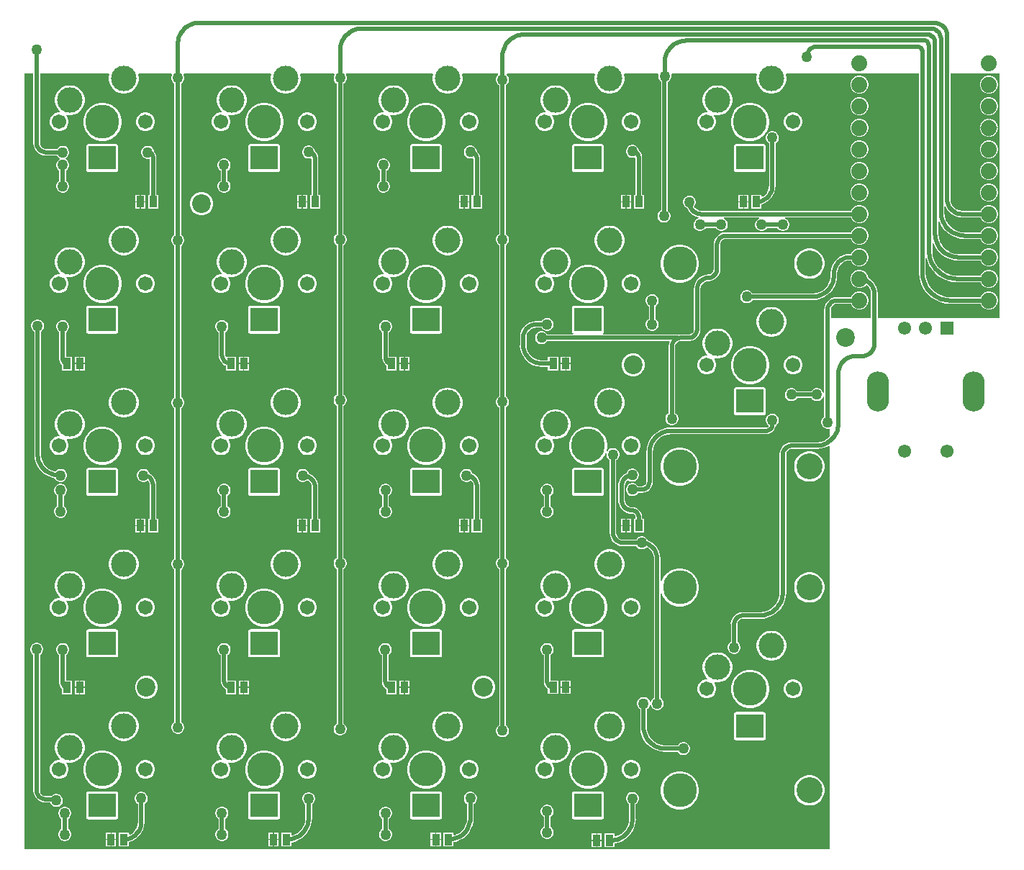
<source format=gtl>
G04*
G04 #@! TF.GenerationSoftware,Altium Limited,Altium Designer,22.1.2 (22)*
G04*
G04 Layer_Physical_Order=1*
G04 Layer_Color=255*
%FSLAX25Y25*%
%MOIN*%
G70*
G04*
G04 #@! TF.SameCoordinates,13D69723-E4A8-487E-84B7-24944300FE93*
G04*
G04*
G04 #@! TF.FilePolarity,Positive*
G04*
G01*
G75*
%ADD14R,0.03740X0.05315*%
G04:AMPARAMS|DCode=21|XSize=102.36mil|YSize=185.04mil|CornerRadius=51.18mil|HoleSize=0mil|Usage=FLASHONLY|Rotation=180.000|XOffset=0mil|YOffset=0mil|HoleType=Round|Shape=RoundedRectangle|*
%AMROUNDEDRECTD21*
21,1,0.10236,0.08268,0,0,180.0*
21,1,0.00000,0.18504,0,0,180.0*
1,1,0.10236,0.00000,0.04134*
1,1,0.10236,0.00000,0.04134*
1,1,0.10236,0.00000,-0.04134*
1,1,0.10236,0.00000,-0.04134*
%
%ADD21ROUNDEDRECTD21*%
%ADD22C,0.06102*%
%ADD23R,0.06102X0.06102*%
%ADD27C,0.02000*%
%ADD28C,0.08661*%
%ADD29C,0.15700*%
%ADD30C,0.06700*%
%ADD31C,0.11811*%
%ADD32R,0.12598X0.11024*%
%ADD33C,0.07400*%
%ADD34C,0.15701*%
%ADD35C,0.12000*%
%ADD36C,0.05000*%
G36*
X1964567Y719488D02*
X1908025Y719488D01*
Y730748D01*
X1908037D01*
X1907875Y732393D01*
X1907395Y733974D01*
X1906616Y735432D01*
X1905568Y736709D01*
X1904290Y737758D01*
X1903806Y738016D01*
Y738191D01*
X1903520Y739259D01*
X1902967Y740217D01*
X1902185Y740999D01*
X1901227Y741552D01*
X1900159Y741838D01*
X1899053D01*
X1897985Y741552D01*
X1897027Y740999D01*
X1896246Y740217D01*
X1895692Y739259D01*
X1895406Y738191D01*
Y737085D01*
X1895692Y736017D01*
X1896246Y735059D01*
X1897027Y734277D01*
X1897985Y733724D01*
X1899053Y733438D01*
X1900159D01*
X1901227Y733724D01*
X1902185Y734277D01*
X1902877Y734969D01*
X1903415Y734556D01*
X1904271Y733441D01*
X1904809Y732142D01*
X1904982Y730825D01*
X1904967Y730748D01*
Y719488D01*
X1895669D01*
X1886372D01*
Y723244D01*
X1886370Y723255D01*
X1886466Y723986D01*
X1886752Y724678D01*
X1887208Y725272D01*
X1887802Y725728D01*
X1888494Y726015D01*
X1889225Y726111D01*
X1889237Y726108D01*
X1895668D01*
X1895692Y726017D01*
X1896246Y725059D01*
X1897027Y724277D01*
X1897985Y723724D01*
X1899053Y723438D01*
X1900159D01*
X1901227Y723724D01*
X1902185Y724277D01*
X1902967Y725059D01*
X1903520Y726017D01*
X1903806Y727085D01*
Y728191D01*
X1903520Y729259D01*
X1902967Y730217D01*
X1902185Y730999D01*
X1901227Y731552D01*
X1900159Y731838D01*
X1899053D01*
X1897985Y731552D01*
X1897027Y730999D01*
X1896246Y730217D01*
X1895692Y729259D01*
X1895668Y729167D01*
X1889237D01*
X1889228Y729166D01*
X1888081Y729052D01*
X1886970Y728716D01*
X1885946Y728168D01*
X1885049Y727432D01*
X1884312Y726534D01*
X1883765Y725510D01*
X1883428Y724399D01*
X1883315Y723252D01*
X1883313Y723244D01*
Y684920D01*
X1882813Y684854D01*
X1882717Y685213D01*
X1882322Y685897D01*
X1881763Y686456D01*
X1881079Y686851D01*
X1880316Y687055D01*
X1879526D01*
X1878763Y686851D01*
X1878079Y686456D01*
X1877521Y685897D01*
X1877340Y685584D01*
X1870691D01*
X1870511Y685897D01*
X1869952Y686456D01*
X1869268Y686851D01*
X1868505Y687055D01*
X1867715D01*
X1866952Y686851D01*
X1866268Y686456D01*
X1865710Y685897D01*
X1865315Y685213D01*
X1865110Y684450D01*
Y683660D01*
X1865315Y682897D01*
X1865710Y682213D01*
X1866268Y681655D01*
X1866952Y681260D01*
X1867715Y681055D01*
X1868505D01*
X1869268Y681260D01*
X1869952Y681655D01*
X1870511Y682213D01*
X1870691Y682526D01*
X1877340D01*
X1877521Y682213D01*
X1878079Y681655D01*
X1878763Y681260D01*
X1879526Y681055D01*
X1880316D01*
X1881079Y681260D01*
X1881763Y681655D01*
X1882322Y682213D01*
X1882717Y682897D01*
X1882813Y683257D01*
X1883313Y683191D01*
Y673841D01*
X1883001Y673660D01*
X1882442Y673102D01*
X1882047Y672418D01*
X1881842Y671655D01*
Y670865D01*
X1882047Y670102D01*
X1882442Y669418D01*
X1883001Y668859D01*
X1883685Y668464D01*
X1884448Y668260D01*
X1885238D01*
X1885430Y668311D01*
X1885827Y668007D01*
Y664501D01*
X1885768Y664429D01*
X1884481Y663373D01*
X1883013Y662589D01*
X1881420Y662105D01*
X1879832Y661949D01*
X1879764Y661963D01*
X1868268D01*
Y661981D01*
X1866807Y661789D01*
X1865446Y661225D01*
X1864278Y660329D01*
X1863381Y659160D01*
X1862817Y657799D01*
X1862625Y656339D01*
X1862644D01*
Y592520D01*
X1862660Y592438D01*
X1862489Y590701D01*
X1861959Y588952D01*
X1861097Y587341D01*
X1859938Y585928D01*
X1858525Y584769D01*
X1856914Y583908D01*
X1855165Y583377D01*
X1853428Y583206D01*
X1853346Y583222D01*
X1845472D01*
Y583240D01*
X1844053Y583053D01*
X1842731Y582505D01*
X1841595Y581634D01*
X1840723Y580498D01*
X1840175Y579175D01*
X1839989Y577756D01*
X1840006D01*
Y569510D01*
X1839693Y569330D01*
X1839135Y568771D01*
X1838740Y568087D01*
X1838535Y567324D01*
Y566534D01*
X1838740Y565771D01*
X1839135Y565087D01*
X1839693Y564529D01*
X1840377Y564134D01*
X1841141Y563929D01*
X1841930D01*
X1842693Y564134D01*
X1843377Y564529D01*
X1843936Y565087D01*
X1844331Y565771D01*
X1844535Y566534D01*
Y567324D01*
X1844331Y568087D01*
X1843936Y568771D01*
X1843377Y569330D01*
X1843065Y569510D01*
Y577756D01*
X1843052Y577822D01*
X1843224Y578687D01*
X1843752Y579477D01*
X1844541Y580004D01*
X1845407Y580177D01*
X1845472Y580163D01*
X1853346D01*
Y580155D01*
X1855281Y580307D01*
X1857167Y580760D01*
X1858960Y581502D01*
X1860614Y582516D01*
X1862090Y583776D01*
X1863350Y585252D01*
X1864364Y586906D01*
X1865106Y588699D01*
X1865559Y590585D01*
X1865711Y592520D01*
X1865703D01*
Y656339D01*
X1865688Y656412D01*
X1865871Y657331D01*
X1866433Y658173D01*
X1867275Y658735D01*
X1868194Y658918D01*
X1868268Y658904D01*
X1879764D01*
Y658897D01*
X1881568Y659039D01*
X1883328Y659462D01*
X1885001Y660155D01*
X1885390Y660394D01*
X1885827Y660149D01*
Y473425D01*
X1512795D01*
Y832677D01*
X1516975D01*
Y800551D01*
X1516954D01*
X1517153Y799039D01*
X1517737Y797631D01*
X1518665Y796421D01*
X1519875Y795493D01*
X1521283Y794909D01*
X1522795Y794710D01*
Y794731D01*
X1527931D01*
X1528111Y794418D01*
X1528670Y793859D01*
X1529140Y793588D01*
Y793026D01*
X1528670Y792755D01*
X1528111Y792196D01*
X1527716Y791512D01*
X1527512Y790749D01*
Y789959D01*
X1527716Y789196D01*
X1528111Y788512D01*
X1528670Y787954D01*
X1528982Y787773D01*
Y783093D01*
X1528670Y782912D01*
X1528111Y782354D01*
X1527716Y781670D01*
X1527512Y780907D01*
Y780117D01*
X1527716Y779354D01*
X1528111Y778670D01*
X1528670Y778111D01*
X1529354Y777716D01*
X1530117Y777512D01*
X1530907D01*
X1531670Y777716D01*
X1532354Y778111D01*
X1532912Y778670D01*
X1533307Y779354D01*
X1533512Y780117D01*
Y780907D01*
X1533307Y781670D01*
X1532912Y782354D01*
X1532354Y782912D01*
X1532041Y783093D01*
Y787773D01*
X1532354Y787954D01*
X1532912Y788512D01*
X1533307Y789196D01*
X1533512Y789959D01*
Y790749D01*
X1533307Y791512D01*
X1532912Y792196D01*
X1532354Y792755D01*
X1531884Y793026D01*
Y793588D01*
X1532354Y793859D01*
X1532912Y794418D01*
X1533307Y795102D01*
X1533512Y795865D01*
Y796655D01*
X1533307Y797418D01*
X1532912Y798102D01*
X1532354Y798660D01*
X1531670Y799055D01*
X1530907Y799260D01*
X1530117D01*
X1529354Y799055D01*
X1528670Y798660D01*
X1528111Y798102D01*
X1527931Y797789D01*
X1522795D01*
X1522786Y797787D01*
X1522080Y797880D01*
X1521413Y798157D01*
X1520840Y798596D01*
X1520401Y799169D01*
X1520125Y799835D01*
X1520032Y800542D01*
X1520033Y800551D01*
Y832677D01*
X1551875D01*
X1552206Y832177D01*
X1551988Y831080D01*
Y829723D01*
X1552253Y828392D01*
X1552772Y827138D01*
X1553526Y826010D01*
X1554486Y825050D01*
X1555614Y824296D01*
X1556868Y823777D01*
X1558199Y823512D01*
X1559556D01*
X1560888Y823777D01*
X1562142Y824296D01*
X1563270Y825050D01*
X1564230Y826010D01*
X1564984Y827138D01*
X1565503Y828392D01*
X1565768Y829723D01*
Y831080D01*
X1565549Y832177D01*
X1565881Y832677D01*
X1580953D01*
X1581242Y832177D01*
X1581063Y831867D01*
X1580858Y831104D01*
Y830314D01*
X1581063Y829551D01*
X1581458Y828867D01*
X1582016Y828308D01*
X1582329Y828127D01*
Y758093D01*
X1582016Y757912D01*
X1581458Y757354D01*
X1581063Y756670D01*
X1580858Y755907D01*
Y755117D01*
X1581063Y754354D01*
X1581458Y753670D01*
X1582016Y753111D01*
X1582329Y752931D01*
Y682896D01*
X1582016Y682716D01*
X1581458Y682157D01*
X1581063Y681473D01*
X1580858Y680710D01*
Y679920D01*
X1581063Y679157D01*
X1581458Y678473D01*
X1582016Y677914D01*
X1582329Y677734D01*
Y608093D01*
X1582016Y607912D01*
X1581458Y607354D01*
X1581063Y606670D01*
X1580858Y605907D01*
Y605117D01*
X1581063Y604354D01*
X1581458Y603670D01*
X1582016Y603111D01*
X1582329Y602931D01*
Y532502D01*
X1582016Y532322D01*
X1581458Y531763D01*
X1581063Y531079D01*
X1580858Y530316D01*
Y529526D01*
X1581063Y528763D01*
X1581458Y528079D01*
X1582016Y527521D01*
X1582700Y527126D01*
X1583463Y526921D01*
X1584253D01*
X1585016Y527126D01*
X1585700Y527521D01*
X1586259Y528079D01*
X1586654Y528763D01*
X1586858Y529526D01*
Y530316D01*
X1586654Y531079D01*
X1586259Y531763D01*
X1585700Y532322D01*
X1585388Y532502D01*
Y602931D01*
X1585700Y603111D01*
X1586259Y603670D01*
X1586654Y604354D01*
X1586858Y605117D01*
Y605907D01*
X1586654Y606670D01*
X1586259Y607354D01*
X1585700Y607912D01*
X1585388Y608093D01*
Y677734D01*
X1585700Y677914D01*
X1586259Y678473D01*
X1586654Y679157D01*
X1586858Y679920D01*
Y680710D01*
X1586654Y681473D01*
X1586259Y682157D01*
X1585700Y682716D01*
X1585388Y682896D01*
Y752931D01*
X1585700Y753111D01*
X1586259Y753670D01*
X1586654Y754354D01*
X1586858Y755117D01*
Y755907D01*
X1586654Y756670D01*
X1586259Y757354D01*
X1585700Y757912D01*
X1585388Y758093D01*
Y828127D01*
X1585700Y828308D01*
X1586259Y828867D01*
X1586654Y829551D01*
X1586858Y830314D01*
Y831104D01*
X1586654Y831867D01*
X1586475Y832177D01*
X1586763Y832677D01*
X1626875D01*
X1627206Y832177D01*
X1626988Y831080D01*
Y829723D01*
X1627253Y828392D01*
X1627772Y827138D01*
X1628526Y826010D01*
X1629486Y825050D01*
X1630614Y824296D01*
X1631868Y823777D01*
X1633199Y823512D01*
X1634557D01*
X1635888Y823777D01*
X1637141Y824296D01*
X1638270Y825050D01*
X1639230Y826010D01*
X1639984Y827138D01*
X1640503Y828392D01*
X1640768Y829723D01*
Y831080D01*
X1640549Y832177D01*
X1640881Y832677D01*
X1656150D01*
X1656439Y832177D01*
X1656260Y831867D01*
X1656055Y831104D01*
Y830314D01*
X1656260Y829551D01*
X1656655Y828867D01*
X1657213Y828308D01*
X1657526Y828127D01*
Y758487D01*
X1657213Y758306D01*
X1656655Y757748D01*
X1656260Y757063D01*
X1656055Y756300D01*
Y755511D01*
X1656260Y754747D01*
X1656655Y754064D01*
X1657213Y753505D01*
X1657526Y753324D01*
Y684077D01*
X1657213Y683897D01*
X1656655Y683338D01*
X1656260Y682654D01*
X1656055Y681891D01*
Y681101D01*
X1656260Y680338D01*
X1656655Y679654D01*
X1657213Y679096D01*
X1657526Y678915D01*
Y608487D01*
X1657213Y608306D01*
X1656655Y607748D01*
X1656260Y607063D01*
X1656055Y606300D01*
Y605511D01*
X1656260Y604747D01*
X1656655Y604064D01*
X1657213Y603505D01*
X1657526Y603324D01*
Y531715D01*
X1657213Y531534D01*
X1656655Y530976D01*
X1656260Y530292D01*
X1656055Y529529D01*
Y528739D01*
X1656260Y527976D01*
X1656655Y527292D01*
X1657213Y526733D01*
X1657897Y526338D01*
X1658660Y526134D01*
X1659450D01*
X1660213Y526338D01*
X1660897Y526733D01*
X1661456Y527292D01*
X1661851Y527976D01*
X1662055Y528739D01*
Y529529D01*
X1661851Y530292D01*
X1661456Y530976D01*
X1660897Y531534D01*
X1660584Y531715D01*
Y603324D01*
X1660897Y603505D01*
X1661456Y604064D01*
X1661851Y604747D01*
X1662055Y605511D01*
Y606300D01*
X1661851Y607063D01*
X1661456Y607748D01*
X1660897Y608306D01*
X1660584Y608487D01*
Y678915D01*
X1660897Y679096D01*
X1661456Y679654D01*
X1661851Y680338D01*
X1662055Y681101D01*
Y681891D01*
X1661851Y682654D01*
X1661456Y683338D01*
X1660897Y683897D01*
X1660584Y684077D01*
Y753324D01*
X1660897Y753505D01*
X1661456Y754064D01*
X1661851Y754747D01*
X1662055Y755511D01*
Y756300D01*
X1661851Y757063D01*
X1661456Y757748D01*
X1660897Y758306D01*
X1660584Y758487D01*
Y828127D01*
X1660897Y828308D01*
X1661456Y828867D01*
X1661851Y829551D01*
X1662055Y830314D01*
Y831104D01*
X1661851Y831867D01*
X1661671Y832177D01*
X1661960Y832677D01*
X1701875D01*
X1702206Y832177D01*
X1701988Y831080D01*
Y829723D01*
X1702253Y828392D01*
X1702772Y827138D01*
X1703526Y826010D01*
X1704486Y825050D01*
X1705614Y824296D01*
X1706868Y823777D01*
X1708199Y823512D01*
X1709557D01*
X1710888Y823777D01*
X1712141Y824296D01*
X1713270Y825050D01*
X1714230Y826010D01*
X1714984Y827138D01*
X1715503Y828392D01*
X1715768Y829723D01*
Y831080D01*
X1715549Y832177D01*
X1715881Y832677D01*
X1732061D01*
X1732265Y832177D01*
X1731851Y831763D01*
X1731456Y831079D01*
X1731252Y830316D01*
Y829526D01*
X1731456Y828763D01*
X1731851Y828079D01*
X1732410Y827521D01*
X1732723Y827340D01*
Y758487D01*
X1732410Y758306D01*
X1731851Y757748D01*
X1731456Y757063D01*
X1731252Y756300D01*
Y755511D01*
X1731456Y754747D01*
X1731851Y754064D01*
X1732410Y753505D01*
X1732723Y753324D01*
Y683290D01*
X1732410Y683109D01*
X1731851Y682551D01*
X1731456Y681867D01*
X1731252Y681104D01*
Y680314D01*
X1731456Y679551D01*
X1731851Y678867D01*
X1732410Y678308D01*
X1732723Y678127D01*
Y608487D01*
X1732410Y608306D01*
X1731851Y607748D01*
X1731456Y607063D01*
X1731252Y606300D01*
Y605511D01*
X1731456Y604747D01*
X1731851Y604064D01*
X1732410Y603505D01*
X1732723Y603324D01*
Y530928D01*
X1732410Y530747D01*
X1731851Y530189D01*
X1731456Y529504D01*
X1731252Y528741D01*
Y527951D01*
X1731456Y527188D01*
X1731851Y526504D01*
X1732410Y525946D01*
X1733094Y525551D01*
X1733857Y525347D01*
X1734647D01*
X1735410Y525551D01*
X1736094Y525946D01*
X1736653Y526504D01*
X1737048Y527188D01*
X1737252Y527951D01*
Y528741D01*
X1737048Y529504D01*
X1736653Y530189D01*
X1736094Y530747D01*
X1735781Y530928D01*
Y603324D01*
X1736094Y603505D01*
X1736653Y604064D01*
X1737048Y604747D01*
X1737252Y605511D01*
Y606300D01*
X1737048Y607063D01*
X1736653Y607748D01*
X1736094Y608306D01*
X1735781Y608487D01*
Y678127D01*
X1736094Y678308D01*
X1736653Y678867D01*
X1737048Y679551D01*
X1737252Y680314D01*
Y681104D01*
X1737048Y681867D01*
X1736653Y682551D01*
X1736094Y683109D01*
X1735781Y683290D01*
Y753324D01*
X1736094Y753505D01*
X1736653Y754064D01*
X1737048Y754747D01*
X1737252Y755511D01*
Y756300D01*
X1737048Y757063D01*
X1736653Y757748D01*
X1736094Y758306D01*
X1735781Y758487D01*
Y827340D01*
X1736094Y827521D01*
X1736653Y828079D01*
X1737048Y828763D01*
X1737252Y829526D01*
Y830316D01*
X1737048Y831079D01*
X1736653Y831763D01*
X1736239Y832177D01*
X1736443Y832677D01*
X1776875D01*
X1777206Y832177D01*
X1776988Y831080D01*
Y829723D01*
X1777253Y828392D01*
X1777772Y827138D01*
X1778526Y826010D01*
X1779486Y825050D01*
X1780614Y824296D01*
X1781868Y823777D01*
X1783199Y823512D01*
X1784557D01*
X1785888Y823777D01*
X1787141Y824296D01*
X1788270Y825050D01*
X1789230Y826010D01*
X1789984Y827138D01*
X1790503Y828392D01*
X1790768Y829723D01*
Y831080D01*
X1790549Y832177D01*
X1790881Y832677D01*
X1806142D01*
X1806525Y832177D01*
X1806449Y831891D01*
Y831101D01*
X1806653Y830338D01*
X1807048Y829654D01*
X1807607Y829095D01*
X1807723Y829029D01*
Y769427D01*
X1807213Y769133D01*
X1806655Y768574D01*
X1806260Y767890D01*
X1806055Y767127D01*
Y766337D01*
X1806260Y765574D01*
X1806655Y764890D01*
X1807213Y764332D01*
X1807897Y763937D01*
X1808660Y763732D01*
X1809450D01*
X1810213Y763937D01*
X1810897Y764332D01*
X1811456Y764890D01*
X1811851Y765574D01*
X1812055Y766337D01*
Y767127D01*
X1811851Y767890D01*
X1811456Y768574D01*
X1810897Y769133D01*
X1810781Y769200D01*
Y828801D01*
X1811291Y829095D01*
X1811849Y829654D01*
X1812244Y830338D01*
X1812449Y831101D01*
Y831891D01*
X1812372Y832177D01*
X1812756Y832677D01*
X1851847D01*
X1852179Y832177D01*
X1851961Y831080D01*
Y829723D01*
X1852225Y828392D01*
X1852745Y827138D01*
X1853499Y826010D01*
X1854458Y825050D01*
X1855587Y824296D01*
X1856841Y823777D01*
X1858172Y823512D01*
X1859529D01*
X1860860Y823777D01*
X1862114Y824296D01*
X1863242Y825050D01*
X1864202Y826010D01*
X1864956Y827138D01*
X1865475Y828392D01*
X1865740Y829723D01*
Y831080D01*
X1865522Y832177D01*
X1865853Y832677D01*
X1927211D01*
Y740551D01*
X1927196D01*
X1927374Y738289D01*
X1927903Y736083D01*
X1928771Y733987D01*
X1929957Y732053D01*
X1931430Y730328D01*
X1933155Y728854D01*
X1935090Y727669D01*
X1937186Y726801D01*
X1939392Y726271D01*
X1941653Y726093D01*
Y726108D01*
X1955668D01*
X1955692Y726017D01*
X1956245Y725059D01*
X1957027Y724277D01*
X1957985Y723724D01*
X1959053Y723438D01*
X1960159D01*
X1961227Y723724D01*
X1962185Y724277D01*
X1962967Y725059D01*
X1963520Y726017D01*
X1963806Y727085D01*
Y728191D01*
X1963520Y729259D01*
X1962967Y730217D01*
X1962185Y730999D01*
X1961227Y731552D01*
X1960159Y731838D01*
X1959053D01*
X1957985Y731552D01*
X1957027Y730999D01*
X1956245Y730217D01*
X1955692Y729259D01*
X1955668Y729167D01*
X1941653D01*
X1941601Y729157D01*
X1939870Y729293D01*
X1938131Y729710D01*
X1936479Y730395D01*
X1934954Y731330D01*
X1933594Y732491D01*
X1932432Y733851D01*
X1931497Y735376D01*
X1930813Y737029D01*
X1930395Y738768D01*
X1930259Y740499D01*
X1930270Y740551D01*
Y747204D01*
X1930770Y747263D01*
X1931053Y746083D01*
X1931921Y743987D01*
X1933106Y742053D01*
X1934580Y740328D01*
X1936305Y738854D01*
X1938239Y737669D01*
X1940335Y736801D01*
X1942541Y736271D01*
X1944803Y736093D01*
Y736108D01*
X1955668D01*
X1955692Y736017D01*
X1956245Y735059D01*
X1957027Y734277D01*
X1957985Y733724D01*
X1959053Y733438D01*
X1960159D01*
X1961227Y733724D01*
X1962185Y734277D01*
X1962967Y735059D01*
X1963520Y736017D01*
X1963806Y737085D01*
Y738191D01*
X1963520Y739259D01*
X1962967Y740217D01*
X1962185Y740999D01*
X1961227Y741552D01*
X1960159Y741838D01*
X1959053D01*
X1957985Y741552D01*
X1957027Y740999D01*
X1956245Y740217D01*
X1955692Y739259D01*
X1955668Y739167D01*
X1944803D01*
X1944751Y739157D01*
X1943020Y739293D01*
X1941281Y739711D01*
X1939628Y740395D01*
X1938103Y741330D01*
X1936743Y742491D01*
X1935582Y743851D01*
X1934647Y745376D01*
X1933962Y747029D01*
X1933545Y748768D01*
X1933409Y750499D01*
X1933419Y750551D01*
Y754140D01*
X1933919Y754240D01*
X1934468Y752915D01*
X1935491Y751245D01*
X1936764Y749756D01*
X1938253Y748483D01*
X1939923Y747460D01*
X1941733Y746710D01*
X1943638Y746253D01*
X1945591Y746099D01*
Y746108D01*
X1955668D01*
X1955692Y746017D01*
X1956245Y745059D01*
X1957027Y744277D01*
X1957985Y743724D01*
X1959053Y743438D01*
X1960159D01*
X1961227Y743724D01*
X1962185Y744277D01*
X1962967Y745059D01*
X1963520Y746017D01*
X1963806Y747085D01*
Y748191D01*
X1963520Y749259D01*
X1962967Y750217D01*
X1962185Y750999D01*
X1961227Y751552D01*
X1960159Y751838D01*
X1959053D01*
X1957985Y751552D01*
X1957027Y750999D01*
X1956245Y750217D01*
X1955692Y749259D01*
X1955668Y749167D01*
X1945591D01*
X1945507Y749151D01*
X1943749Y749324D01*
X1941978Y749861D01*
X1940346Y750733D01*
X1938915Y751907D01*
X1937741Y753338D01*
X1936869Y754970D01*
X1936332Y756741D01*
X1936158Y758499D01*
X1936175Y758583D01*
Y764140D01*
X1936675Y764240D01*
X1937224Y762915D01*
X1938247Y761245D01*
X1939519Y759756D01*
X1941009Y758483D01*
X1942679Y757460D01*
X1944489Y756710D01*
X1946394Y756253D01*
X1948346Y756099D01*
Y756108D01*
X1955668D01*
X1955692Y756017D01*
X1956245Y755059D01*
X1957027Y754277D01*
X1957985Y753724D01*
X1959053Y753438D01*
X1960159D01*
X1961227Y753724D01*
X1962185Y754277D01*
X1962967Y755059D01*
X1963520Y756017D01*
X1963806Y757085D01*
Y758191D01*
X1963520Y759259D01*
X1962967Y760217D01*
X1962185Y760999D01*
X1961227Y761552D01*
X1960159Y761838D01*
X1959053D01*
X1957985Y761552D01*
X1957027Y760999D01*
X1956245Y760217D01*
X1955692Y759259D01*
X1955668Y759167D01*
X1948346D01*
X1948263Y759151D01*
X1946505Y759324D01*
X1944734Y759861D01*
X1943102Y760733D01*
X1941671Y761907D01*
X1940497Y763338D01*
X1939625Y764970D01*
X1939087Y766741D01*
X1938914Y768499D01*
X1938931Y768583D01*
Y771014D01*
X1939431Y771139D01*
X1940073Y769938D01*
X1941148Y768628D01*
X1942458Y767553D01*
X1943953Y766754D01*
X1945574Y766262D01*
X1947261Y766096D01*
Y766108D01*
X1955668D01*
X1955692Y766017D01*
X1956245Y765059D01*
X1957027Y764277D01*
X1957985Y763724D01*
X1959053Y763438D01*
X1960159D01*
X1961227Y763724D01*
X1962185Y764277D01*
X1962967Y765059D01*
X1963520Y766017D01*
X1963806Y767085D01*
Y768191D01*
X1963520Y769259D01*
X1962967Y770217D01*
X1962185Y770999D01*
X1961227Y771552D01*
X1960159Y771838D01*
X1959053D01*
X1957985Y771552D01*
X1957027Y770999D01*
X1956245Y770217D01*
X1955692Y769259D01*
X1955668Y769167D01*
X1947261D01*
X1947178Y769151D01*
X1945811Y769331D01*
X1944460Y769890D01*
X1943300Y770780D01*
X1942410Y771940D01*
X1941850Y773291D01*
X1941670Y774658D01*
X1941687Y774741D01*
Y832677D01*
X1964567D01*
Y719488D01*
D02*
G37*
%LPC*%
G36*
X1960159Y831838D02*
X1959053D01*
X1957985Y831552D01*
X1957027Y830999D01*
X1956245Y830217D01*
X1955692Y829259D01*
X1955406Y828191D01*
Y827085D01*
X1955692Y826017D01*
X1956245Y825059D01*
X1957027Y824277D01*
X1957985Y823724D01*
X1959053Y823438D01*
X1960159D01*
X1961227Y823724D01*
X1962185Y824277D01*
X1962967Y825059D01*
X1963520Y826017D01*
X1963806Y827085D01*
Y828191D01*
X1963520Y829259D01*
X1962967Y830217D01*
X1962185Y830999D01*
X1961227Y831552D01*
X1960159Y831838D01*
D02*
G37*
G36*
X1900159D02*
X1899053D01*
X1897985Y831552D01*
X1897027Y830999D01*
X1896246Y830217D01*
X1895692Y829259D01*
X1895406Y828191D01*
Y827085D01*
X1895692Y826017D01*
X1896246Y825059D01*
X1897027Y824277D01*
X1897985Y823724D01*
X1899053Y823438D01*
X1900159D01*
X1901227Y823724D01*
X1902185Y824277D01*
X1902967Y825059D01*
X1903520Y826017D01*
X1903806Y827085D01*
Y828191D01*
X1903520Y829259D01*
X1902967Y830217D01*
X1902185Y830999D01*
X1901227Y831552D01*
X1900159Y831838D01*
D02*
G37*
G36*
X1834529Y827291D02*
X1833172D01*
X1831841Y827027D01*
X1830587Y826507D01*
X1829458Y825753D01*
X1828499Y824794D01*
X1827745Y823665D01*
X1827225Y822411D01*
X1826961Y821080D01*
Y819723D01*
X1827225Y818392D01*
X1827745Y817138D01*
X1828499Y816010D01*
X1829272Y815236D01*
X1829065Y814736D01*
X1828280D01*
X1827177Y814440D01*
X1826189Y813870D01*
X1825382Y813063D01*
X1824812Y812074D01*
X1824516Y810972D01*
Y809831D01*
X1824812Y808729D01*
X1825382Y807740D01*
X1826189Y806933D01*
X1827177Y806363D01*
X1828280Y806067D01*
X1829421D01*
X1830523Y806363D01*
X1831512Y806933D01*
X1832319Y807740D01*
X1832889Y808729D01*
X1833185Y809831D01*
Y810972D01*
X1832889Y812074D01*
X1832319Y813063D01*
X1832183Y813199D01*
X1832429Y813660D01*
X1833172Y813512D01*
X1834529D01*
X1835860Y813777D01*
X1837114Y814296D01*
X1838242Y815050D01*
X1839202Y816010D01*
X1839956Y817138D01*
X1840475Y818392D01*
X1840740Y819723D01*
Y821080D01*
X1840475Y822411D01*
X1839956Y823665D01*
X1839202Y824794D01*
X1838242Y825753D01*
X1837114Y826507D01*
X1835860Y827027D01*
X1834529Y827291D01*
D02*
G37*
G36*
X1759557D02*
X1758199D01*
X1756868Y827027D01*
X1755614Y826507D01*
X1754486Y825753D01*
X1753526Y824794D01*
X1752772Y823665D01*
X1752253Y822411D01*
X1751988Y821080D01*
Y819723D01*
X1752253Y818392D01*
X1752772Y817138D01*
X1753526Y816010D01*
X1754300Y815236D01*
X1754093Y814736D01*
X1753307D01*
X1752205Y814440D01*
X1751217Y813870D01*
X1750410Y813063D01*
X1749839Y812074D01*
X1749544Y810972D01*
Y809831D01*
X1749839Y808729D01*
X1750410Y807740D01*
X1751217Y806933D01*
X1752205Y806363D01*
X1753307Y806067D01*
X1754449D01*
X1755551Y806363D01*
X1756539Y806933D01*
X1757346Y807740D01*
X1757917Y808729D01*
X1758212Y809831D01*
Y810972D01*
X1757917Y812074D01*
X1757346Y813063D01*
X1757210Y813199D01*
X1757457Y813660D01*
X1758199Y813512D01*
X1759557D01*
X1760888Y813777D01*
X1762141Y814296D01*
X1763270Y815050D01*
X1764230Y816010D01*
X1764984Y817138D01*
X1765503Y818392D01*
X1765768Y819723D01*
Y821080D01*
X1765503Y822411D01*
X1764984Y823665D01*
X1764230Y824794D01*
X1763270Y825753D01*
X1762141Y826507D01*
X1760888Y827027D01*
X1759557Y827291D01*
D02*
G37*
G36*
X1684557D02*
X1683199D01*
X1681868Y827027D01*
X1680614Y826507D01*
X1679486Y825753D01*
X1678526Y824794D01*
X1677772Y823665D01*
X1677253Y822411D01*
X1676988Y821080D01*
Y819723D01*
X1677253Y818392D01*
X1677772Y817138D01*
X1678526Y816010D01*
X1679300Y815236D01*
X1679093Y814736D01*
X1678307D01*
X1677205Y814440D01*
X1676217Y813870D01*
X1675410Y813063D01*
X1674839Y812074D01*
X1674544Y810972D01*
Y809831D01*
X1674839Y808729D01*
X1675410Y807740D01*
X1676217Y806933D01*
X1677205Y806363D01*
X1678307Y806067D01*
X1679449D01*
X1680551Y806363D01*
X1681539Y806933D01*
X1682346Y807740D01*
X1682917Y808729D01*
X1683212Y809831D01*
Y810972D01*
X1682917Y812074D01*
X1682346Y813063D01*
X1682210Y813199D01*
X1682457Y813660D01*
X1683199Y813512D01*
X1684557D01*
X1685888Y813777D01*
X1687141Y814296D01*
X1688270Y815050D01*
X1689230Y816010D01*
X1689984Y817138D01*
X1690503Y818392D01*
X1690768Y819723D01*
Y821080D01*
X1690503Y822411D01*
X1689984Y823665D01*
X1689230Y824794D01*
X1688270Y825753D01*
X1687141Y826507D01*
X1685888Y827027D01*
X1684557Y827291D01*
D02*
G37*
G36*
X1609557D02*
X1608199D01*
X1606868Y827027D01*
X1605614Y826507D01*
X1604486Y825753D01*
X1603526Y824794D01*
X1602772Y823665D01*
X1602253Y822411D01*
X1601988Y821080D01*
Y819723D01*
X1602253Y818392D01*
X1602772Y817138D01*
X1603526Y816010D01*
X1604300Y815236D01*
X1604093Y814736D01*
X1603307D01*
X1602205Y814440D01*
X1601217Y813870D01*
X1600410Y813063D01*
X1599839Y812074D01*
X1599544Y810972D01*
Y809831D01*
X1599839Y808729D01*
X1600410Y807740D01*
X1601217Y806933D01*
X1602205Y806363D01*
X1603307Y806067D01*
X1604449D01*
X1605551Y806363D01*
X1606539Y806933D01*
X1607346Y807740D01*
X1607917Y808729D01*
X1608212Y809831D01*
Y810972D01*
X1607917Y812074D01*
X1607346Y813063D01*
X1607210Y813199D01*
X1607457Y813660D01*
X1608199Y813512D01*
X1609557D01*
X1610888Y813777D01*
X1612141Y814296D01*
X1613270Y815050D01*
X1614230Y816010D01*
X1614984Y817138D01*
X1615503Y818392D01*
X1615768Y819723D01*
Y821080D01*
X1615503Y822411D01*
X1614984Y823665D01*
X1614230Y824794D01*
X1613270Y825753D01*
X1612141Y826507D01*
X1610888Y827027D01*
X1609557Y827291D01*
D02*
G37*
G36*
X1534556D02*
X1533199D01*
X1531868Y827027D01*
X1530614Y826507D01*
X1529486Y825753D01*
X1528526Y824794D01*
X1527772Y823665D01*
X1527253Y822411D01*
X1526988Y821080D01*
Y819723D01*
X1527253Y818392D01*
X1527772Y817138D01*
X1528526Y816010D01*
X1529300Y815236D01*
X1529093Y814736D01*
X1528307D01*
X1527205Y814440D01*
X1526217Y813870D01*
X1525410Y813063D01*
X1524839Y812074D01*
X1524544Y810972D01*
Y809831D01*
X1524839Y808729D01*
X1525410Y807740D01*
X1526217Y806933D01*
X1527205Y806363D01*
X1528307Y806067D01*
X1529449D01*
X1530551Y806363D01*
X1531539Y806933D01*
X1532346Y807740D01*
X1532917Y808729D01*
X1533212Y809831D01*
Y810972D01*
X1532917Y812074D01*
X1532346Y813063D01*
X1532210Y813199D01*
X1532457Y813660D01*
X1533199Y813512D01*
X1534556D01*
X1535888Y813777D01*
X1537142Y814296D01*
X1538270Y815050D01*
X1539230Y816010D01*
X1539984Y817138D01*
X1540503Y818392D01*
X1540768Y819723D01*
Y821080D01*
X1540503Y822411D01*
X1539984Y823665D01*
X1539230Y824794D01*
X1538270Y825753D01*
X1537142Y826507D01*
X1535888Y827027D01*
X1534556Y827291D01*
D02*
G37*
G36*
X1960159Y821838D02*
X1959053D01*
X1957985Y821552D01*
X1957027Y820999D01*
X1956245Y820217D01*
X1955692Y819259D01*
X1955406Y818191D01*
Y817085D01*
X1955692Y816017D01*
X1956245Y815059D01*
X1957027Y814277D01*
X1957985Y813724D01*
X1959053Y813438D01*
X1960159D01*
X1961227Y813724D01*
X1962185Y814277D01*
X1962967Y815059D01*
X1963520Y816017D01*
X1963806Y817085D01*
Y818191D01*
X1963520Y819259D01*
X1962967Y820217D01*
X1962185Y820999D01*
X1961227Y821552D01*
X1960159Y821838D01*
D02*
G37*
G36*
X1900159D02*
X1899053D01*
X1897985Y821552D01*
X1897027Y820999D01*
X1896246Y820217D01*
X1895692Y819259D01*
X1895406Y818191D01*
Y817085D01*
X1895692Y816017D01*
X1896246Y815059D01*
X1897027Y814277D01*
X1897985Y813724D01*
X1899053Y813438D01*
X1900159D01*
X1901227Y813724D01*
X1902185Y814277D01*
X1902967Y815059D01*
X1903520Y816017D01*
X1903806Y817085D01*
Y818191D01*
X1903520Y819259D01*
X1902967Y820217D01*
X1902185Y820999D01*
X1901227Y821552D01*
X1900159Y821838D01*
D02*
G37*
G36*
X1960159Y811838D02*
X1959856D01*
Y807888D01*
X1963806D01*
Y808191D01*
X1963520Y809259D01*
X1962967Y810217D01*
X1962185Y810999D01*
X1961227Y811552D01*
X1960159Y811838D01*
D02*
G37*
G36*
X1959356D02*
X1959053D01*
X1957985Y811552D01*
X1957027Y810999D01*
X1956245Y810217D01*
X1955692Y809259D01*
X1955406Y808191D01*
Y807888D01*
X1959356D01*
Y811838D01*
D02*
G37*
G36*
X1869421Y814736D02*
X1868280D01*
X1867177Y814440D01*
X1866189Y813870D01*
X1865382Y813063D01*
X1864812Y812074D01*
X1864516Y810972D01*
Y809831D01*
X1864812Y808729D01*
X1865382Y807740D01*
X1866189Y806933D01*
X1867177Y806363D01*
X1868280Y806067D01*
X1869421D01*
X1870523Y806363D01*
X1871512Y806933D01*
X1872319Y807740D01*
X1872889Y808729D01*
X1873185Y809831D01*
Y810972D01*
X1872889Y812074D01*
X1872319Y813063D01*
X1871512Y813870D01*
X1870523Y814440D01*
X1869421Y814736D01*
D02*
G37*
G36*
X1794449D02*
X1793307D01*
X1792205Y814440D01*
X1791217Y813870D01*
X1790410Y813063D01*
X1789839Y812074D01*
X1789544Y810972D01*
Y809831D01*
X1789839Y808729D01*
X1790410Y807740D01*
X1791217Y806933D01*
X1792205Y806363D01*
X1793307Y806067D01*
X1794449D01*
X1795551Y806363D01*
X1796539Y806933D01*
X1797346Y807740D01*
X1797917Y808729D01*
X1798212Y809831D01*
Y810972D01*
X1797917Y812074D01*
X1797346Y813063D01*
X1796539Y813870D01*
X1795551Y814440D01*
X1794449Y814736D01*
D02*
G37*
G36*
X1719449D02*
X1718307D01*
X1717205Y814440D01*
X1716217Y813870D01*
X1715410Y813063D01*
X1714839Y812074D01*
X1714544Y810972D01*
Y809831D01*
X1714839Y808729D01*
X1715410Y807740D01*
X1716217Y806933D01*
X1717205Y806363D01*
X1718307Y806067D01*
X1719449D01*
X1720551Y806363D01*
X1721539Y806933D01*
X1722346Y807740D01*
X1722917Y808729D01*
X1723212Y809831D01*
Y810972D01*
X1722917Y812074D01*
X1722346Y813063D01*
X1721539Y813870D01*
X1720551Y814440D01*
X1719449Y814736D01*
D02*
G37*
G36*
X1644449D02*
X1643307D01*
X1642205Y814440D01*
X1641217Y813870D01*
X1640410Y813063D01*
X1639839Y812074D01*
X1639544Y810972D01*
Y809831D01*
X1639839Y808729D01*
X1640410Y807740D01*
X1641217Y806933D01*
X1642205Y806363D01*
X1643307Y806067D01*
X1644449D01*
X1645551Y806363D01*
X1646539Y806933D01*
X1647346Y807740D01*
X1647917Y808729D01*
X1648212Y809831D01*
Y810972D01*
X1647917Y812074D01*
X1647346Y813063D01*
X1646539Y813870D01*
X1645551Y814440D01*
X1644449Y814736D01*
D02*
G37*
G36*
X1569449D02*
X1568307D01*
X1567205Y814440D01*
X1566217Y813870D01*
X1565410Y813063D01*
X1564839Y812074D01*
X1564544Y810972D01*
Y809831D01*
X1564839Y808729D01*
X1565410Y807740D01*
X1566217Y806933D01*
X1567205Y806363D01*
X1568307Y806067D01*
X1569449D01*
X1570551Y806363D01*
X1571539Y806933D01*
X1572346Y807740D01*
X1572917Y808729D01*
X1573212Y809831D01*
Y810972D01*
X1572917Y812074D01*
X1572346Y813063D01*
X1571539Y813870D01*
X1570551Y814440D01*
X1569449Y814736D01*
D02*
G37*
G36*
X1963806Y807388D02*
X1959856D01*
Y803438D01*
X1960159D01*
X1961227Y803724D01*
X1962185Y804277D01*
X1962967Y805059D01*
X1963520Y806017D01*
X1963806Y807085D01*
Y807388D01*
D02*
G37*
G36*
X1959356D02*
X1955406D01*
Y807085D01*
X1955692Y806017D01*
X1956245Y805059D01*
X1957027Y804277D01*
X1957985Y803724D01*
X1959053Y803438D01*
X1959356D01*
Y807388D01*
D02*
G37*
G36*
X1900159Y811838D02*
X1899053D01*
X1897985Y811552D01*
X1897027Y810999D01*
X1896246Y810217D01*
X1895692Y809259D01*
X1895406Y808191D01*
Y807085D01*
X1895692Y806017D01*
X1896246Y805059D01*
X1897027Y804277D01*
X1897985Y803724D01*
X1899053Y803438D01*
X1900159D01*
X1901227Y803724D01*
X1902185Y804277D01*
X1902967Y805059D01*
X1903520Y806017D01*
X1903806Y807085D01*
Y808191D01*
X1903520Y809259D01*
X1902967Y810217D01*
X1902185Y810999D01*
X1901227Y811552D01*
X1900159Y811838D01*
D02*
G37*
G36*
X1849721Y819236D02*
X1847980D01*
X1846273Y818896D01*
X1844666Y818230D01*
X1843219Y817264D01*
X1841988Y816033D01*
X1841022Y814586D01*
X1840356Y812978D01*
X1840016Y811272D01*
Y809531D01*
X1840356Y807825D01*
X1841022Y806217D01*
X1841988Y804770D01*
X1843219Y803540D01*
X1844666Y802573D01*
X1846273Y801907D01*
X1847980Y801567D01*
X1849721D01*
X1851427Y801907D01*
X1853035Y802573D01*
X1854482Y803540D01*
X1855712Y804770D01*
X1856679Y806217D01*
X1857345Y807825D01*
X1857685Y809531D01*
Y811272D01*
X1857345Y812978D01*
X1856679Y814586D01*
X1855712Y816033D01*
X1854482Y817264D01*
X1853035Y818230D01*
X1851427Y818896D01*
X1849721Y819236D01*
D02*
G37*
G36*
X1774748D02*
X1773008D01*
X1771301Y818896D01*
X1769693Y818230D01*
X1768246Y817264D01*
X1767016Y816033D01*
X1766049Y814586D01*
X1765383Y812978D01*
X1765044Y811272D01*
Y809531D01*
X1765383Y807825D01*
X1766049Y806217D01*
X1767016Y804770D01*
X1768246Y803540D01*
X1769693Y802573D01*
X1771301Y801907D01*
X1773008Y801567D01*
X1774748D01*
X1776455Y801907D01*
X1778062Y802573D01*
X1779510Y803540D01*
X1780740Y804770D01*
X1781707Y806217D01*
X1782373Y807825D01*
X1782712Y809531D01*
Y811272D01*
X1782373Y812978D01*
X1781707Y814586D01*
X1780740Y816033D01*
X1779510Y817264D01*
X1778062Y818230D01*
X1776455Y818896D01*
X1774748Y819236D01*
D02*
G37*
G36*
X1699748D02*
X1698008D01*
X1696301Y818896D01*
X1694693Y818230D01*
X1693246Y817264D01*
X1692016Y816033D01*
X1691049Y814586D01*
X1690383Y812978D01*
X1690044Y811272D01*
Y809531D01*
X1690383Y807825D01*
X1691049Y806217D01*
X1692016Y804770D01*
X1693246Y803540D01*
X1694693Y802573D01*
X1696301Y801907D01*
X1698008Y801567D01*
X1699748D01*
X1701455Y801907D01*
X1703062Y802573D01*
X1704510Y803540D01*
X1705740Y804770D01*
X1706707Y806217D01*
X1707373Y807825D01*
X1707712Y809531D01*
Y811272D01*
X1707373Y812978D01*
X1706707Y814586D01*
X1705740Y816033D01*
X1704510Y817264D01*
X1703062Y818230D01*
X1701455Y818896D01*
X1699748Y819236D01*
D02*
G37*
G36*
X1624748D02*
X1623008D01*
X1621301Y818896D01*
X1619693Y818230D01*
X1618246Y817264D01*
X1617016Y816033D01*
X1616049Y814586D01*
X1615383Y812978D01*
X1615044Y811272D01*
Y809531D01*
X1615383Y807825D01*
X1616049Y806217D01*
X1617016Y804770D01*
X1618246Y803540D01*
X1619693Y802573D01*
X1621301Y801907D01*
X1623008Y801567D01*
X1624748D01*
X1626455Y801907D01*
X1628062Y802573D01*
X1629510Y803540D01*
X1630740Y804770D01*
X1631707Y806217D01*
X1632373Y807825D01*
X1632712Y809531D01*
Y811272D01*
X1632373Y812978D01*
X1631707Y814586D01*
X1630740Y816033D01*
X1629510Y817264D01*
X1628062Y818230D01*
X1626455Y818896D01*
X1624748Y819236D01*
D02*
G37*
G36*
X1549748D02*
X1548008D01*
X1546301Y818896D01*
X1544693Y818230D01*
X1543246Y817264D01*
X1542016Y816033D01*
X1541049Y814586D01*
X1540383Y812978D01*
X1540044Y811272D01*
Y809531D01*
X1540383Y807825D01*
X1541049Y806217D01*
X1542016Y804770D01*
X1543246Y803540D01*
X1544693Y802573D01*
X1546301Y801907D01*
X1548008Y801567D01*
X1549748D01*
X1551455Y801907D01*
X1553063Y802573D01*
X1554510Y803540D01*
X1555740Y804770D01*
X1556707Y806217D01*
X1557373Y807825D01*
X1557712Y809531D01*
Y811272D01*
X1557373Y812978D01*
X1556707Y814586D01*
X1555740Y816033D01*
X1554510Y817264D01*
X1553063Y818230D01*
X1551455Y818896D01*
X1549748Y819236D01*
D02*
G37*
G36*
X1960159Y801838D02*
X1959053D01*
X1957985Y801552D01*
X1957027Y800999D01*
X1956245Y800217D01*
X1955692Y799259D01*
X1955406Y798191D01*
Y797085D01*
X1955692Y796017D01*
X1956245Y795059D01*
X1957027Y794277D01*
X1957985Y793724D01*
X1959053Y793438D01*
X1960159D01*
X1961227Y793724D01*
X1962185Y794277D01*
X1962967Y795059D01*
X1963520Y796017D01*
X1963806Y797085D01*
Y798191D01*
X1963520Y799259D01*
X1962967Y800217D01*
X1962185Y800999D01*
X1961227Y801552D01*
X1960159Y801838D01*
D02*
G37*
G36*
X1900159D02*
X1899053D01*
X1897985Y801552D01*
X1897027Y800999D01*
X1896246Y800217D01*
X1895692Y799259D01*
X1895406Y798191D01*
Y797085D01*
X1895692Y796017D01*
X1896246Y795059D01*
X1897027Y794277D01*
X1897985Y793724D01*
X1899053Y793438D01*
X1900159D01*
X1901227Y793724D01*
X1902185Y794277D01*
X1902967Y795059D01*
X1903520Y796017D01*
X1903806Y797085D01*
Y798191D01*
X1903520Y799259D01*
X1902967Y800217D01*
X1902185Y800999D01*
X1901227Y801552D01*
X1900159Y801838D01*
D02*
G37*
G36*
X1855177Y800278D02*
X1842579D01*
X1842195Y800201D01*
X1841869Y799984D01*
X1841652Y799658D01*
X1841575Y799274D01*
Y788250D01*
X1841652Y787866D01*
X1841869Y787541D01*
X1842195Y787323D01*
X1842579Y787247D01*
X1855177D01*
X1855561Y787323D01*
X1855887Y787541D01*
X1856104Y787866D01*
X1856181Y788250D01*
Y799274D01*
X1856104Y799658D01*
X1855887Y799984D01*
X1855561Y800201D01*
X1855177Y800278D01*
D02*
G37*
G36*
X1780177D02*
X1767579D01*
X1767195Y800201D01*
X1766869Y799984D01*
X1766652Y799658D01*
X1766575Y799274D01*
Y788250D01*
X1766652Y787866D01*
X1766869Y787541D01*
X1767195Y787323D01*
X1767579Y787247D01*
X1780177D01*
X1780561Y787323D01*
X1780887Y787541D01*
X1781104Y787866D01*
X1781181Y788250D01*
Y799274D01*
X1781104Y799658D01*
X1780887Y799984D01*
X1780561Y800201D01*
X1780177Y800278D01*
D02*
G37*
G36*
X1705177D02*
X1692579D01*
X1692195Y800201D01*
X1691869Y799984D01*
X1691652Y799658D01*
X1691575Y799274D01*
Y788250D01*
X1691652Y787866D01*
X1691869Y787541D01*
X1692195Y787323D01*
X1692579Y787247D01*
X1705177D01*
X1705561Y787323D01*
X1705887Y787541D01*
X1706104Y787866D01*
X1706181Y788250D01*
Y799274D01*
X1706104Y799658D01*
X1705887Y799984D01*
X1705561Y800201D01*
X1705177Y800278D01*
D02*
G37*
G36*
X1630177D02*
X1617579D01*
X1617195Y800201D01*
X1616869Y799984D01*
X1616652Y799658D01*
X1616575Y799274D01*
Y788250D01*
X1616652Y787866D01*
X1616869Y787541D01*
X1617195Y787323D01*
X1617579Y787247D01*
X1630177D01*
X1630561Y787323D01*
X1630887Y787541D01*
X1631104Y787866D01*
X1631181Y788250D01*
Y799274D01*
X1631104Y799658D01*
X1630887Y799984D01*
X1630561Y800201D01*
X1630177Y800278D01*
D02*
G37*
G36*
X1555177D02*
X1542579D01*
X1542195Y800201D01*
X1541869Y799984D01*
X1541652Y799658D01*
X1541575Y799274D01*
Y788250D01*
X1541652Y787866D01*
X1541869Y787541D01*
X1542195Y787323D01*
X1542579Y787247D01*
X1555177D01*
X1555561Y787323D01*
X1555887Y787541D01*
X1556104Y787866D01*
X1556181Y788250D01*
Y799274D01*
X1556104Y799658D01*
X1555887Y799984D01*
X1555561Y800201D01*
X1555177Y800278D01*
D02*
G37*
G36*
X1960159Y791838D02*
X1959053D01*
X1957985Y791552D01*
X1957027Y790999D01*
X1956245Y790217D01*
X1955692Y789259D01*
X1955406Y788191D01*
Y787085D01*
X1955692Y786017D01*
X1956245Y785059D01*
X1957027Y784277D01*
X1957985Y783724D01*
X1959053Y783438D01*
X1960159D01*
X1961227Y783724D01*
X1962185Y784277D01*
X1962967Y785059D01*
X1963520Y786017D01*
X1963806Y787085D01*
Y788191D01*
X1963520Y789259D01*
X1962967Y790217D01*
X1962185Y790999D01*
X1961227Y791552D01*
X1960159Y791838D01*
D02*
G37*
G36*
X1900159D02*
X1899053D01*
X1897985Y791552D01*
X1897027Y790999D01*
X1896246Y790217D01*
X1895692Y789259D01*
X1895406Y788191D01*
Y787085D01*
X1895692Y786017D01*
X1896246Y785059D01*
X1897027Y784277D01*
X1897985Y783724D01*
X1899053Y783438D01*
X1900159D01*
X1901227Y783724D01*
X1902185Y784277D01*
X1902967Y785059D01*
X1903520Y786017D01*
X1903806Y787085D01*
Y788191D01*
X1903520Y789259D01*
X1902967Y790217D01*
X1902185Y790999D01*
X1901227Y791552D01*
X1900159Y791838D01*
D02*
G37*
G36*
X1679529Y793354D02*
X1678739D01*
X1677976Y793150D01*
X1677292Y792755D01*
X1676733Y792196D01*
X1676338Y791512D01*
X1676134Y790749D01*
Y789959D01*
X1676338Y789196D01*
X1676733Y788512D01*
X1677292Y787954D01*
X1677604Y787773D01*
Y783093D01*
X1677292Y782912D01*
X1676733Y782354D01*
X1676338Y781670D01*
X1676134Y780907D01*
Y780117D01*
X1676338Y779354D01*
X1676733Y778670D01*
X1677292Y778111D01*
X1677976Y777716D01*
X1678739Y777512D01*
X1679529D01*
X1680292Y777716D01*
X1680976Y778111D01*
X1681535Y778670D01*
X1681929Y779354D01*
X1682134Y780117D01*
Y780907D01*
X1681929Y781670D01*
X1681535Y782354D01*
X1680976Y782912D01*
X1680663Y783093D01*
Y787773D01*
X1680976Y787954D01*
X1681535Y788512D01*
X1681929Y789196D01*
X1682134Y789959D01*
Y790749D01*
X1681929Y791512D01*
X1681535Y792196D01*
X1680976Y792755D01*
X1680292Y793150D01*
X1679529Y793354D01*
D02*
G37*
G36*
X1605710D02*
X1604920D01*
X1604157Y793150D01*
X1603473Y792755D01*
X1602914Y792196D01*
X1602519Y791512D01*
X1602315Y790749D01*
Y789959D01*
X1602519Y789196D01*
X1602914Y788512D01*
X1603473Y787954D01*
X1603786Y787773D01*
Y783093D01*
X1603473Y782912D01*
X1602914Y782354D01*
X1602519Y781670D01*
X1602315Y780907D01*
Y780117D01*
X1602519Y779354D01*
X1602914Y778670D01*
X1603473Y778111D01*
X1604157Y777716D01*
X1604920Y777512D01*
X1605710D01*
X1606473Y777716D01*
X1607157Y778111D01*
X1607716Y778670D01*
X1608110Y779354D01*
X1608315Y780117D01*
Y780907D01*
X1608110Y781670D01*
X1607716Y782354D01*
X1607157Y782912D01*
X1606844Y783093D01*
Y787773D01*
X1607157Y787954D01*
X1607716Y788512D01*
X1608110Y789196D01*
X1608315Y789959D01*
Y790749D01*
X1608110Y791512D01*
X1607716Y792196D01*
X1607157Y792755D01*
X1606473Y793150D01*
X1605710Y793354D01*
D02*
G37*
G36*
X1859647Y806150D02*
X1858857D01*
X1858094Y805945D01*
X1857410Y805550D01*
X1856851Y804992D01*
X1856456Y804308D01*
X1856252Y803545D01*
Y802755D01*
X1856456Y801992D01*
X1856851Y801308D01*
X1857410Y800749D01*
X1857723Y800568D01*
Y780823D01*
X1857728Y780797D01*
X1857617Y779672D01*
X1857281Y778565D01*
X1856736Y777545D01*
X1856002Y776651D01*
X1855108Y775917D01*
X1854630Y775662D01*
X1854201Y775919D01*
Y776559D01*
X1849461D01*
Y770244D01*
X1854201D01*
Y772219D01*
X1855261Y772541D01*
X1856811Y773369D01*
X1858170Y774484D01*
X1859284Y775843D01*
X1860113Y777392D01*
X1860623Y779074D01*
X1860795Y780823D01*
X1860781D01*
Y800568D01*
X1861094Y800749D01*
X1861653Y801308D01*
X1862048Y801992D01*
X1862252Y802755D01*
Y803545D01*
X1862048Y804308D01*
X1861653Y804992D01*
X1861094Y805550D01*
X1860410Y805945D01*
X1859647Y806150D01*
D02*
G37*
G36*
X1793882Y776559D02*
X1791762D01*
Y773652D01*
X1793882D01*
Y776559D01*
D02*
G37*
G36*
X1718797D02*
X1716677D01*
Y773652D01*
X1718797D01*
Y776559D01*
D02*
G37*
G36*
X1568906D02*
X1566785D01*
Y773652D01*
X1568906D01*
Y776559D01*
D02*
G37*
G36*
X1848295D02*
X1846175D01*
Y773652D01*
X1848295D01*
Y776559D01*
D02*
G37*
G36*
X1643905D02*
X1641785D01*
Y773652D01*
X1643905D01*
Y776559D01*
D02*
G37*
G36*
X1845675D02*
X1843555D01*
Y773652D01*
X1845675D01*
Y776559D01*
D02*
G37*
G36*
X1641285D02*
X1639165D01*
Y773652D01*
X1641285D01*
Y776559D01*
D02*
G37*
G36*
X1566285D02*
X1564165D01*
Y773652D01*
X1566285D01*
Y776559D01*
D02*
G37*
G36*
X1716177D02*
X1714057D01*
Y773652D01*
X1716177D01*
Y776559D01*
D02*
G37*
G36*
X1791262D02*
X1789142D01*
Y773652D01*
X1791262D01*
Y776559D01*
D02*
G37*
G36*
X1960159Y781838D02*
X1959053D01*
X1957985Y781552D01*
X1957027Y780999D01*
X1956245Y780217D01*
X1955692Y779259D01*
X1955406Y778191D01*
Y777085D01*
X1955692Y776017D01*
X1956245Y775059D01*
X1957027Y774277D01*
X1957985Y773724D01*
X1959053Y773438D01*
X1960159D01*
X1961227Y773724D01*
X1962185Y774277D01*
X1962967Y775059D01*
X1963520Y776017D01*
X1963806Y777085D01*
Y778191D01*
X1963520Y779259D01*
X1962967Y780217D01*
X1962185Y780999D01*
X1961227Y781552D01*
X1960159Y781838D01*
D02*
G37*
G36*
X1900159D02*
X1899053D01*
X1897985Y781552D01*
X1897027Y780999D01*
X1896246Y780217D01*
X1895692Y779259D01*
X1895406Y778191D01*
Y777085D01*
X1895692Y776017D01*
X1896246Y775059D01*
X1897027Y774277D01*
X1897985Y773724D01*
X1899053Y773438D01*
X1900159D01*
X1901227Y773724D01*
X1902185Y774277D01*
X1902967Y775059D01*
X1903520Y776017D01*
X1903806Y777085D01*
Y778191D01*
X1903520Y779259D01*
X1902967Y780217D01*
X1902185Y780999D01*
X1901227Y781552D01*
X1900159Y781838D01*
D02*
G37*
G36*
X1848295Y773152D02*
X1846175D01*
Y770244D01*
X1848295D01*
Y773152D01*
D02*
G37*
G36*
X1845675D02*
X1843555D01*
Y770244D01*
X1845675D01*
Y773152D01*
D02*
G37*
G36*
X1794860Y799709D02*
X1794070D01*
X1793307Y799505D01*
X1792623Y799110D01*
X1792064Y798552D01*
X1791669Y797867D01*
X1791465Y797104D01*
Y796314D01*
X1791669Y795551D01*
X1792064Y794867D01*
X1792623Y794309D01*
X1793307Y793914D01*
X1794070Y793709D01*
X1794860D01*
X1795368Y793846D01*
X1795477Y793831D01*
X1795837Y793572D01*
X1795889Y793490D01*
Y776559D01*
X1795048D01*
Y770244D01*
X1799788D01*
Y776559D01*
X1798947D01*
Y793757D01*
X1798956D01*
X1798803Y794919D01*
X1798355Y796002D01*
X1797641Y796932D01*
X1797465Y797067D01*
Y797104D01*
X1797261Y797867D01*
X1796866Y798552D01*
X1796307Y799110D01*
X1795623Y799505D01*
X1794860Y799709D01*
D02*
G37*
G36*
X1793882Y773152D02*
X1791762D01*
Y770244D01*
X1793882D01*
Y773152D01*
D02*
G37*
G36*
X1791262D02*
X1789142D01*
Y770244D01*
X1791262D01*
Y773152D01*
D02*
G37*
G36*
X1719775Y799404D02*
X1718985D01*
X1718222Y799200D01*
X1717538Y798805D01*
X1716979Y798246D01*
X1716584Y797562D01*
X1716380Y796799D01*
Y796009D01*
X1716584Y795246D01*
X1716979Y794562D01*
X1717538Y794003D01*
X1718222Y793608D01*
X1718985Y793404D01*
X1719775D01*
X1720283Y793540D01*
X1720392Y793525D01*
X1720752Y793267D01*
X1720803Y793184D01*
Y776559D01*
X1719963D01*
Y770244D01*
X1724703D01*
Y776559D01*
X1723862D01*
Y793451D01*
X1723871D01*
X1723718Y794614D01*
X1723269Y795697D01*
X1722556Y796627D01*
X1722380Y796762D01*
Y796799D01*
X1722175Y797562D01*
X1721780Y798246D01*
X1721222Y798805D01*
X1720538Y799200D01*
X1719775Y799404D01*
D02*
G37*
G36*
X1718797Y773152D02*
X1716677D01*
Y770244D01*
X1718797D01*
Y773152D01*
D02*
G37*
G36*
X1716177D02*
X1714057D01*
Y770244D01*
X1716177D01*
Y773152D01*
D02*
G37*
G36*
X1644883Y799354D02*
X1644093D01*
X1643330Y799149D01*
X1642646Y798754D01*
X1642088Y798196D01*
X1641693Y797511D01*
X1641488Y796748D01*
Y795959D01*
X1641693Y795196D01*
X1642088Y794512D01*
X1642646Y793953D01*
X1643330Y793558D01*
X1644093Y793354D01*
X1644883D01*
X1645394Y793491D01*
X1645495Y793478D01*
X1645860Y793217D01*
X1645912Y793134D01*
Y776559D01*
X1645071D01*
Y770244D01*
X1649811D01*
Y776559D01*
X1648970D01*
Y793401D01*
X1648981D01*
X1648822Y794610D01*
X1648355Y795738D01*
X1647612Y796705D01*
X1647471Y796814D01*
X1647284Y797511D01*
X1646889Y798196D01*
X1646330Y798754D01*
X1645646Y799149D01*
X1644883Y799354D01*
D02*
G37*
G36*
X1643905Y773152D02*
X1641785D01*
Y770244D01*
X1643905D01*
Y773152D01*
D02*
G37*
G36*
X1641285D02*
X1639165D01*
Y770244D01*
X1641285D01*
Y773152D01*
D02*
G37*
G36*
X1570277Y799260D02*
X1569487D01*
X1568724Y799055D01*
X1568040Y798660D01*
X1567481Y798102D01*
X1567086Y797418D01*
X1566882Y796655D01*
Y795865D01*
X1567086Y795102D01*
X1567481Y794418D01*
X1568040Y793859D01*
X1568724Y793464D01*
X1569487Y793260D01*
X1570277D01*
X1570515Y793324D01*
X1570912Y793019D01*
Y776559D01*
X1570071D01*
Y770244D01*
X1574811D01*
Y776559D01*
X1573970D01*
Y793701D01*
X1573976D01*
X1573837Y794760D01*
X1573427Y795748D01*
X1572882Y796459D01*
Y796655D01*
X1572677Y797418D01*
X1572283Y798102D01*
X1571724Y798660D01*
X1571040Y799055D01*
X1570277Y799260D01*
D02*
G37*
G36*
X1568906Y773152D02*
X1566785D01*
Y770244D01*
X1568906D01*
Y773152D01*
D02*
G37*
G36*
X1566285D02*
X1564165D01*
Y770244D01*
X1566285D01*
Y773152D01*
D02*
G37*
G36*
X1595582Y777748D02*
X1594182D01*
X1592830Y777386D01*
X1591618Y776686D01*
X1590629Y775697D01*
X1589929Y774485D01*
X1589567Y773133D01*
Y771733D01*
X1589929Y770382D01*
X1590629Y769170D01*
X1591618Y768180D01*
X1592830Y767480D01*
X1594182Y767118D01*
X1595582D01*
X1596933Y767480D01*
X1598145Y768180D01*
X1599135Y769170D01*
X1599835Y770382D01*
X1600197Y771733D01*
Y773133D01*
X1599835Y774485D01*
X1599135Y775697D01*
X1598145Y776686D01*
X1596933Y777386D01*
X1595582Y777748D01*
D02*
G37*
G36*
X1821261Y776228D02*
X1820471D01*
X1819708Y776024D01*
X1819024Y775629D01*
X1818465Y775070D01*
X1818071Y774386D01*
X1817866Y773623D01*
Y772833D01*
X1818071Y772070D01*
X1818465Y771386D01*
X1819024Y770828D01*
X1819708Y770433D01*
X1819945Y770369D01*
X1820533Y769270D01*
X1821419Y768190D01*
X1822498Y767304D01*
X1823730Y766646D01*
X1825067Y766240D01*
X1825107Y766236D01*
X1825149Y765730D01*
X1824629Y765591D01*
X1823945Y765196D01*
X1823387Y764637D01*
X1822992Y763953D01*
X1822787Y763190D01*
Y762400D01*
X1822992Y761637D01*
X1823387Y760953D01*
X1823945Y760395D01*
X1824629Y760000D01*
X1825392Y759795D01*
X1826182D01*
X1826945Y760000D01*
X1827629Y760395D01*
X1828188Y760953D01*
X1828369Y761266D01*
X1833049D01*
X1833229Y760953D01*
X1833788Y760395D01*
X1834472Y760000D01*
X1835235Y759795D01*
X1836025D01*
X1836788Y760000D01*
X1837472Y760395D01*
X1838030Y760953D01*
X1838425Y761637D01*
X1838630Y762400D01*
Y763190D01*
X1838425Y763953D01*
X1838030Y764637D01*
X1837472Y765196D01*
X1836788Y765591D01*
X1836722Y765608D01*
X1836788Y766108D01*
X1853172D01*
X1853238Y765608D01*
X1853173Y765591D01*
X1852489Y765196D01*
X1851930Y764637D01*
X1851535Y763953D01*
X1851331Y763190D01*
Y762400D01*
X1851535Y761637D01*
X1851930Y760953D01*
X1852489Y760395D01*
X1853173Y760000D01*
X1853936Y759795D01*
X1854726D01*
X1855489Y760000D01*
X1856173Y760395D01*
X1856731Y760953D01*
X1856912Y761266D01*
X1861592D01*
X1861773Y760953D01*
X1862331Y760395D01*
X1863015Y760000D01*
X1863778Y759795D01*
X1864568D01*
X1865331Y760000D01*
X1866015Y760395D01*
X1866574Y760953D01*
X1866969Y761637D01*
X1867173Y762400D01*
Y763190D01*
X1866969Y763953D01*
X1866574Y764637D01*
X1866015Y765196D01*
X1865331Y765591D01*
X1865266Y765608D01*
X1865331Y766108D01*
X1895668D01*
X1895692Y766017D01*
X1896246Y765059D01*
X1897027Y764277D01*
X1897985Y763724D01*
X1899053Y763438D01*
X1900159D01*
X1901227Y763724D01*
X1902185Y764277D01*
X1902967Y765059D01*
X1903520Y766017D01*
X1903806Y767085D01*
Y768191D01*
X1903520Y769259D01*
X1902967Y770217D01*
X1902185Y770999D01*
X1901227Y771552D01*
X1900159Y771838D01*
X1899053D01*
X1897985Y771552D01*
X1897027Y770999D01*
X1896246Y770217D01*
X1895692Y769259D01*
X1895668Y769167D01*
X1826457D01*
X1826414Y769159D01*
X1825402Y769292D01*
X1824419Y769699D01*
X1823575Y770347D01*
X1822990Y771109D01*
X1823267Y771386D01*
X1823662Y772070D01*
X1823866Y772833D01*
Y773623D01*
X1823662Y774386D01*
X1823267Y775070D01*
X1822708Y775629D01*
X1822024Y776024D01*
X1821261Y776228D01*
D02*
G37*
G36*
X1900159Y761838D02*
X1899053D01*
X1897985Y761552D01*
X1897027Y760999D01*
X1896246Y760217D01*
X1895692Y759259D01*
X1895668Y759167D01*
X1837795D01*
Y759186D01*
X1836325Y758993D01*
X1834954Y758425D01*
X1833777Y757522D01*
X1832874Y756345D01*
X1832306Y754975D01*
X1832113Y753504D01*
X1832132D01*
Y742126D01*
X1832145Y742060D01*
X1831973Y741195D01*
X1831445Y740405D01*
X1830656Y739878D01*
X1830198Y739786D01*
X1829724Y739722D01*
Y739722D01*
X1828388Y739590D01*
X1827104Y739201D01*
X1825920Y738568D01*
X1824882Y737716D01*
X1824031Y736679D01*
X1823398Y735495D01*
X1823008Y734210D01*
X1822877Y732874D01*
X1822880D01*
Y714134D01*
X1822891Y714080D01*
X1822735Y713295D01*
X1822259Y712583D01*
X1821548Y712108D01*
X1820763Y711952D01*
X1820709Y711963D01*
X1817129D01*
X1816929Y711982D01*
Y711982D01*
X1816076Y711870D01*
X1815613Y711963D01*
X1780875D01*
X1780723Y712463D01*
X1780887Y712572D01*
X1781104Y712897D01*
X1781181Y713281D01*
Y724305D01*
X1781104Y724689D01*
X1780887Y725015D01*
X1780561Y725232D01*
X1780177Y725309D01*
X1767579D01*
X1767195Y725232D01*
X1766869Y725015D01*
X1766652Y724689D01*
X1766575Y724305D01*
Y713281D01*
X1766652Y712897D01*
X1766869Y712572D01*
X1767033Y712463D01*
X1766881Y711963D01*
X1754959D01*
X1754779Y712275D01*
X1754220Y712834D01*
X1753536Y713229D01*
X1752773Y713433D01*
X1751983D01*
X1751220Y713229D01*
X1750536Y712834D01*
X1749977Y712275D01*
X1749582Y711591D01*
X1749378Y710828D01*
Y710038D01*
X1749582Y709275D01*
X1749977Y708591D01*
X1750536Y708033D01*
X1751220Y707638D01*
X1751983Y707433D01*
X1752773D01*
X1753536Y707638D01*
X1754220Y708033D01*
X1754779Y708591D01*
X1754959Y708904D01*
X1811394D01*
X1811672Y708488D01*
X1811344Y707697D01*
X1811147Y706201D01*
X1811168D01*
Y675416D01*
X1810855Y675235D01*
X1810296Y674677D01*
X1809901Y673993D01*
X1809697Y673230D01*
Y672440D01*
X1809901Y671677D01*
X1810296Y670993D01*
X1810855Y670434D01*
X1811539Y670039D01*
X1812302Y669835D01*
X1813092D01*
X1813855Y670039D01*
X1814539Y670434D01*
X1815097Y670993D01*
X1815492Y671677D01*
X1815697Y672440D01*
Y673230D01*
X1815492Y673993D01*
X1815097Y674677D01*
X1814539Y675235D01*
X1814226Y675416D01*
Y706201D01*
X1814225Y706209D01*
X1814316Y706901D01*
X1814586Y707553D01*
X1815016Y708114D01*
X1815576Y708544D01*
X1816229Y708814D01*
X1816458Y708844D01*
X1816929Y708904D01*
X1817423Y708904D01*
X1820709D01*
Y708888D01*
X1822066Y709067D01*
X1823331Y709591D01*
X1824418Y710425D01*
X1825252Y711511D01*
X1825776Y712776D01*
X1825954Y714134D01*
X1825939D01*
Y732874D01*
X1825932Y732910D01*
X1826056Y733857D01*
X1826436Y734773D01*
X1827039Y735559D01*
X1827826Y736163D01*
X1828742Y736542D01*
X1829239Y736608D01*
X1829724Y736642D01*
Y736642D01*
X1831144Y736829D01*
X1832466Y737377D01*
X1833602Y738248D01*
X1834474Y739384D01*
X1835022Y740707D01*
X1835208Y742126D01*
X1835191D01*
Y753504D01*
X1835190Y753509D01*
X1835278Y754178D01*
X1835538Y754807D01*
X1835952Y755347D01*
X1836492Y755761D01*
X1837121Y756021D01*
X1837790Y756109D01*
X1837795Y756108D01*
X1895668D01*
X1895692Y756017D01*
X1896246Y755059D01*
X1897027Y754277D01*
X1897985Y753724D01*
X1899053Y753438D01*
X1900159D01*
X1901227Y753724D01*
X1902185Y754277D01*
X1902967Y755059D01*
X1903520Y756017D01*
X1903806Y757085D01*
Y758191D01*
X1903520Y759259D01*
X1902967Y760217D01*
X1902185Y760999D01*
X1901227Y761552D01*
X1900159Y761838D01*
D02*
G37*
G36*
X1784557Y762323D02*
X1783199D01*
X1781868Y762058D01*
X1780614Y761539D01*
X1779486Y760785D01*
X1778526Y759825D01*
X1777772Y758697D01*
X1777253Y757443D01*
X1776988Y756112D01*
Y754754D01*
X1777253Y753423D01*
X1777772Y752170D01*
X1778526Y751041D01*
X1779486Y750081D01*
X1780614Y749327D01*
X1781868Y748808D01*
X1783199Y748543D01*
X1784557D01*
X1785888Y748808D01*
X1787141Y749327D01*
X1788270Y750081D01*
X1789230Y751041D01*
X1789984Y752170D01*
X1790503Y753423D01*
X1790768Y754754D01*
Y756112D01*
X1790503Y757443D01*
X1789984Y758697D01*
X1789230Y759825D01*
X1788270Y760785D01*
X1787141Y761539D01*
X1785888Y762058D01*
X1784557Y762323D01*
D02*
G37*
G36*
X1709557D02*
X1708199D01*
X1706868Y762058D01*
X1705614Y761539D01*
X1704486Y760785D01*
X1703526Y759825D01*
X1702772Y758697D01*
X1702253Y757443D01*
X1701988Y756112D01*
Y754754D01*
X1702253Y753423D01*
X1702772Y752170D01*
X1703526Y751041D01*
X1704486Y750081D01*
X1705614Y749327D01*
X1706868Y748808D01*
X1708199Y748543D01*
X1709557D01*
X1710888Y748808D01*
X1712141Y749327D01*
X1713270Y750081D01*
X1714230Y751041D01*
X1714984Y752170D01*
X1715503Y753423D01*
X1715768Y754754D01*
Y756112D01*
X1715503Y757443D01*
X1714984Y758697D01*
X1714230Y759825D01*
X1713270Y760785D01*
X1712141Y761539D01*
X1710888Y762058D01*
X1709557Y762323D01*
D02*
G37*
G36*
X1634557D02*
X1633199D01*
X1631868Y762058D01*
X1630614Y761539D01*
X1629486Y760785D01*
X1628526Y759825D01*
X1627772Y758697D01*
X1627253Y757443D01*
X1626988Y756112D01*
Y754754D01*
X1627253Y753423D01*
X1627772Y752170D01*
X1628526Y751041D01*
X1629486Y750081D01*
X1630614Y749327D01*
X1631868Y748808D01*
X1633199Y748543D01*
X1634557D01*
X1635888Y748808D01*
X1637141Y749327D01*
X1638270Y750081D01*
X1639230Y751041D01*
X1639984Y752170D01*
X1640503Y753423D01*
X1640768Y754754D01*
Y756112D01*
X1640503Y757443D01*
X1639984Y758697D01*
X1639230Y759825D01*
X1638270Y760785D01*
X1637141Y761539D01*
X1635888Y762058D01*
X1634557Y762323D01*
D02*
G37*
G36*
X1559556D02*
X1558199D01*
X1556868Y762058D01*
X1555614Y761539D01*
X1554486Y760785D01*
X1553526Y759825D01*
X1552772Y758697D01*
X1552253Y757443D01*
X1551988Y756112D01*
Y754754D01*
X1552253Y753423D01*
X1552772Y752170D01*
X1553526Y751041D01*
X1554486Y750081D01*
X1555614Y749327D01*
X1556868Y748808D01*
X1558199Y748543D01*
X1559556D01*
X1560888Y748808D01*
X1562142Y749327D01*
X1563270Y750081D01*
X1564230Y751041D01*
X1564984Y752170D01*
X1565503Y753423D01*
X1565768Y754754D01*
Y756112D01*
X1565503Y757443D01*
X1564984Y758697D01*
X1564230Y759825D01*
X1563270Y760785D01*
X1562142Y761539D01*
X1560888Y762058D01*
X1559556Y762323D01*
D02*
G37*
G36*
X1900159Y751838D02*
X1899053D01*
X1897985Y751552D01*
X1897027Y750999D01*
X1896246Y750217D01*
X1895722Y749310D01*
X1895276Y749181D01*
Y749181D01*
X1893515Y749008D01*
X1891822Y748494D01*
X1890262Y747660D01*
X1888895Y746538D01*
X1887773Y745171D01*
X1886939Y743611D01*
X1886425Y741918D01*
X1886252Y740158D01*
X1886266D01*
Y739331D01*
X1886279Y739262D01*
X1886123Y737674D01*
X1885640Y736081D01*
X1884855Y734613D01*
X1883799Y733327D01*
X1882513Y732271D01*
X1881045Y731486D01*
X1879452Y731003D01*
X1877864Y730847D01*
X1877795Y730860D01*
X1850022D01*
X1849841Y731173D01*
X1849283Y731731D01*
X1848599Y732126D01*
X1847836Y732331D01*
X1847046D01*
X1846283Y732126D01*
X1845599Y731731D01*
X1845040Y731173D01*
X1844645Y730489D01*
X1844441Y729726D01*
Y728936D01*
X1844645Y728173D01*
X1845040Y727489D01*
X1845599Y726930D01*
X1846283Y726535D01*
X1847046Y726331D01*
X1847836D01*
X1848599Y726535D01*
X1849283Y726930D01*
X1849841Y727489D01*
X1850022Y727801D01*
X1877795D01*
Y727795D01*
X1879600Y727937D01*
X1881360Y728360D01*
X1883032Y729052D01*
X1884576Y729998D01*
X1885952Y731174D01*
X1887128Y732550D01*
X1888074Y734094D01*
X1888766Y735766D01*
X1889189Y737526D01*
X1889331Y739331D01*
X1889325D01*
Y740158D01*
X1889319Y740185D01*
X1889431Y741320D01*
X1889770Y742438D01*
X1890321Y743468D01*
X1891062Y744371D01*
X1891965Y745112D01*
X1892995Y745663D01*
X1894113Y746002D01*
X1895248Y746114D01*
X1895276Y746108D01*
X1895668D01*
X1895692Y746017D01*
X1896246Y745059D01*
X1897027Y744277D01*
X1897985Y743724D01*
X1899053Y743438D01*
X1900159D01*
X1901227Y743724D01*
X1902185Y744277D01*
X1902967Y745059D01*
X1903520Y746017D01*
X1903806Y747085D01*
Y748191D01*
X1903520Y749259D01*
X1902967Y750217D01*
X1902185Y750999D01*
X1901227Y751552D01*
X1900159Y751838D01*
D02*
G37*
G36*
X1759557Y752323D02*
X1758199D01*
X1756868Y752058D01*
X1755614Y751539D01*
X1754486Y750785D01*
X1753526Y749825D01*
X1752772Y748697D01*
X1752253Y747443D01*
X1751988Y746112D01*
Y744755D01*
X1752253Y743423D01*
X1752772Y742170D01*
X1753526Y741041D01*
X1754300Y740267D01*
X1754093Y739767D01*
X1753307D01*
X1752205Y739472D01*
X1751217Y738901D01*
X1750410Y738094D01*
X1749839Y737106D01*
X1749544Y736004D01*
Y734863D01*
X1749839Y733760D01*
X1750410Y732772D01*
X1751217Y731965D01*
X1752205Y731394D01*
X1753307Y731099D01*
X1754449D01*
X1755551Y731394D01*
X1756539Y731965D01*
X1757346Y732772D01*
X1757917Y733760D01*
X1758212Y734863D01*
Y736004D01*
X1757917Y737106D01*
X1757346Y738094D01*
X1757210Y738230D01*
X1757457Y738691D01*
X1758199Y738543D01*
X1759557D01*
X1760888Y738808D01*
X1762141Y739327D01*
X1763270Y740081D01*
X1764230Y741041D01*
X1764984Y742170D01*
X1765503Y743423D01*
X1765768Y744755D01*
Y746112D01*
X1765503Y747443D01*
X1764984Y748697D01*
X1764230Y749825D01*
X1763270Y750785D01*
X1762141Y751539D01*
X1760888Y752058D01*
X1759557Y752323D01*
D02*
G37*
G36*
X1684557D02*
X1683199D01*
X1681868Y752058D01*
X1680614Y751539D01*
X1679486Y750785D01*
X1678526Y749825D01*
X1677772Y748697D01*
X1677253Y747443D01*
X1676988Y746112D01*
Y744755D01*
X1677253Y743423D01*
X1677772Y742170D01*
X1678526Y741041D01*
X1679300Y740267D01*
X1679093Y739767D01*
X1678307D01*
X1677205Y739472D01*
X1676217Y738901D01*
X1675410Y738094D01*
X1674839Y737106D01*
X1674544Y736004D01*
Y734863D01*
X1674839Y733760D01*
X1675410Y732772D01*
X1676217Y731965D01*
X1677205Y731394D01*
X1678307Y731099D01*
X1679449D01*
X1680551Y731394D01*
X1681539Y731965D01*
X1682346Y732772D01*
X1682917Y733760D01*
X1683212Y734863D01*
Y736004D01*
X1682917Y737106D01*
X1682346Y738094D01*
X1682210Y738230D01*
X1682457Y738691D01*
X1683199Y738543D01*
X1684557D01*
X1685888Y738808D01*
X1687141Y739327D01*
X1688270Y740081D01*
X1689230Y741041D01*
X1689984Y742170D01*
X1690503Y743423D01*
X1690768Y744755D01*
Y746112D01*
X1690503Y747443D01*
X1689984Y748697D01*
X1689230Y749825D01*
X1688270Y750785D01*
X1687141Y751539D01*
X1685888Y752058D01*
X1684557Y752323D01*
D02*
G37*
G36*
X1609557D02*
X1608199D01*
X1606868Y752058D01*
X1605614Y751539D01*
X1604486Y750785D01*
X1603526Y749825D01*
X1602772Y748697D01*
X1602253Y747443D01*
X1601988Y746112D01*
Y744755D01*
X1602253Y743423D01*
X1602772Y742170D01*
X1603526Y741041D01*
X1604300Y740267D01*
X1604093Y739767D01*
X1603307D01*
X1602205Y739472D01*
X1601217Y738901D01*
X1600410Y738094D01*
X1599839Y737106D01*
X1599544Y736004D01*
Y734863D01*
X1599839Y733760D01*
X1600410Y732772D01*
X1601217Y731965D01*
X1602205Y731394D01*
X1603307Y731099D01*
X1604449D01*
X1605551Y731394D01*
X1606539Y731965D01*
X1607346Y732772D01*
X1607917Y733760D01*
X1608212Y734863D01*
Y736004D01*
X1607917Y737106D01*
X1607346Y738094D01*
X1607210Y738230D01*
X1607457Y738691D01*
X1608199Y738543D01*
X1609557D01*
X1610888Y738808D01*
X1612141Y739327D01*
X1613270Y740081D01*
X1614230Y741041D01*
X1614984Y742170D01*
X1615503Y743423D01*
X1615768Y744755D01*
Y746112D01*
X1615503Y747443D01*
X1614984Y748697D01*
X1614230Y749825D01*
X1613270Y750785D01*
X1612141Y751539D01*
X1610888Y752058D01*
X1609557Y752323D01*
D02*
G37*
G36*
X1534556D02*
X1533199D01*
X1531868Y752058D01*
X1530614Y751539D01*
X1529486Y750785D01*
X1528526Y749825D01*
X1527772Y748697D01*
X1527253Y747443D01*
X1526988Y746112D01*
Y744755D01*
X1527253Y743423D01*
X1527772Y742170D01*
X1528526Y741041D01*
X1529300Y740267D01*
X1529093Y739767D01*
X1528307D01*
X1527205Y739472D01*
X1526217Y738901D01*
X1525410Y738094D01*
X1524839Y737106D01*
X1524544Y736004D01*
Y734863D01*
X1524839Y733760D01*
X1525410Y732772D01*
X1526217Y731965D01*
X1527205Y731394D01*
X1528307Y731099D01*
X1529449D01*
X1530551Y731394D01*
X1531539Y731965D01*
X1532346Y732772D01*
X1532917Y733760D01*
X1533212Y734863D01*
Y736004D01*
X1532917Y737106D01*
X1532346Y738094D01*
X1532210Y738230D01*
X1532457Y738691D01*
X1533199Y738543D01*
X1534556D01*
X1535888Y738808D01*
X1537142Y739327D01*
X1538270Y740081D01*
X1539230Y741041D01*
X1539984Y742170D01*
X1540503Y743423D01*
X1540768Y744755D01*
Y746112D01*
X1540503Y747443D01*
X1539984Y748697D01*
X1539230Y749825D01*
X1538270Y750785D01*
X1537142Y751539D01*
X1535888Y752058D01*
X1534556Y752323D01*
D02*
G37*
G36*
X1877066Y751689D02*
X1875690D01*
X1874341Y751421D01*
X1873070Y750894D01*
X1871926Y750130D01*
X1870953Y749157D01*
X1870189Y748013D01*
X1869662Y746742D01*
X1869394Y745393D01*
Y744017D01*
X1869662Y742667D01*
X1870189Y741396D01*
X1870953Y740252D01*
X1871926Y739280D01*
X1873070Y738515D01*
X1874341Y737989D01*
X1875690Y737720D01*
X1877066D01*
X1878415Y737989D01*
X1879686Y738515D01*
X1880830Y739280D01*
X1881803Y740252D01*
X1882567Y741396D01*
X1883094Y742667D01*
X1883362Y744017D01*
Y745393D01*
X1883094Y746742D01*
X1882567Y748013D01*
X1881803Y749157D01*
X1880830Y750130D01*
X1879686Y750894D01*
X1878415Y751421D01*
X1877066Y751689D01*
D02*
G37*
G36*
X1817248Y753539D02*
X1815508D01*
X1813801Y753200D01*
X1812193Y752534D01*
X1810746Y751567D01*
X1809516Y750337D01*
X1808549Y748889D01*
X1807883Y747282D01*
X1807543Y745575D01*
Y743835D01*
X1807883Y742128D01*
X1808549Y740520D01*
X1809516Y739073D01*
X1810746Y737842D01*
X1812193Y736876D01*
X1813801Y736210D01*
X1815508Y735870D01*
X1817248D01*
X1818955Y736210D01*
X1820563Y736876D01*
X1822010Y737842D01*
X1823240Y739073D01*
X1824207Y740520D01*
X1824873Y742128D01*
X1825213Y743835D01*
Y745575D01*
X1824873Y747282D01*
X1824207Y748889D01*
X1823240Y750337D01*
X1822010Y751567D01*
X1820563Y752534D01*
X1818955Y753200D01*
X1817248Y753539D01*
D02*
G37*
G36*
X1794449Y739767D02*
X1793307D01*
X1792205Y739472D01*
X1791217Y738901D01*
X1790410Y738094D01*
X1789839Y737106D01*
X1789544Y736004D01*
Y734863D01*
X1789839Y733760D01*
X1790410Y732772D01*
X1791217Y731965D01*
X1792205Y731394D01*
X1793307Y731099D01*
X1794449D01*
X1795551Y731394D01*
X1796539Y731965D01*
X1797346Y732772D01*
X1797917Y733760D01*
X1798212Y734863D01*
Y736004D01*
X1797917Y737106D01*
X1797346Y738094D01*
X1796539Y738901D01*
X1795551Y739472D01*
X1794449Y739767D01*
D02*
G37*
G36*
X1719449D02*
X1718307D01*
X1717205Y739472D01*
X1716217Y738901D01*
X1715410Y738094D01*
X1714839Y737106D01*
X1714544Y736004D01*
Y734863D01*
X1714839Y733760D01*
X1715410Y732772D01*
X1716217Y731965D01*
X1717205Y731394D01*
X1718307Y731099D01*
X1719449D01*
X1720551Y731394D01*
X1721539Y731965D01*
X1722346Y732772D01*
X1722917Y733760D01*
X1723212Y734863D01*
Y736004D01*
X1722917Y737106D01*
X1722346Y738094D01*
X1721539Y738901D01*
X1720551Y739472D01*
X1719449Y739767D01*
D02*
G37*
G36*
X1644449D02*
X1643307D01*
X1642205Y739472D01*
X1641217Y738901D01*
X1640410Y738094D01*
X1639839Y737106D01*
X1639544Y736004D01*
Y734863D01*
X1639839Y733760D01*
X1640410Y732772D01*
X1641217Y731965D01*
X1642205Y731394D01*
X1643307Y731099D01*
X1644449D01*
X1645551Y731394D01*
X1646539Y731965D01*
X1647346Y732772D01*
X1647917Y733760D01*
X1648212Y734863D01*
Y736004D01*
X1647917Y737106D01*
X1647346Y738094D01*
X1646539Y738901D01*
X1645551Y739472D01*
X1644449Y739767D01*
D02*
G37*
G36*
X1569449D02*
X1568307D01*
X1567205Y739472D01*
X1566217Y738901D01*
X1565410Y738094D01*
X1564839Y737106D01*
X1564544Y736004D01*
Y734863D01*
X1564839Y733760D01*
X1565410Y732772D01*
X1566217Y731965D01*
X1567205Y731394D01*
X1568307Y731099D01*
X1569449D01*
X1570551Y731394D01*
X1571539Y731965D01*
X1572346Y732772D01*
X1572917Y733760D01*
X1573212Y734863D01*
Y736004D01*
X1572917Y737106D01*
X1572346Y738094D01*
X1571539Y738901D01*
X1570551Y739472D01*
X1569449Y739767D01*
D02*
G37*
G36*
X1774748Y744267D02*
X1773008D01*
X1771301Y743928D01*
X1769693Y743262D01*
X1768246Y742295D01*
X1767016Y741065D01*
X1766049Y739618D01*
X1765383Y738010D01*
X1765044Y736303D01*
Y734563D01*
X1765383Y732856D01*
X1766049Y731249D01*
X1767016Y729802D01*
X1768246Y728571D01*
X1769693Y727604D01*
X1771301Y726938D01*
X1773008Y726599D01*
X1774748D01*
X1776455Y726938D01*
X1778062Y727604D01*
X1779510Y728571D01*
X1780740Y729802D01*
X1781707Y731249D01*
X1782373Y732856D01*
X1782712Y734563D01*
Y736303D01*
X1782373Y738010D01*
X1781707Y739618D01*
X1780740Y741065D01*
X1779510Y742295D01*
X1778062Y743262D01*
X1776455Y743928D01*
X1774748Y744267D01*
D02*
G37*
G36*
X1699748D02*
X1698008D01*
X1696301Y743928D01*
X1694693Y743262D01*
X1693246Y742295D01*
X1692016Y741065D01*
X1691049Y739618D01*
X1690383Y738010D01*
X1690044Y736303D01*
Y734563D01*
X1690383Y732856D01*
X1691049Y731249D01*
X1692016Y729802D01*
X1693246Y728571D01*
X1694693Y727604D01*
X1696301Y726938D01*
X1698008Y726599D01*
X1699748D01*
X1701455Y726938D01*
X1703062Y727604D01*
X1704510Y728571D01*
X1705740Y729802D01*
X1706707Y731249D01*
X1707373Y732856D01*
X1707712Y734563D01*
Y736303D01*
X1707373Y738010D01*
X1706707Y739618D01*
X1705740Y741065D01*
X1704510Y742295D01*
X1703062Y743262D01*
X1701455Y743928D01*
X1699748Y744267D01*
D02*
G37*
G36*
X1624748D02*
X1623008D01*
X1621301Y743928D01*
X1619693Y743262D01*
X1618246Y742295D01*
X1617016Y741065D01*
X1616049Y739618D01*
X1615383Y738010D01*
X1615044Y736303D01*
Y734563D01*
X1615383Y732856D01*
X1616049Y731249D01*
X1617016Y729802D01*
X1618246Y728571D01*
X1619693Y727604D01*
X1621301Y726938D01*
X1623008Y726599D01*
X1624748D01*
X1626455Y726938D01*
X1628062Y727604D01*
X1629510Y728571D01*
X1630740Y729802D01*
X1631707Y731249D01*
X1632373Y732856D01*
X1632712Y734563D01*
Y736303D01*
X1632373Y738010D01*
X1631707Y739618D01*
X1630740Y741065D01*
X1629510Y742295D01*
X1628062Y743262D01*
X1626455Y743928D01*
X1624748Y744267D01*
D02*
G37*
G36*
X1549748D02*
X1548008D01*
X1546301Y743928D01*
X1544693Y743262D01*
X1543246Y742295D01*
X1542016Y741065D01*
X1541049Y739618D01*
X1540383Y738010D01*
X1540044Y736303D01*
Y734563D01*
X1540383Y732856D01*
X1541049Y731249D01*
X1542016Y729802D01*
X1543246Y728571D01*
X1544693Y727604D01*
X1546301Y726938D01*
X1548008Y726599D01*
X1549748D01*
X1551455Y726938D01*
X1553063Y727604D01*
X1554510Y728571D01*
X1555740Y729802D01*
X1556707Y731249D01*
X1557373Y732856D01*
X1557712Y734563D01*
Y736303D01*
X1557373Y738010D01*
X1556707Y739618D01*
X1555740Y741065D01*
X1554510Y742295D01*
X1553063Y743262D01*
X1551455Y743928D01*
X1549748Y744267D01*
D02*
G37*
G36*
X1755316Y719535D02*
X1754526D01*
X1753763Y719331D01*
X1753079Y718936D01*
X1752521Y718377D01*
X1752340Y718065D01*
X1749882D01*
Y718072D01*
X1748411Y717927D01*
X1746996Y717498D01*
X1745693Y716801D01*
X1744550Y715863D01*
X1743612Y714721D01*
X1742916Y713417D01*
X1742487Y712003D01*
X1742342Y710532D01*
X1742349D01*
Y706910D01*
X1742330D01*
X1742522Y704954D01*
X1743093Y703073D01*
X1744019Y701340D01*
X1745266Y699821D01*
X1746785Y698574D01*
X1748518Y697648D01*
X1750399Y697077D01*
X1752354Y696885D01*
Y696904D01*
X1755307D01*
Y695276D01*
X1760047D01*
Y701590D01*
X1755307D01*
Y699963D01*
X1752354D01*
X1752311Y699954D01*
X1750997Y700083D01*
X1749691Y700479D01*
X1748488Y701123D01*
X1747433Y701988D01*
X1746567Y703043D01*
X1745924Y704246D01*
X1745528Y705552D01*
X1745399Y706866D01*
X1745407Y706910D01*
Y710532D01*
X1745397Y710585D01*
X1745543Y711694D01*
X1745991Y712778D01*
X1746705Y713708D01*
X1747636Y714422D01*
X1748719Y714871D01*
X1749828Y715017D01*
X1749882Y715006D01*
X1752340D01*
X1752521Y714693D01*
X1753079Y714135D01*
X1753763Y713740D01*
X1754526Y713535D01*
X1755316D01*
X1756079Y713740D01*
X1756763Y714135D01*
X1757322Y714693D01*
X1757717Y715378D01*
X1757921Y716141D01*
Y716930D01*
X1757717Y717693D01*
X1757322Y718377D01*
X1756763Y718936D01*
X1756079Y719331D01*
X1755316Y719535D01*
D02*
G37*
G36*
X1803938Y730559D02*
X1803148D01*
X1802385Y730355D01*
X1801701Y729960D01*
X1801143Y729401D01*
X1800748Y728717D01*
X1800543Y727954D01*
Y727164D01*
X1800748Y726401D01*
X1801143Y725717D01*
X1801701Y725159D01*
X1802014Y724978D01*
Y719116D01*
X1801701Y718936D01*
X1801143Y718377D01*
X1800748Y717693D01*
X1800543Y716930D01*
Y716141D01*
X1800748Y715378D01*
X1801143Y714693D01*
X1801701Y714135D01*
X1802385Y713740D01*
X1803148Y713535D01*
X1803938D01*
X1804701Y713740D01*
X1805385Y714135D01*
X1805944Y714693D01*
X1806339Y715378D01*
X1806543Y716141D01*
Y716930D01*
X1806339Y717693D01*
X1805944Y718377D01*
X1805385Y718936D01*
X1805073Y719116D01*
Y724978D01*
X1805385Y725159D01*
X1805944Y725717D01*
X1806339Y726401D01*
X1806543Y727164D01*
Y727954D01*
X1806339Y728717D01*
X1805944Y729401D01*
X1805385Y729960D01*
X1804701Y730355D01*
X1803938Y730559D01*
D02*
G37*
G36*
X1705177Y725309D02*
X1692579D01*
X1692195Y725232D01*
X1691869Y725015D01*
X1691652Y724689D01*
X1691575Y724305D01*
Y713281D01*
X1691652Y712897D01*
X1691869Y712572D01*
X1692195Y712354D01*
X1692579Y712278D01*
X1705177D01*
X1705561Y712354D01*
X1705887Y712572D01*
X1706104Y712897D01*
X1706181Y713281D01*
Y724305D01*
X1706104Y724689D01*
X1705887Y725015D01*
X1705561Y725232D01*
X1705177Y725309D01*
D02*
G37*
G36*
X1630177D02*
X1617579D01*
X1617195Y725232D01*
X1616869Y725015D01*
X1616652Y724689D01*
X1616575Y724305D01*
Y713281D01*
X1616652Y712897D01*
X1616869Y712572D01*
X1617195Y712354D01*
X1617579Y712278D01*
X1630177D01*
X1630561Y712354D01*
X1630887Y712572D01*
X1631104Y712897D01*
X1631181Y713281D01*
Y724305D01*
X1631104Y724689D01*
X1630887Y725015D01*
X1630561Y725232D01*
X1630177Y725309D01*
D02*
G37*
G36*
X1555177D02*
X1542579D01*
X1542195Y725232D01*
X1541869Y725015D01*
X1541652Y724689D01*
X1541575Y724305D01*
Y713281D01*
X1541652Y712897D01*
X1541869Y712572D01*
X1542195Y712354D01*
X1542579Y712278D01*
X1555177D01*
X1555561Y712354D01*
X1555887Y712572D01*
X1556104Y712897D01*
X1556181Y713281D01*
Y724305D01*
X1556104Y724689D01*
X1555887Y725015D01*
X1555561Y725232D01*
X1555177Y725309D01*
D02*
G37*
G36*
X1859557Y724594D02*
X1858199D01*
X1856868Y724330D01*
X1855614Y723810D01*
X1854486Y723056D01*
X1853526Y722097D01*
X1852772Y720968D01*
X1852253Y719714D01*
X1851988Y718383D01*
Y717026D01*
X1852253Y715695D01*
X1852772Y714441D01*
X1853526Y713313D01*
X1854486Y712353D01*
X1855614Y711599D01*
X1856868Y711080D01*
X1858199Y710815D01*
X1859557D01*
X1860888Y711080D01*
X1862141Y711599D01*
X1863270Y712353D01*
X1864230Y713313D01*
X1864984Y714441D01*
X1865503Y715695D01*
X1865768Y717026D01*
Y718383D01*
X1865503Y719714D01*
X1864984Y720968D01*
X1864230Y722097D01*
X1863270Y723056D01*
X1862141Y723810D01*
X1860888Y724330D01*
X1859557Y724594D01*
D02*
G37*
G36*
X1834557Y714595D02*
X1833199D01*
X1831868Y714330D01*
X1830614Y713810D01*
X1829486Y713056D01*
X1828526Y712097D01*
X1827772Y710968D01*
X1827253Y709714D01*
X1826988Y708383D01*
Y707026D01*
X1827253Y705695D01*
X1827772Y704441D01*
X1828526Y703313D01*
X1829300Y702539D01*
X1829093Y702039D01*
X1828307D01*
X1827205Y701744D01*
X1826217Y701173D01*
X1825410Y700366D01*
X1824839Y699378D01*
X1824544Y698275D01*
Y697134D01*
X1824839Y696032D01*
X1825410Y695043D01*
X1826217Y694237D01*
X1827205Y693666D01*
X1828307Y693370D01*
X1829449D01*
X1830551Y693666D01*
X1831539Y694237D01*
X1832346Y695043D01*
X1832917Y696032D01*
X1833212Y697134D01*
Y698275D01*
X1832917Y699378D01*
X1832346Y700366D01*
X1832210Y700502D01*
X1832457Y700963D01*
X1833199Y700815D01*
X1834557D01*
X1835888Y701080D01*
X1837141Y701599D01*
X1838270Y702353D01*
X1839230Y703313D01*
X1839984Y704441D01*
X1840503Y705695D01*
X1840768Y707026D01*
Y708383D01*
X1840503Y709714D01*
X1839984Y710968D01*
X1839230Y712097D01*
X1838270Y713056D01*
X1837141Y713810D01*
X1835888Y714330D01*
X1834557Y714595D01*
D02*
G37*
G36*
X1765953Y701590D02*
X1763833D01*
Y698683D01*
X1765953D01*
Y701590D01*
D02*
G37*
G36*
X1763333D02*
X1761213D01*
Y698683D01*
X1763333D01*
Y701590D01*
D02*
G37*
G36*
X1691150D02*
X1689030D01*
Y698683D01*
X1691150D01*
Y701590D01*
D02*
G37*
G36*
X1688530D02*
X1686409D01*
Y698683D01*
X1688530D01*
Y701590D01*
D02*
G37*
G36*
X1616740D02*
X1614620D01*
Y698683D01*
X1616740D01*
Y701590D01*
D02*
G37*
G36*
X1614120D02*
X1612000D01*
Y698683D01*
X1614120D01*
Y701590D01*
D02*
G37*
G36*
X1540756D02*
X1538636D01*
Y698683D01*
X1540756D01*
Y701590D01*
D02*
G37*
G36*
X1538136D02*
X1536016D01*
Y698683D01*
X1538136D01*
Y701590D01*
D02*
G37*
G36*
X1765953Y698183D02*
X1763833D01*
Y695276D01*
X1765953D01*
Y698183D01*
D02*
G37*
G36*
X1763333D02*
X1761213D01*
Y695276D01*
X1763333D01*
Y698183D01*
D02*
G37*
G36*
X1691150D02*
X1689030D01*
Y695276D01*
X1691150D01*
Y698183D01*
D02*
G37*
G36*
X1688530D02*
X1686409D01*
Y695276D01*
X1688530D01*
Y698183D01*
D02*
G37*
G36*
X1680513Y718551D02*
X1679723D01*
X1678960Y718347D01*
X1678276Y717952D01*
X1677718Y717393D01*
X1677323Y716709D01*
X1677118Y715946D01*
Y715156D01*
X1677323Y714393D01*
X1677718Y713709D01*
X1678276Y713151D01*
X1678589Y712970D01*
Y701189D01*
X1678581D01*
X1678728Y700078D01*
X1679156Y699043D01*
X1679839Y698154D01*
X1680504Y697643D01*
Y695276D01*
X1685244D01*
Y701590D01*
X1681647D01*
Y712970D01*
X1681960Y713151D01*
X1682519Y713709D01*
X1682914Y714393D01*
X1683118Y715156D01*
Y715946D01*
X1682914Y716709D01*
X1682519Y717393D01*
X1681960Y717952D01*
X1681276Y718347D01*
X1680513Y718551D01*
D02*
G37*
G36*
X1616740Y698183D02*
X1614620D01*
Y695276D01*
X1616740D01*
Y698183D01*
D02*
G37*
G36*
X1614120D02*
X1612000D01*
Y695276D01*
X1614120D01*
Y698183D01*
D02*
G37*
G36*
X1604726Y718551D02*
X1603936D01*
X1603173Y718347D01*
X1602489Y717952D01*
X1601930Y717393D01*
X1601535Y716709D01*
X1601331Y715946D01*
Y715156D01*
X1601535Y714393D01*
X1601930Y713709D01*
X1602489Y713151D01*
X1602801Y712970D01*
Y702567D01*
X1602782D01*
X1602976Y701096D01*
X1603543Y699726D01*
X1604446Y698549D01*
X1605623Y697646D01*
X1606095Y697451D01*
Y695276D01*
X1610835D01*
Y701590D01*
X1606095D01*
X1605930Y702023D01*
X1605859Y702562D01*
X1605860Y702567D01*
Y712970D01*
X1606173Y713151D01*
X1606731Y713709D01*
X1607126Y714393D01*
X1607331Y715156D01*
Y715946D01*
X1607126Y716709D01*
X1606731Y717393D01*
X1606173Y717952D01*
X1605489Y718347D01*
X1604726Y718551D01*
D02*
G37*
G36*
X1540756Y698183D02*
X1538636D01*
Y695276D01*
X1540756D01*
Y698183D01*
D02*
G37*
G36*
X1538136D02*
X1536016D01*
Y695276D01*
X1538136D01*
Y698183D01*
D02*
G37*
G36*
X1530907Y718551D02*
X1530117D01*
X1529354Y718347D01*
X1528670Y717952D01*
X1528111Y717393D01*
X1527716Y716709D01*
X1527512Y715946D01*
Y715156D01*
X1527716Y714393D01*
X1528111Y713709D01*
X1528670Y713151D01*
X1528982Y712970D01*
Y700402D01*
X1528982D01*
X1529101Y699496D01*
X1529451Y698652D01*
X1530007Y697928D01*
X1530110Y697848D01*
Y695276D01*
X1534850D01*
Y701590D01*
X1532041D01*
Y712970D01*
X1532354Y713151D01*
X1532912Y713709D01*
X1533307Y714393D01*
X1533512Y715156D01*
Y715946D01*
X1533307Y716709D01*
X1532912Y717393D01*
X1532354Y717952D01*
X1531670Y718347D01*
X1530907Y718551D01*
D02*
G37*
G36*
X1869449Y702039D02*
X1868307D01*
X1867205Y701744D01*
X1866217Y701173D01*
X1865410Y700366D01*
X1864839Y699378D01*
X1864544Y698275D01*
Y697134D01*
X1864839Y696032D01*
X1865410Y695043D01*
X1866217Y694237D01*
X1867205Y693666D01*
X1868307Y693370D01*
X1869449D01*
X1870551Y693666D01*
X1871539Y694237D01*
X1872346Y695043D01*
X1872917Y696032D01*
X1873212Y697134D01*
Y698275D01*
X1872917Y699378D01*
X1872346Y700366D01*
X1871539Y701173D01*
X1870551Y701744D01*
X1869449Y702039D01*
D02*
G37*
G36*
X1795417Y703150D02*
X1794017D01*
X1792666Y702787D01*
X1791454Y702088D01*
X1790464Y701098D01*
X1789764Y699886D01*
X1789402Y698534D01*
Y697135D01*
X1789764Y695783D01*
X1790464Y694571D01*
X1791454Y693582D01*
X1792666Y692882D01*
X1794017Y692520D01*
X1795417D01*
X1796769Y692882D01*
X1797981Y693582D01*
X1798970Y694571D01*
X1799670Y695783D01*
X1800032Y697135D01*
Y698534D01*
X1799670Y699886D01*
X1798970Y701098D01*
X1797981Y702088D01*
X1796769Y702787D01*
X1795417Y703150D01*
D02*
G37*
G36*
X1849748Y706539D02*
X1848008D01*
X1846301Y706200D01*
X1844693Y705534D01*
X1843246Y704567D01*
X1842016Y703336D01*
X1841049Y701889D01*
X1840383Y700282D01*
X1840044Y698575D01*
Y696835D01*
X1840383Y695128D01*
X1841049Y693520D01*
X1842016Y692073D01*
X1843246Y690843D01*
X1844693Y689876D01*
X1846301Y689210D01*
X1848008Y688870D01*
X1849748D01*
X1851455Y689210D01*
X1853062Y689876D01*
X1854510Y690843D01*
X1855740Y692073D01*
X1856707Y693520D01*
X1857373Y695128D01*
X1857712Y696835D01*
Y698575D01*
X1857373Y700282D01*
X1856707Y701889D01*
X1855740Y703336D01*
X1854510Y704567D01*
X1853062Y705534D01*
X1851455Y706200D01*
X1849748Y706539D01*
D02*
G37*
G36*
X1855177Y687575D02*
X1842579D01*
X1842195Y687499D01*
X1841869Y687281D01*
X1841652Y686955D01*
X1841575Y686572D01*
Y675548D01*
X1841652Y675164D01*
X1841869Y674838D01*
X1842195Y674621D01*
X1842579Y674544D01*
X1855177D01*
X1855561Y674621D01*
X1855887Y674838D01*
X1856104Y675164D01*
X1856181Y675548D01*
Y686572D01*
X1856104Y686955D01*
X1855887Y687281D01*
X1855561Y687499D01*
X1855177Y687575D01*
D02*
G37*
G36*
X1784557Y687224D02*
X1783199D01*
X1781868Y686960D01*
X1780614Y686440D01*
X1779486Y685686D01*
X1778526Y684727D01*
X1777772Y683598D01*
X1777253Y682344D01*
X1776988Y681013D01*
Y679656D01*
X1777253Y678325D01*
X1777772Y677071D01*
X1778526Y675943D01*
X1779486Y674983D01*
X1780614Y674229D01*
X1781868Y673710D01*
X1783199Y673445D01*
X1784557D01*
X1785888Y673710D01*
X1787141Y674229D01*
X1788270Y674983D01*
X1789230Y675943D01*
X1789984Y677071D01*
X1790503Y678325D01*
X1790768Y679656D01*
Y681013D01*
X1790503Y682344D01*
X1789984Y683598D01*
X1789230Y684727D01*
X1788270Y685686D01*
X1787141Y686440D01*
X1785888Y686960D01*
X1784557Y687224D01*
D02*
G37*
G36*
X1709557D02*
X1708199D01*
X1706868Y686960D01*
X1705614Y686440D01*
X1704486Y685686D01*
X1703526Y684727D01*
X1702772Y683598D01*
X1702253Y682344D01*
X1701988Y681013D01*
Y679656D01*
X1702253Y678325D01*
X1702772Y677071D01*
X1703526Y675943D01*
X1704486Y674983D01*
X1705614Y674229D01*
X1706868Y673710D01*
X1708199Y673445D01*
X1709557D01*
X1710888Y673710D01*
X1712141Y674229D01*
X1713270Y674983D01*
X1714230Y675943D01*
X1714984Y677071D01*
X1715503Y678325D01*
X1715768Y679656D01*
Y681013D01*
X1715503Y682344D01*
X1714984Y683598D01*
X1714230Y684727D01*
X1713270Y685686D01*
X1712141Y686440D01*
X1710888Y686960D01*
X1709557Y687224D01*
D02*
G37*
G36*
X1634557D02*
X1633199D01*
X1631868Y686960D01*
X1630614Y686440D01*
X1629486Y685686D01*
X1628526Y684727D01*
X1627772Y683598D01*
X1627253Y682344D01*
X1626988Y681013D01*
Y679656D01*
X1627253Y678325D01*
X1627772Y677071D01*
X1628526Y675943D01*
X1629486Y674983D01*
X1630614Y674229D01*
X1631868Y673710D01*
X1633199Y673445D01*
X1634557D01*
X1635888Y673710D01*
X1637141Y674229D01*
X1638270Y674983D01*
X1639230Y675943D01*
X1639984Y677071D01*
X1640503Y678325D01*
X1640768Y679656D01*
Y681013D01*
X1640503Y682344D01*
X1639984Y683598D01*
X1639230Y684727D01*
X1638270Y685686D01*
X1637141Y686440D01*
X1635888Y686960D01*
X1634557Y687224D01*
D02*
G37*
G36*
X1559556D02*
X1558199D01*
X1556868Y686960D01*
X1555614Y686440D01*
X1554486Y685686D01*
X1553526Y684727D01*
X1552772Y683598D01*
X1552253Y682344D01*
X1551988Y681013D01*
Y679656D01*
X1552253Y678325D01*
X1552772Y677071D01*
X1553526Y675943D01*
X1554486Y674983D01*
X1555614Y674229D01*
X1556868Y673710D01*
X1558199Y673445D01*
X1559556D01*
X1560888Y673710D01*
X1562142Y674229D01*
X1563270Y674983D01*
X1564230Y675943D01*
X1564984Y677071D01*
X1565503Y678325D01*
X1565768Y679656D01*
Y681013D01*
X1565503Y682344D01*
X1564984Y683598D01*
X1564230Y684727D01*
X1563270Y685686D01*
X1562142Y686440D01*
X1560888Y686960D01*
X1559556Y687224D01*
D02*
G37*
G36*
X1859647Y675244D02*
X1858857D01*
X1858094Y675040D01*
X1857410Y674645D01*
X1856851Y674086D01*
X1856456Y673402D01*
X1856252Y672639D01*
Y671849D01*
X1856456Y671086D01*
X1856851Y670402D01*
X1857410Y669843D01*
X1857435Y669262D01*
X1857386Y669189D01*
X1857011Y668938D01*
X1856573Y668851D01*
X1856569Y668852D01*
X1812448D01*
Y668858D01*
X1810643Y668716D01*
X1808883Y668294D01*
X1807211Y667601D01*
X1805667Y666655D01*
X1804291Y665480D01*
X1803115Y664103D01*
X1802169Y662560D01*
X1801477Y660887D01*
X1801054Y659127D01*
X1800912Y657323D01*
X1800918D01*
Y643692D01*
X1800928Y643641D01*
X1800776Y642872D01*
X1800311Y642177D01*
X1799616Y641713D01*
X1798848Y641560D01*
X1798796Y641571D01*
X1797046D01*
X1796866Y641883D01*
X1796307Y642442D01*
X1795623Y642837D01*
X1794860Y643041D01*
X1794070D01*
X1793307Y642837D01*
X1792623Y642442D01*
X1792064Y641883D01*
X1791669Y641199D01*
X1791465Y640436D01*
Y639646D01*
X1791669Y638883D01*
X1792064Y638199D01*
X1792623Y637640D01*
X1793307Y637246D01*
X1794070Y637041D01*
X1794860D01*
X1795623Y637246D01*
X1796307Y637640D01*
X1796866Y638199D01*
X1797046Y638512D01*
X1798796D01*
Y638497D01*
X1800141Y638674D01*
X1801394Y639193D01*
X1802470Y640018D01*
X1803296Y641094D01*
X1803815Y642347D01*
X1803992Y643692D01*
X1803977D01*
Y657323D01*
X1803963Y657391D01*
X1804120Y658979D01*
X1804603Y660572D01*
X1805388Y662040D01*
X1806443Y663327D01*
X1807730Y664383D01*
X1809198Y665167D01*
X1810791Y665651D01*
X1812379Y665807D01*
X1812448Y665793D01*
X1856569D01*
Y665787D01*
X1857661Y665931D01*
X1858679Y666352D01*
X1859553Y667022D01*
X1860223Y667896D01*
X1860644Y668913D01*
X1860740Y669639D01*
X1861094Y669843D01*
X1861653Y670402D01*
X1862048Y671086D01*
X1862252Y671849D01*
Y672639D01*
X1862048Y673402D01*
X1861653Y674086D01*
X1861094Y674645D01*
X1860410Y675040D01*
X1859647Y675244D01*
D02*
G37*
G36*
X1759557Y677224D02*
X1758199D01*
X1756868Y676960D01*
X1755614Y676440D01*
X1754486Y675686D01*
X1753526Y674727D01*
X1752772Y673598D01*
X1752253Y672344D01*
X1751988Y671013D01*
Y669656D01*
X1752253Y668325D01*
X1752772Y667071D01*
X1753526Y665943D01*
X1754300Y665169D01*
X1754093Y664669D01*
X1753307D01*
X1752205Y664373D01*
X1751217Y663803D01*
X1750410Y662996D01*
X1749839Y662008D01*
X1749544Y660905D01*
Y659764D01*
X1749839Y658662D01*
X1750410Y657673D01*
X1751217Y656866D01*
X1752205Y656296D01*
X1753307Y656000D01*
X1754449D01*
X1755551Y656296D01*
X1756539Y656866D01*
X1757346Y657673D01*
X1757917Y658662D01*
X1758212Y659764D01*
Y660905D01*
X1757917Y662008D01*
X1757346Y662996D01*
X1757210Y663132D01*
X1757457Y663593D01*
X1758199Y663445D01*
X1759557D01*
X1760888Y663710D01*
X1762141Y664229D01*
X1763270Y664983D01*
X1764230Y665943D01*
X1764984Y667071D01*
X1765503Y668325D01*
X1765768Y669656D01*
Y671013D01*
X1765503Y672344D01*
X1764984Y673598D01*
X1764230Y674727D01*
X1763270Y675686D01*
X1762141Y676440D01*
X1760888Y676960D01*
X1759557Y677224D01*
D02*
G37*
G36*
X1684557D02*
X1683199D01*
X1681868Y676960D01*
X1680614Y676440D01*
X1679486Y675686D01*
X1678526Y674727D01*
X1677772Y673598D01*
X1677253Y672344D01*
X1676988Y671013D01*
Y669656D01*
X1677253Y668325D01*
X1677772Y667071D01*
X1678526Y665943D01*
X1679300Y665169D01*
X1679093Y664669D01*
X1678307D01*
X1677205Y664373D01*
X1676217Y663803D01*
X1675410Y662996D01*
X1674839Y662008D01*
X1674544Y660905D01*
Y659764D01*
X1674839Y658662D01*
X1675410Y657673D01*
X1676217Y656866D01*
X1677205Y656296D01*
X1678307Y656000D01*
X1679449D01*
X1680551Y656296D01*
X1681539Y656866D01*
X1682346Y657673D01*
X1682917Y658662D01*
X1683212Y659764D01*
Y660905D01*
X1682917Y662008D01*
X1682346Y662996D01*
X1682210Y663132D01*
X1682457Y663593D01*
X1683199Y663445D01*
X1684557D01*
X1685888Y663710D01*
X1687141Y664229D01*
X1688270Y664983D01*
X1689230Y665943D01*
X1689984Y667071D01*
X1690503Y668325D01*
X1690768Y669656D01*
Y671013D01*
X1690503Y672344D01*
X1689984Y673598D01*
X1689230Y674727D01*
X1688270Y675686D01*
X1687141Y676440D01*
X1685888Y676960D01*
X1684557Y677224D01*
D02*
G37*
G36*
X1609557D02*
X1608199D01*
X1606868Y676960D01*
X1605614Y676440D01*
X1604486Y675686D01*
X1603526Y674727D01*
X1602772Y673598D01*
X1602253Y672344D01*
X1601988Y671013D01*
Y669656D01*
X1602253Y668325D01*
X1602772Y667071D01*
X1603526Y665943D01*
X1604300Y665169D01*
X1604093Y664669D01*
X1603307D01*
X1602205Y664373D01*
X1601217Y663803D01*
X1600410Y662996D01*
X1599839Y662008D01*
X1599544Y660905D01*
Y659764D01*
X1599839Y658662D01*
X1600410Y657673D01*
X1601217Y656866D01*
X1602205Y656296D01*
X1603307Y656000D01*
X1604449D01*
X1605551Y656296D01*
X1606539Y656866D01*
X1607346Y657673D01*
X1607917Y658662D01*
X1608212Y659764D01*
Y660905D01*
X1607917Y662008D01*
X1607346Y662996D01*
X1607210Y663132D01*
X1607457Y663593D01*
X1608199Y663445D01*
X1609557D01*
X1610888Y663710D01*
X1612141Y664229D01*
X1613270Y664983D01*
X1614230Y665943D01*
X1614984Y667071D01*
X1615503Y668325D01*
X1615768Y669656D01*
Y671013D01*
X1615503Y672344D01*
X1614984Y673598D01*
X1614230Y674727D01*
X1613270Y675686D01*
X1612141Y676440D01*
X1610888Y676960D01*
X1609557Y677224D01*
D02*
G37*
G36*
X1534556D02*
X1533199D01*
X1531868Y676960D01*
X1530614Y676440D01*
X1529486Y675686D01*
X1528526Y674727D01*
X1527772Y673598D01*
X1527253Y672344D01*
X1526988Y671013D01*
Y669656D01*
X1527253Y668325D01*
X1527772Y667071D01*
X1528526Y665943D01*
X1529300Y665169D01*
X1529093Y664669D01*
X1528307D01*
X1527205Y664373D01*
X1526217Y663803D01*
X1525410Y662996D01*
X1524839Y662008D01*
X1524544Y660905D01*
Y659764D01*
X1524839Y658662D01*
X1525410Y657673D01*
X1526217Y656866D01*
X1527205Y656296D01*
X1528307Y656000D01*
X1529449D01*
X1530551Y656296D01*
X1531539Y656866D01*
X1532346Y657673D01*
X1532917Y658662D01*
X1533212Y659764D01*
Y660905D01*
X1532917Y662008D01*
X1532346Y662996D01*
X1532210Y663132D01*
X1532457Y663593D01*
X1533199Y663445D01*
X1534556D01*
X1535888Y663710D01*
X1537142Y664229D01*
X1538270Y664983D01*
X1539230Y665943D01*
X1539984Y667071D01*
X1540503Y668325D01*
X1540768Y669656D01*
Y671013D01*
X1540503Y672344D01*
X1539984Y673598D01*
X1539230Y674727D01*
X1538270Y675686D01*
X1537142Y676440D01*
X1535888Y676960D01*
X1534556Y677224D01*
D02*
G37*
G36*
X1794449Y664669D02*
X1793307D01*
X1792205Y664373D01*
X1791217Y663803D01*
X1790410Y662996D01*
X1789839Y662008D01*
X1789544Y660905D01*
Y659764D01*
X1789839Y658662D01*
X1790410Y657673D01*
X1791217Y656866D01*
X1792205Y656296D01*
X1793307Y656000D01*
X1794449D01*
X1795551Y656296D01*
X1796539Y656866D01*
X1797346Y657673D01*
X1797917Y658662D01*
X1798212Y659764D01*
Y660905D01*
X1797917Y662008D01*
X1797346Y662996D01*
X1796539Y663803D01*
X1795551Y664373D01*
X1794449Y664669D01*
D02*
G37*
G36*
X1719449D02*
X1718307D01*
X1717205Y664373D01*
X1716217Y663803D01*
X1715410Y662996D01*
X1714839Y662008D01*
X1714544Y660905D01*
Y659764D01*
X1714839Y658662D01*
X1715410Y657673D01*
X1716217Y656866D01*
X1717205Y656296D01*
X1718307Y656000D01*
X1719449D01*
X1720551Y656296D01*
X1721539Y656866D01*
X1722346Y657673D01*
X1722917Y658662D01*
X1723212Y659764D01*
Y660905D01*
X1722917Y662008D01*
X1722346Y662996D01*
X1721539Y663803D01*
X1720551Y664373D01*
X1719449Y664669D01*
D02*
G37*
G36*
X1644449D02*
X1643307D01*
X1642205Y664373D01*
X1641217Y663803D01*
X1640410Y662996D01*
X1639839Y662008D01*
X1639544Y660905D01*
Y659764D01*
X1639839Y658662D01*
X1640410Y657673D01*
X1641217Y656866D01*
X1642205Y656296D01*
X1643307Y656000D01*
X1644449D01*
X1645551Y656296D01*
X1646539Y656866D01*
X1647346Y657673D01*
X1647917Y658662D01*
X1648212Y659764D01*
Y660905D01*
X1647917Y662008D01*
X1647346Y662996D01*
X1646539Y663803D01*
X1645551Y664373D01*
X1644449Y664669D01*
D02*
G37*
G36*
X1569449D02*
X1568307D01*
X1567205Y664373D01*
X1566217Y663803D01*
X1565410Y662996D01*
X1564839Y662008D01*
X1564544Y660905D01*
Y659764D01*
X1564839Y658662D01*
X1565410Y657673D01*
X1566217Y656866D01*
X1567205Y656296D01*
X1568307Y656000D01*
X1569449D01*
X1570551Y656296D01*
X1571539Y656866D01*
X1572346Y657673D01*
X1572917Y658662D01*
X1573212Y659764D01*
Y660905D01*
X1572917Y662008D01*
X1572346Y662996D01*
X1571539Y663803D01*
X1570551Y664373D01*
X1569449Y664669D01*
D02*
G37*
G36*
X1699748Y669169D02*
X1698008D01*
X1696301Y668829D01*
X1694693Y668163D01*
X1693246Y667197D01*
X1692016Y665966D01*
X1691049Y664519D01*
X1690383Y662912D01*
X1690044Y661205D01*
Y659465D01*
X1690383Y657758D01*
X1691049Y656150D01*
X1692016Y654703D01*
X1693246Y653473D01*
X1694693Y652506D01*
X1696301Y651840D01*
X1698008Y651500D01*
X1699748D01*
X1701455Y651840D01*
X1703062Y652506D01*
X1704510Y653473D01*
X1705740Y654703D01*
X1706707Y656150D01*
X1707373Y657758D01*
X1707712Y659465D01*
Y661205D01*
X1707373Y662912D01*
X1706707Y664519D01*
X1705740Y665966D01*
X1704510Y667197D01*
X1703062Y668163D01*
X1701455Y668829D01*
X1699748Y669169D01*
D02*
G37*
G36*
X1624748D02*
X1623008D01*
X1621301Y668829D01*
X1619693Y668163D01*
X1618246Y667197D01*
X1617016Y665966D01*
X1616049Y664519D01*
X1615383Y662912D01*
X1615044Y661205D01*
Y659465D01*
X1615383Y657758D01*
X1616049Y656150D01*
X1617016Y654703D01*
X1618246Y653473D01*
X1619693Y652506D01*
X1621301Y651840D01*
X1623008Y651500D01*
X1624748D01*
X1626455Y651840D01*
X1628062Y652506D01*
X1629510Y653473D01*
X1630740Y654703D01*
X1631707Y656150D01*
X1632373Y657758D01*
X1632712Y659465D01*
Y661205D01*
X1632373Y662912D01*
X1631707Y664519D01*
X1630740Y665966D01*
X1629510Y667197D01*
X1628062Y668163D01*
X1626455Y668829D01*
X1624748Y669169D01*
D02*
G37*
G36*
X1549748D02*
X1548008D01*
X1546301Y668829D01*
X1544693Y668163D01*
X1543246Y667197D01*
X1542016Y665966D01*
X1541049Y664519D01*
X1540383Y662912D01*
X1540044Y661205D01*
Y659465D01*
X1540383Y657758D01*
X1541049Y656150D01*
X1542016Y654703D01*
X1543246Y653473D01*
X1544693Y652506D01*
X1546301Y651840D01*
X1548008Y651500D01*
X1549748D01*
X1551455Y651840D01*
X1553063Y652506D01*
X1554510Y653473D01*
X1555740Y654703D01*
X1556707Y656150D01*
X1557373Y657758D01*
X1557712Y659465D01*
Y661205D01*
X1557373Y662912D01*
X1556707Y664519D01*
X1555740Y665966D01*
X1554510Y667197D01*
X1553063Y668163D01*
X1551455Y668829D01*
X1549748Y669169D01*
D02*
G37*
G36*
X1794860Y649745D02*
X1794070D01*
X1793307Y649541D01*
X1792623Y649146D01*
X1792064Y648587D01*
X1791669Y647903D01*
X1791585Y647589D01*
X1790783Y647160D01*
X1789779Y646336D01*
X1788955Y645332D01*
X1788343Y644186D01*
X1787966Y642943D01*
X1787838Y641650D01*
X1787841D01*
Y635430D01*
X1787838D01*
X1787966Y634137D01*
X1788343Y632894D01*
X1788955Y631748D01*
X1789779Y630744D01*
X1790783Y629920D01*
X1791929Y629307D01*
X1793172Y628930D01*
X1794465Y628803D01*
Y628803D01*
X1794931Y628720D01*
X1795012Y628703D01*
X1795476Y628393D01*
X1795786Y627929D01*
X1795892Y627399D01*
X1795889Y627382D01*
Y626492D01*
X1795048D01*
Y620177D01*
X1799788D01*
Y626492D01*
X1798947D01*
Y627382D01*
X1798956D01*
X1798803Y628544D01*
X1798355Y629628D01*
X1797641Y630558D01*
X1796711Y631271D01*
X1795628Y631720D01*
X1794465Y631873D01*
Y631873D01*
X1793983Y631917D01*
X1793540Y631976D01*
X1792677Y632333D01*
X1791937Y632901D01*
X1791368Y633642D01*
X1791011Y634504D01*
X1790894Y635399D01*
X1790899Y635430D01*
Y641650D01*
X1790894Y641680D01*
X1791011Y642576D01*
X1791368Y643438D01*
X1791937Y644178D01*
X1792419Y644549D01*
X1792623Y644345D01*
X1793307Y643950D01*
X1794070Y643745D01*
X1794860D01*
X1795623Y643950D01*
X1796307Y644345D01*
X1796866Y644903D01*
X1797261Y645587D01*
X1797465Y646350D01*
Y647140D01*
X1797261Y647903D01*
X1796866Y648587D01*
X1796307Y649146D01*
X1795623Y649541D01*
X1794860Y649745D01*
D02*
G37*
G36*
X1877066Y657689D02*
X1875690D01*
X1874341Y657421D01*
X1873070Y656894D01*
X1871926Y656130D01*
X1870953Y655157D01*
X1870189Y654013D01*
X1869662Y652742D01*
X1869394Y651393D01*
Y650017D01*
X1869662Y648667D01*
X1870189Y647396D01*
X1870953Y646252D01*
X1871926Y645280D01*
X1873070Y644515D01*
X1874341Y643989D01*
X1875690Y643720D01*
X1877066D01*
X1878415Y643989D01*
X1879686Y644515D01*
X1880830Y645280D01*
X1881803Y646252D01*
X1882567Y647396D01*
X1883094Y648667D01*
X1883362Y650017D01*
Y651393D01*
X1883094Y652742D01*
X1882567Y654013D01*
X1881803Y655157D01*
X1880830Y656130D01*
X1879686Y656894D01*
X1878415Y657421D01*
X1877066Y657689D01*
D02*
G37*
G36*
X1519273Y718841D02*
X1518483D01*
X1517720Y718636D01*
X1517036Y718241D01*
X1516477Y717683D01*
X1516082Y716998D01*
X1515878Y716235D01*
Y715446D01*
X1516082Y714683D01*
X1516477Y713999D01*
X1517036Y713440D01*
X1517349Y713259D01*
Y656653D01*
X1517342D01*
X1517484Y654849D01*
X1517907Y653089D01*
X1518600Y651416D01*
X1519545Y649873D01*
X1520721Y648497D01*
X1522097Y647321D01*
X1523641Y646375D01*
X1525313Y645683D01*
X1526835Y645317D01*
X1527127Y644811D01*
X1527686Y644253D01*
X1528370Y643858D01*
X1529133Y643653D01*
X1529922D01*
X1530686Y643858D01*
X1531370Y644253D01*
X1531928Y644811D01*
X1532323Y645496D01*
X1532528Y646259D01*
Y647049D01*
X1532323Y647812D01*
X1531928Y648496D01*
X1531370Y649054D01*
X1530686Y649449D01*
X1529922Y649653D01*
X1529133D01*
X1528370Y649449D01*
X1527686Y649054D01*
X1527127Y648496D01*
X1527058Y648376D01*
X1525629Y648809D01*
X1524161Y649594D01*
X1522874Y650650D01*
X1521818Y651936D01*
X1521033Y653404D01*
X1520550Y654997D01*
X1520394Y656585D01*
X1520407Y656653D01*
Y713259D01*
X1520720Y713440D01*
X1521278Y713999D01*
X1521673Y714683D01*
X1521878Y715446D01*
Y716235D01*
X1521673Y716998D01*
X1521278Y717683D01*
X1520720Y718241D01*
X1520036Y718636D01*
X1519273Y718841D01*
D02*
G37*
G36*
X1817248Y659539D02*
X1815508D01*
X1813801Y659200D01*
X1812193Y658534D01*
X1810746Y657567D01*
X1809516Y656336D01*
X1808549Y654889D01*
X1807883Y653282D01*
X1807543Y651575D01*
Y649835D01*
X1807883Y648128D01*
X1808549Y646520D01*
X1809516Y645073D01*
X1810746Y643842D01*
X1812193Y642876D01*
X1813801Y642210D01*
X1815508Y641870D01*
X1817248D01*
X1818955Y642210D01*
X1820563Y642876D01*
X1822010Y643842D01*
X1823240Y645073D01*
X1824207Y646520D01*
X1824873Y648128D01*
X1825213Y649835D01*
Y651575D01*
X1824873Y653282D01*
X1824207Y654889D01*
X1823240Y656336D01*
X1822010Y657567D01*
X1820563Y658534D01*
X1818955Y659200D01*
X1817248Y659539D01*
D02*
G37*
G36*
X1780177Y650208D02*
X1767579D01*
X1767195Y650131D01*
X1766869Y649914D01*
X1766652Y649588D01*
X1766575Y649204D01*
Y638180D01*
X1766652Y637796D01*
X1766869Y637471D01*
X1767195Y637253D01*
X1767579Y637177D01*
X1780177D01*
X1780561Y637253D01*
X1780887Y637471D01*
X1781104Y637796D01*
X1781181Y638180D01*
Y649204D01*
X1781104Y649588D01*
X1780887Y649914D01*
X1780561Y650131D01*
X1780177Y650208D01*
D02*
G37*
G36*
X1705177D02*
X1692579D01*
X1692195Y650131D01*
X1691869Y649914D01*
X1691652Y649588D01*
X1691575Y649204D01*
Y638180D01*
X1691652Y637796D01*
X1691869Y637471D01*
X1692195Y637253D01*
X1692579Y637177D01*
X1705177D01*
X1705561Y637253D01*
X1705887Y637471D01*
X1706104Y637796D01*
X1706181Y638180D01*
Y649204D01*
X1706104Y649588D01*
X1705887Y649914D01*
X1705561Y650131D01*
X1705177Y650208D01*
D02*
G37*
G36*
X1630177D02*
X1617579D01*
X1617195Y650131D01*
X1616869Y649914D01*
X1616652Y649588D01*
X1616575Y649204D01*
Y638180D01*
X1616652Y637796D01*
X1616869Y637471D01*
X1617195Y637253D01*
X1617579Y637177D01*
X1630177D01*
X1630561Y637253D01*
X1630887Y637471D01*
X1631104Y637796D01*
X1631181Y638180D01*
Y649204D01*
X1631104Y649588D01*
X1630887Y649914D01*
X1630561Y650131D01*
X1630177Y650208D01*
D02*
G37*
G36*
X1555177D02*
X1542579D01*
X1542195Y650131D01*
X1541869Y649914D01*
X1541652Y649588D01*
X1541575Y649204D01*
Y638180D01*
X1541652Y637796D01*
X1541869Y637471D01*
X1542195Y637253D01*
X1542579Y637177D01*
X1555177D01*
X1555561Y637253D01*
X1555887Y637471D01*
X1556104Y637796D01*
X1556181Y638180D01*
Y649204D01*
X1556104Y649588D01*
X1555887Y649914D01*
X1555561Y650131D01*
X1555177Y650208D01*
D02*
G37*
G36*
X1755316Y642764D02*
X1754526D01*
X1753763Y642559D01*
X1753079Y642164D01*
X1752521Y641606D01*
X1752126Y640922D01*
X1751921Y640159D01*
Y639369D01*
X1752126Y638606D01*
X1752521Y637922D01*
X1753079Y637363D01*
X1753392Y637183D01*
Y632502D01*
X1753079Y632322D01*
X1752521Y631763D01*
X1752126Y631079D01*
X1751921Y630316D01*
Y629526D01*
X1752126Y628763D01*
X1752521Y628079D01*
X1753079Y627521D01*
X1753763Y627126D01*
X1754526Y626921D01*
X1755316D01*
X1756079Y627126D01*
X1756763Y627521D01*
X1757322Y628079D01*
X1757717Y628763D01*
X1757921Y629526D01*
Y630316D01*
X1757717Y631079D01*
X1757322Y631763D01*
X1756763Y632322D01*
X1756451Y632502D01*
Y637183D01*
X1756763Y637363D01*
X1757322Y637922D01*
X1757717Y638606D01*
X1757921Y639369D01*
Y640159D01*
X1757717Y640922D01*
X1757322Y641606D01*
X1756763Y642164D01*
X1756079Y642559D01*
X1755316Y642764D01*
D02*
G37*
G36*
X1680513D02*
X1679723D01*
X1678960Y642559D01*
X1678276Y642164D01*
X1677718Y641606D01*
X1677323Y640922D01*
X1677118Y640159D01*
Y639369D01*
X1677323Y638606D01*
X1677718Y637922D01*
X1678276Y637363D01*
X1678589Y637183D01*
Y632502D01*
X1678276Y632322D01*
X1677718Y631763D01*
X1677323Y631079D01*
X1677118Y630316D01*
Y629526D01*
X1677323Y628763D01*
X1677718Y628079D01*
X1678276Y627521D01*
X1678960Y627126D01*
X1679723Y626921D01*
X1680513D01*
X1681276Y627126D01*
X1681960Y627521D01*
X1682519Y628079D01*
X1682914Y628763D01*
X1683118Y629526D01*
Y630316D01*
X1682914Y631079D01*
X1682519Y631763D01*
X1681960Y632322D01*
X1681647Y632502D01*
Y637183D01*
X1681960Y637363D01*
X1682519Y637922D01*
X1682914Y638606D01*
X1683118Y639369D01*
Y640159D01*
X1682914Y640922D01*
X1682519Y641606D01*
X1681960Y642164D01*
X1681276Y642559D01*
X1680513Y642764D01*
D02*
G37*
G36*
X1605710D02*
X1604920D01*
X1604157Y642559D01*
X1603473Y642164D01*
X1602914Y641606D01*
X1602519Y640922D01*
X1602315Y640159D01*
Y639369D01*
X1602519Y638606D01*
X1602914Y637922D01*
X1603473Y637363D01*
X1603786Y637183D01*
Y632502D01*
X1603473Y632322D01*
X1602914Y631763D01*
X1602519Y631079D01*
X1602315Y630316D01*
Y629526D01*
X1602519Y628763D01*
X1602914Y628079D01*
X1603473Y627521D01*
X1604157Y627126D01*
X1604920Y626921D01*
X1605710D01*
X1606473Y627126D01*
X1607157Y627521D01*
X1607716Y628079D01*
X1608110Y628763D01*
X1608315Y629526D01*
Y630316D01*
X1608110Y631079D01*
X1607716Y631763D01*
X1607157Y632322D01*
X1606844Y632502D01*
Y637183D01*
X1607157Y637363D01*
X1607716Y637922D01*
X1608110Y638606D01*
X1608315Y639369D01*
Y640159D01*
X1608110Y640922D01*
X1607716Y641606D01*
X1607157Y642164D01*
X1606473Y642559D01*
X1605710Y642764D01*
D02*
G37*
G36*
X1529922D02*
X1529133D01*
X1528370Y642559D01*
X1527686Y642164D01*
X1527127Y641606D01*
X1526732Y640922D01*
X1526528Y640159D01*
Y639369D01*
X1526732Y638606D01*
X1527127Y637922D01*
X1527686Y637363D01*
X1527998Y637183D01*
Y632502D01*
X1527686Y632322D01*
X1527127Y631763D01*
X1526732Y631079D01*
X1526528Y630316D01*
Y629526D01*
X1526732Y628763D01*
X1527127Y628079D01*
X1527686Y627521D01*
X1528370Y627126D01*
X1529133Y626921D01*
X1529922D01*
X1530686Y627126D01*
X1531370Y627521D01*
X1531928Y628079D01*
X1532323Y628763D01*
X1532528Y629526D01*
Y630316D01*
X1532323Y631079D01*
X1531928Y631763D01*
X1531370Y632322D01*
X1531057Y632502D01*
Y637183D01*
X1531370Y637363D01*
X1531928Y637922D01*
X1532323Y638606D01*
X1532528Y639369D01*
Y640159D01*
X1532323Y640922D01*
X1531928Y641606D01*
X1531370Y642164D01*
X1530686Y642559D01*
X1529922Y642764D01*
D02*
G37*
G36*
X1793882Y626492D02*
X1791762D01*
Y623585D01*
X1793882D01*
Y626492D01*
D02*
G37*
G36*
X1718797D02*
X1716677D01*
Y623585D01*
X1718797D01*
Y626492D01*
D02*
G37*
G36*
X1568906D02*
X1566785D01*
Y623585D01*
X1568906D01*
Y626492D01*
D02*
G37*
G36*
X1643905D02*
X1641785D01*
Y623585D01*
X1643905D01*
Y626492D01*
D02*
G37*
G36*
X1641285D02*
X1639165D01*
Y623585D01*
X1641285D01*
Y626492D01*
D02*
G37*
G36*
X1566285D02*
X1564165D01*
Y623585D01*
X1566285D01*
Y626492D01*
D02*
G37*
G36*
X1716177D02*
X1714057D01*
Y623585D01*
X1716177D01*
Y626492D01*
D02*
G37*
G36*
X1791262D02*
X1789142D01*
Y623585D01*
X1791262D01*
Y626492D01*
D02*
G37*
G36*
X1793882Y623085D02*
X1791762D01*
Y620177D01*
X1793882D01*
Y623085D01*
D02*
G37*
G36*
X1791262D02*
X1789142D01*
Y620177D01*
X1791262D01*
Y623085D01*
D02*
G37*
G36*
X1717915Y649653D02*
X1717125D01*
X1716362Y649449D01*
X1715678Y649054D01*
X1715119Y648496D01*
X1714724Y647812D01*
X1714520Y647049D01*
Y646259D01*
X1714724Y645496D01*
X1715119Y644811D01*
X1715678Y644253D01*
X1716362Y643858D01*
X1717125Y643653D01*
X1717915D01*
X1718678Y643858D01*
X1719362Y644253D01*
X1719364Y644255D01*
X1719895Y644104D01*
X1720370Y643486D01*
X1720699Y642692D01*
X1720808Y641863D01*
X1720803Y641841D01*
Y626492D01*
X1719963D01*
Y620177D01*
X1724703D01*
Y626492D01*
X1723862D01*
Y641841D01*
X1723863D01*
X1723741Y643078D01*
X1723380Y644268D01*
X1722794Y645365D01*
X1722005Y646326D01*
X1721044Y647115D01*
X1720411Y647453D01*
X1720315Y647812D01*
X1719920Y648496D01*
X1719362Y649054D01*
X1718678Y649449D01*
X1717915Y649653D01*
D02*
G37*
G36*
X1718797Y623085D02*
X1716677D01*
Y620177D01*
X1718797D01*
Y623085D01*
D02*
G37*
G36*
X1716177D02*
X1714057D01*
Y620177D01*
X1716177D01*
Y623085D01*
D02*
G37*
G36*
X1642127Y649653D02*
X1641337D01*
X1640574Y649449D01*
X1639890Y649054D01*
X1639332Y648496D01*
X1638937Y647812D01*
X1638732Y647049D01*
Y646259D01*
X1638937Y645496D01*
X1639332Y644811D01*
X1639890Y644253D01*
X1640574Y643858D01*
X1641337Y643653D01*
X1642127D01*
X1642890Y643858D01*
X1643574Y644253D01*
X1643869Y644547D01*
X1644698Y643911D01*
X1645365Y643042D01*
X1645784Y642030D01*
X1645921Y640991D01*
X1645912Y640945D01*
Y626492D01*
X1645071D01*
Y620177D01*
X1649811D01*
Y626492D01*
X1648970D01*
Y640945D01*
X1648976D01*
X1648837Y642358D01*
X1648425Y643717D01*
X1647755Y644969D01*
X1646854Y646067D01*
X1645757Y646968D01*
X1644586Y647593D01*
X1644528Y647812D01*
X1644133Y648496D01*
X1643574Y649054D01*
X1642890Y649449D01*
X1642127Y649653D01*
D02*
G37*
G36*
X1643905Y623085D02*
X1641785D01*
Y620177D01*
X1643905D01*
Y623085D01*
D02*
G37*
G36*
X1641285D02*
X1639165D01*
Y620177D01*
X1641285D01*
Y623085D01*
D02*
G37*
G36*
X1568308Y649653D02*
X1567518D01*
X1566755Y649449D01*
X1566071Y649054D01*
X1565513Y648496D01*
X1565118Y647812D01*
X1564913Y647049D01*
Y646259D01*
X1565118Y645496D01*
X1565513Y644811D01*
X1566071Y644253D01*
X1566755Y643858D01*
X1567518Y643653D01*
X1568308D01*
X1569071Y643858D01*
X1569755Y644253D01*
X1570220Y644011D01*
X1570514Y643628D01*
X1570814Y642903D01*
X1570915Y642141D01*
X1570912Y642126D01*
Y626492D01*
X1570071D01*
Y620177D01*
X1574811D01*
Y626492D01*
X1573970D01*
Y642126D01*
X1573970Y642128D01*
X1573854Y643308D01*
X1573509Y644444D01*
X1572949Y645491D01*
X1572196Y646409D01*
X1571278Y647162D01*
X1570817Y647409D01*
X1570709Y647812D01*
X1570314Y648496D01*
X1569755Y649054D01*
X1569071Y649449D01*
X1568308Y649653D01*
D02*
G37*
G36*
X1568906Y623085D02*
X1566785D01*
Y620177D01*
X1568906D01*
Y623085D01*
D02*
G37*
G36*
X1566285D02*
X1564165D01*
Y620177D01*
X1566285D01*
Y623085D01*
D02*
G37*
G36*
X1784557Y612382D02*
X1783199D01*
X1781868Y612117D01*
X1780614Y611598D01*
X1779486Y610844D01*
X1778526Y609884D01*
X1777772Y608756D01*
X1777253Y607502D01*
X1776988Y606171D01*
Y604813D01*
X1777253Y603482D01*
X1777772Y602229D01*
X1778526Y601100D01*
X1779486Y600140D01*
X1780614Y599387D01*
X1781868Y598867D01*
X1783199Y598602D01*
X1784557D01*
X1785888Y598867D01*
X1787141Y599387D01*
X1788270Y600140D01*
X1789230Y601100D01*
X1789984Y602229D01*
X1790503Y603482D01*
X1790768Y604813D01*
Y606171D01*
X1790503Y607502D01*
X1789984Y608756D01*
X1789230Y609884D01*
X1788270Y610844D01*
X1787141Y611598D01*
X1785888Y612117D01*
X1784557Y612382D01*
D02*
G37*
G36*
X1709557Y612323D02*
X1708199D01*
X1706868Y612058D01*
X1705614Y611539D01*
X1704486Y610785D01*
X1703526Y609825D01*
X1702772Y608697D01*
X1702253Y607443D01*
X1701988Y606112D01*
Y604754D01*
X1702253Y603423D01*
X1702772Y602170D01*
X1703526Y601041D01*
X1704486Y600081D01*
X1705614Y599327D01*
X1706868Y598808D01*
X1708199Y598543D01*
X1709557D01*
X1710888Y598808D01*
X1712141Y599327D01*
X1713270Y600081D01*
X1714230Y601041D01*
X1714984Y602170D01*
X1715503Y603423D01*
X1715768Y604754D01*
Y606112D01*
X1715503Y607443D01*
X1714984Y608697D01*
X1714230Y609825D01*
X1713270Y610785D01*
X1712141Y611539D01*
X1710888Y612058D01*
X1709557Y612323D01*
D02*
G37*
G36*
X1634557D02*
X1633199D01*
X1631868Y612058D01*
X1630614Y611539D01*
X1629486Y610785D01*
X1628526Y609825D01*
X1627772Y608697D01*
X1627253Y607443D01*
X1626988Y606112D01*
Y604754D01*
X1627253Y603423D01*
X1627772Y602170D01*
X1628526Y601041D01*
X1629486Y600081D01*
X1630614Y599327D01*
X1631868Y598808D01*
X1633199Y598543D01*
X1634557D01*
X1635888Y598808D01*
X1637141Y599327D01*
X1638270Y600081D01*
X1639230Y601041D01*
X1639984Y602170D01*
X1640503Y603423D01*
X1640768Y604754D01*
Y606112D01*
X1640503Y607443D01*
X1639984Y608697D01*
X1639230Y609825D01*
X1638270Y610785D01*
X1637141Y611539D01*
X1635888Y612058D01*
X1634557Y612323D01*
D02*
G37*
G36*
X1559556D02*
X1558199D01*
X1556868Y612058D01*
X1555614Y611539D01*
X1554486Y610785D01*
X1553526Y609825D01*
X1552772Y608697D01*
X1552253Y607443D01*
X1551988Y606112D01*
Y604754D01*
X1552253Y603423D01*
X1552772Y602170D01*
X1553526Y601041D01*
X1554486Y600081D01*
X1555614Y599327D01*
X1556868Y598808D01*
X1558199Y598543D01*
X1559556D01*
X1560888Y598808D01*
X1562142Y599327D01*
X1563270Y600081D01*
X1564230Y601041D01*
X1564984Y602170D01*
X1565503Y603423D01*
X1565768Y604754D01*
Y606112D01*
X1565503Y607443D01*
X1564984Y608697D01*
X1564230Y609825D01*
X1563270Y610785D01*
X1562142Y611539D01*
X1560888Y612058D01*
X1559556Y612323D01*
D02*
G37*
G36*
X1759557Y602382D02*
X1758199D01*
X1756868Y602117D01*
X1755614Y601598D01*
X1754486Y600844D01*
X1753526Y599884D01*
X1752772Y598756D01*
X1752253Y597502D01*
X1751988Y596171D01*
Y594813D01*
X1752253Y593482D01*
X1752772Y592229D01*
X1753526Y591100D01*
X1754300Y590326D01*
X1754093Y589826D01*
X1753307D01*
X1752205Y589531D01*
X1751217Y588960D01*
X1750410Y588153D01*
X1749839Y587165D01*
X1749544Y586063D01*
Y584922D01*
X1749839Y583819D01*
X1750410Y582831D01*
X1751217Y582024D01*
X1752205Y581453D01*
X1753307Y581158D01*
X1754449D01*
X1755551Y581453D01*
X1756539Y582024D01*
X1757346Y582831D01*
X1757917Y583819D01*
X1758212Y584922D01*
Y586063D01*
X1757917Y587165D01*
X1757346Y588153D01*
X1757210Y588289D01*
X1757457Y588750D01*
X1758199Y588602D01*
X1759557D01*
X1760888Y588867D01*
X1762141Y589387D01*
X1763270Y590140D01*
X1764230Y591100D01*
X1764984Y592229D01*
X1765503Y593482D01*
X1765768Y594813D01*
Y596171D01*
X1765503Y597502D01*
X1764984Y598756D01*
X1764230Y599884D01*
X1763270Y600844D01*
X1762141Y601598D01*
X1760888Y602117D01*
X1759557Y602382D01*
D02*
G37*
G36*
X1684557Y602323D02*
X1683199D01*
X1681868Y602058D01*
X1680614Y601539D01*
X1679486Y600785D01*
X1678526Y599825D01*
X1677772Y598697D01*
X1677253Y597443D01*
X1676988Y596112D01*
Y594755D01*
X1677253Y593423D01*
X1677772Y592170D01*
X1678526Y591041D01*
X1679300Y590267D01*
X1679093Y589767D01*
X1678307D01*
X1677205Y589472D01*
X1676217Y588901D01*
X1675410Y588094D01*
X1674839Y587106D01*
X1674544Y586004D01*
Y584863D01*
X1674839Y583760D01*
X1675410Y582772D01*
X1676217Y581965D01*
X1677205Y581394D01*
X1678307Y581099D01*
X1679449D01*
X1680551Y581394D01*
X1681539Y581965D01*
X1682346Y582772D01*
X1682917Y583760D01*
X1683212Y584863D01*
Y586004D01*
X1682917Y587106D01*
X1682346Y588094D01*
X1682210Y588230D01*
X1682457Y588691D01*
X1683199Y588543D01*
X1684557D01*
X1685888Y588808D01*
X1687141Y589327D01*
X1688270Y590081D01*
X1689230Y591041D01*
X1689984Y592170D01*
X1690503Y593423D01*
X1690768Y594755D01*
Y596112D01*
X1690503Y597443D01*
X1689984Y598697D01*
X1689230Y599825D01*
X1688270Y600785D01*
X1687141Y601539D01*
X1685888Y602058D01*
X1684557Y602323D01*
D02*
G37*
G36*
X1609557D02*
X1608199D01*
X1606868Y602058D01*
X1605614Y601539D01*
X1604486Y600785D01*
X1603526Y599825D01*
X1602772Y598697D01*
X1602253Y597443D01*
X1601988Y596112D01*
Y594755D01*
X1602253Y593423D01*
X1602772Y592170D01*
X1603526Y591041D01*
X1604300Y590267D01*
X1604093Y589767D01*
X1603307D01*
X1602205Y589472D01*
X1601217Y588901D01*
X1600410Y588094D01*
X1599839Y587106D01*
X1599544Y586004D01*
Y584863D01*
X1599839Y583760D01*
X1600410Y582772D01*
X1601217Y581965D01*
X1602205Y581394D01*
X1603307Y581099D01*
X1604449D01*
X1605551Y581394D01*
X1606539Y581965D01*
X1607346Y582772D01*
X1607917Y583760D01*
X1608212Y584863D01*
Y586004D01*
X1607917Y587106D01*
X1607346Y588094D01*
X1607210Y588230D01*
X1607457Y588691D01*
X1608199Y588543D01*
X1609557D01*
X1610888Y588808D01*
X1612141Y589327D01*
X1613270Y590081D01*
X1614230Y591041D01*
X1614984Y592170D01*
X1615503Y593423D01*
X1615768Y594755D01*
Y596112D01*
X1615503Y597443D01*
X1614984Y598697D01*
X1614230Y599825D01*
X1613270Y600785D01*
X1612141Y601539D01*
X1610888Y602058D01*
X1609557Y602323D01*
D02*
G37*
G36*
X1534556D02*
X1533199D01*
X1531868Y602058D01*
X1530614Y601539D01*
X1529486Y600785D01*
X1528526Y599825D01*
X1527772Y598697D01*
X1527253Y597443D01*
X1526988Y596112D01*
Y594755D01*
X1527253Y593423D01*
X1527772Y592170D01*
X1528526Y591041D01*
X1529300Y590267D01*
X1529093Y589767D01*
X1528307D01*
X1527205Y589472D01*
X1526217Y588901D01*
X1525410Y588094D01*
X1524839Y587106D01*
X1524544Y586004D01*
Y584863D01*
X1524839Y583760D01*
X1525410Y582772D01*
X1526217Y581965D01*
X1527205Y581394D01*
X1528307Y581099D01*
X1529449D01*
X1530551Y581394D01*
X1531539Y581965D01*
X1532346Y582772D01*
X1532917Y583760D01*
X1533212Y584863D01*
Y586004D01*
X1532917Y587106D01*
X1532346Y588094D01*
X1532210Y588230D01*
X1532457Y588691D01*
X1533199Y588543D01*
X1534556D01*
X1535888Y588808D01*
X1537142Y589327D01*
X1538270Y590081D01*
X1539230Y591041D01*
X1539984Y592170D01*
X1540503Y593423D01*
X1540768Y594755D01*
Y596112D01*
X1540503Y597443D01*
X1539984Y598697D01*
X1539230Y599825D01*
X1538270Y600785D01*
X1537142Y601539D01*
X1535888Y602058D01*
X1534556Y602323D01*
D02*
G37*
G36*
X1877066Y601689D02*
X1875690D01*
X1874341Y601421D01*
X1873070Y600894D01*
X1871926Y600130D01*
X1870953Y599157D01*
X1870189Y598013D01*
X1869662Y596742D01*
X1869394Y595393D01*
Y594017D01*
X1869662Y592667D01*
X1870189Y591396D01*
X1870953Y590252D01*
X1871926Y589280D01*
X1873070Y588515D01*
X1874341Y587989D01*
X1875690Y587720D01*
X1877066D01*
X1878415Y587989D01*
X1879686Y588515D01*
X1880830Y589280D01*
X1881803Y590252D01*
X1882567Y591396D01*
X1883094Y592667D01*
X1883362Y594017D01*
Y595393D01*
X1883094Y596742D01*
X1882567Y598013D01*
X1881803Y599157D01*
X1880830Y600130D01*
X1879686Y600894D01*
X1878415Y601421D01*
X1877066Y601689D01*
D02*
G37*
G36*
X1774748Y669169D02*
X1773008D01*
X1771301Y668829D01*
X1769693Y668163D01*
X1768246Y667197D01*
X1767016Y665966D01*
X1766049Y664519D01*
X1765383Y662912D01*
X1765044Y661205D01*
Y659465D01*
X1765383Y657758D01*
X1766049Y656150D01*
X1767016Y654703D01*
X1768246Y653473D01*
X1769693Y652506D01*
X1771301Y651840D01*
X1773008Y651500D01*
X1774748D01*
X1776455Y651840D01*
X1778062Y652506D01*
X1779510Y653473D01*
X1780740Y654703D01*
X1781707Y656150D01*
X1781959Y656758D01*
X1782433Y656694D01*
Y655904D01*
X1782637Y655141D01*
X1783032Y654457D01*
X1783591Y653899D01*
X1783904Y653718D01*
Y620079D01*
X1783903D01*
X1784023Y618858D01*
X1784379Y617685D01*
X1784957Y616604D01*
X1785735Y615656D01*
X1786683Y614878D01*
X1787764Y614300D01*
X1788937Y613944D01*
X1790158Y613824D01*
Y613825D01*
X1796238D01*
X1796418Y613512D01*
X1796977Y612954D01*
X1797661Y612559D01*
X1798424Y612354D01*
X1799214D01*
X1799977Y612559D01*
X1800661Y612954D01*
X1801045Y613338D01*
X1801611Y613104D01*
X1802768Y612217D01*
X1803655Y611060D01*
X1804213Y609713D01*
X1804392Y608350D01*
X1804376Y608268D01*
Y543526D01*
X1804063Y543345D01*
X1803505Y542787D01*
X1803110Y542103D01*
X1803015Y541748D01*
X1802497D01*
X1802402Y542103D01*
X1802007Y542787D01*
X1801448Y543345D01*
X1800764Y543740D01*
X1800001Y543945D01*
X1799211D01*
X1798448Y543740D01*
X1797764Y543345D01*
X1797206Y542787D01*
X1796811Y542103D01*
X1796606Y541340D01*
Y540550D01*
X1796811Y539787D01*
X1797206Y539103D01*
X1797764Y538544D01*
X1798077Y538364D01*
Y530079D01*
X1798071D01*
X1798213Y528274D01*
X1798635Y526514D01*
X1799328Y524842D01*
X1800274Y523298D01*
X1801449Y521922D01*
X1802826Y520746D01*
X1804369Y519801D01*
X1806042Y519108D01*
X1807802Y518685D01*
X1809606Y518543D01*
Y518549D01*
X1815529D01*
X1815710Y518237D01*
X1816268Y517678D01*
X1816952Y517283D01*
X1817715Y517079D01*
X1818505D01*
X1819268Y517283D01*
X1819952Y517678D01*
X1820511Y518237D01*
X1820906Y518921D01*
X1821110Y519684D01*
Y520474D01*
X1820906Y521237D01*
X1820511Y521921D01*
X1819952Y522479D01*
X1819268Y522874D01*
X1818505Y523079D01*
X1817715D01*
X1816952Y522874D01*
X1816268Y522479D01*
X1815710Y521921D01*
X1815529Y521608D01*
X1809606D01*
X1809538Y521595D01*
X1807950Y521751D01*
X1806357Y522234D01*
X1804889Y523019D01*
X1803602Y524075D01*
X1802546Y525361D01*
X1801762Y526829D01*
X1801279Y528422D01*
X1801122Y530011D01*
X1801136Y530079D01*
Y538364D01*
X1801448Y538544D01*
X1802007Y539103D01*
X1802402Y539787D01*
X1802497Y540142D01*
X1803015D01*
X1803110Y539787D01*
X1803505Y539103D01*
X1804063Y538544D01*
X1804748Y538149D01*
X1805511Y537945D01*
X1806301D01*
X1807063Y538149D01*
X1807748Y538544D01*
X1808306Y539103D01*
X1808701Y539787D01*
X1808905Y540550D01*
Y541340D01*
X1808701Y542103D01*
X1808306Y542787D01*
X1807748Y543345D01*
X1807435Y543526D01*
Y591902D01*
X1807935Y592002D01*
X1808549Y590520D01*
X1809516Y589073D01*
X1810746Y587842D01*
X1812193Y586876D01*
X1813801Y586210D01*
X1815508Y585870D01*
X1817248D01*
X1818955Y586210D01*
X1820563Y586876D01*
X1822010Y587842D01*
X1823240Y589073D01*
X1824207Y590520D01*
X1824873Y592128D01*
X1825213Y593835D01*
Y595575D01*
X1824873Y597282D01*
X1824207Y598889D01*
X1823240Y600337D01*
X1822010Y601567D01*
X1820563Y602534D01*
X1818955Y603200D01*
X1817248Y603539D01*
X1815508D01*
X1813801Y603200D01*
X1812193Y602534D01*
X1810746Y601567D01*
X1809516Y600337D01*
X1808549Y598889D01*
X1807935Y597407D01*
X1807435Y597507D01*
Y608268D01*
X1807447D01*
X1807281Y609951D01*
X1806790Y611570D01*
X1805993Y613061D01*
X1804920Y614369D01*
X1803613Y615442D01*
X1802121Y616239D01*
X1801649Y616382D01*
X1801615Y616512D01*
X1801220Y617196D01*
X1800661Y617755D01*
X1799977Y618150D01*
X1799214Y618354D01*
X1798424D01*
X1797661Y618150D01*
X1796977Y617755D01*
X1796418Y617196D01*
X1796238Y616884D01*
X1790158D01*
X1790137Y616880D01*
X1789329Y616986D01*
X1788557Y617306D01*
X1787893Y617815D01*
X1787385Y618478D01*
X1787065Y619250D01*
X1786958Y620058D01*
X1786963Y620079D01*
Y653718D01*
X1787275Y653899D01*
X1787834Y654457D01*
X1788229Y655141D01*
X1788433Y655904D01*
Y656694D01*
X1788229Y657457D01*
X1787834Y658141D01*
X1787275Y658700D01*
X1786591Y659095D01*
X1785828Y659299D01*
X1785038D01*
X1784275Y659095D01*
X1783591Y658700D01*
X1783032Y658141D01*
X1782920Y657947D01*
X1782446Y658125D01*
X1782712Y659465D01*
Y661205D01*
X1782373Y662912D01*
X1781707Y664519D01*
X1780740Y665966D01*
X1779510Y667197D01*
X1778062Y668163D01*
X1776455Y668829D01*
X1774748Y669169D01*
D02*
G37*
G36*
X1794449Y589826D02*
X1793307D01*
X1792205Y589531D01*
X1791217Y588960D01*
X1790410Y588153D01*
X1789839Y587165D01*
X1789544Y586063D01*
Y584922D01*
X1789839Y583819D01*
X1790410Y582831D01*
X1791217Y582024D01*
X1792205Y581453D01*
X1793307Y581158D01*
X1794449D01*
X1795551Y581453D01*
X1796539Y582024D01*
X1797346Y582831D01*
X1797917Y583819D01*
X1798212Y584922D01*
Y586063D01*
X1797917Y587165D01*
X1797346Y588153D01*
X1796539Y588960D01*
X1795551Y589531D01*
X1794449Y589826D01*
D02*
G37*
G36*
X1719449Y589767D02*
X1718307D01*
X1717205Y589472D01*
X1716217Y588901D01*
X1715410Y588094D01*
X1714839Y587106D01*
X1714544Y586004D01*
Y584863D01*
X1714839Y583760D01*
X1715410Y582772D01*
X1716217Y581965D01*
X1717205Y581394D01*
X1718307Y581099D01*
X1719449D01*
X1720551Y581394D01*
X1721539Y581965D01*
X1722346Y582772D01*
X1722917Y583760D01*
X1723212Y584863D01*
Y586004D01*
X1722917Y587106D01*
X1722346Y588094D01*
X1721539Y588901D01*
X1720551Y589472D01*
X1719449Y589767D01*
D02*
G37*
G36*
X1644449D02*
X1643307D01*
X1642205Y589472D01*
X1641217Y588901D01*
X1640410Y588094D01*
X1639839Y587106D01*
X1639544Y586004D01*
Y584863D01*
X1639839Y583760D01*
X1640410Y582772D01*
X1641217Y581965D01*
X1642205Y581394D01*
X1643307Y581099D01*
X1644449D01*
X1645551Y581394D01*
X1646539Y581965D01*
X1647346Y582772D01*
X1647917Y583760D01*
X1648212Y584863D01*
Y586004D01*
X1647917Y587106D01*
X1647346Y588094D01*
X1646539Y588901D01*
X1645551Y589472D01*
X1644449Y589767D01*
D02*
G37*
G36*
X1569449D02*
X1568307D01*
X1567205Y589472D01*
X1566217Y588901D01*
X1565410Y588094D01*
X1564839Y587106D01*
X1564544Y586004D01*
Y584863D01*
X1564839Y583760D01*
X1565410Y582772D01*
X1566217Y581965D01*
X1567205Y581394D01*
X1568307Y581099D01*
X1569449D01*
X1570551Y581394D01*
X1571539Y581965D01*
X1572346Y582772D01*
X1572917Y583760D01*
X1573212Y584863D01*
Y586004D01*
X1572917Y587106D01*
X1572346Y588094D01*
X1571539Y588901D01*
X1570551Y589472D01*
X1569449Y589767D01*
D02*
G37*
G36*
X1774748Y594326D02*
X1773008D01*
X1771301Y593987D01*
X1769693Y593321D01*
X1768246Y592354D01*
X1767016Y591124D01*
X1766049Y589677D01*
X1765383Y588069D01*
X1765044Y586362D01*
Y584622D01*
X1765383Y582915D01*
X1766049Y581308D01*
X1767016Y579861D01*
X1768246Y578630D01*
X1769693Y577663D01*
X1771301Y576997D01*
X1773008Y576658D01*
X1774748D01*
X1776455Y576997D01*
X1778062Y577663D01*
X1779510Y578630D01*
X1780740Y579861D01*
X1781707Y581308D01*
X1782373Y582915D01*
X1782712Y584622D01*
Y586362D01*
X1782373Y588069D01*
X1781707Y589677D01*
X1780740Y591124D01*
X1779510Y592354D01*
X1778062Y593321D01*
X1776455Y593987D01*
X1774748Y594326D01*
D02*
G37*
G36*
X1699748Y594267D02*
X1698008D01*
X1696301Y593928D01*
X1694693Y593262D01*
X1693246Y592295D01*
X1692016Y591065D01*
X1691049Y589618D01*
X1690383Y588010D01*
X1690044Y586303D01*
Y584563D01*
X1690383Y582856D01*
X1691049Y581249D01*
X1692016Y579802D01*
X1693246Y578571D01*
X1694693Y577604D01*
X1696301Y576938D01*
X1698008Y576599D01*
X1699748D01*
X1701455Y576938D01*
X1703062Y577604D01*
X1704510Y578571D01*
X1705740Y579802D01*
X1706707Y581249D01*
X1707373Y582856D01*
X1707712Y584563D01*
Y586303D01*
X1707373Y588010D01*
X1706707Y589618D01*
X1705740Y591065D01*
X1704510Y592295D01*
X1703062Y593262D01*
X1701455Y593928D01*
X1699748Y594267D01*
D02*
G37*
G36*
X1624748D02*
X1623008D01*
X1621301Y593928D01*
X1619693Y593262D01*
X1618246Y592295D01*
X1617016Y591065D01*
X1616049Y589618D01*
X1615383Y588010D01*
X1615044Y586303D01*
Y584563D01*
X1615383Y582856D01*
X1616049Y581249D01*
X1617016Y579802D01*
X1618246Y578571D01*
X1619693Y577604D01*
X1621301Y576938D01*
X1623008Y576599D01*
X1624748D01*
X1626455Y576938D01*
X1628062Y577604D01*
X1629510Y578571D01*
X1630740Y579802D01*
X1631707Y581249D01*
X1632373Y582856D01*
X1632712Y584563D01*
Y586303D01*
X1632373Y588010D01*
X1631707Y589618D01*
X1630740Y591065D01*
X1629510Y592295D01*
X1628062Y593262D01*
X1626455Y593928D01*
X1624748Y594267D01*
D02*
G37*
G36*
X1549748D02*
X1548008D01*
X1546301Y593928D01*
X1544693Y593262D01*
X1543246Y592295D01*
X1542016Y591065D01*
X1541049Y589618D01*
X1540383Y588010D01*
X1540044Y586303D01*
Y584563D01*
X1540383Y582856D01*
X1541049Y581249D01*
X1542016Y579802D01*
X1543246Y578571D01*
X1544693Y577604D01*
X1546301Y576938D01*
X1548008Y576599D01*
X1549748D01*
X1551455Y576938D01*
X1553063Y577604D01*
X1554510Y578571D01*
X1555740Y579802D01*
X1556707Y581249D01*
X1557373Y582856D01*
X1557712Y584563D01*
Y586303D01*
X1557373Y588010D01*
X1556707Y589618D01*
X1555740Y591065D01*
X1554510Y592295D01*
X1553063Y593262D01*
X1551455Y593928D01*
X1549748Y594267D01*
D02*
G37*
G36*
X1780177Y575373D02*
X1767579D01*
X1767195Y575296D01*
X1766869Y575079D01*
X1766652Y574753D01*
X1766575Y574369D01*
Y563346D01*
X1766652Y562961D01*
X1766869Y562636D01*
X1767195Y562418D01*
X1767579Y562342D01*
X1780177D01*
X1780561Y562418D01*
X1780887Y562636D01*
X1781104Y562961D01*
X1781181Y563346D01*
Y574369D01*
X1781104Y574753D01*
X1780887Y575079D01*
X1780561Y575296D01*
X1780177Y575373D01*
D02*
G37*
G36*
X1705177D02*
X1692579D01*
X1692195Y575296D01*
X1691869Y575079D01*
X1691652Y574753D01*
X1691575Y574369D01*
Y563346D01*
X1691652Y562961D01*
X1691869Y562636D01*
X1692195Y562418D01*
X1692579Y562342D01*
X1705177D01*
X1705561Y562418D01*
X1705887Y562636D01*
X1706104Y562961D01*
X1706181Y563346D01*
Y574369D01*
X1706104Y574753D01*
X1705887Y575079D01*
X1705561Y575296D01*
X1705177Y575373D01*
D02*
G37*
G36*
X1630177D02*
X1617579D01*
X1617195Y575296D01*
X1616869Y575079D01*
X1616652Y574753D01*
X1616575Y574369D01*
Y563346D01*
X1616652Y562961D01*
X1616869Y562636D01*
X1617195Y562418D01*
X1617579Y562342D01*
X1630177D01*
X1630561Y562418D01*
X1630887Y562636D01*
X1631104Y562961D01*
X1631181Y563346D01*
Y574369D01*
X1631104Y574753D01*
X1630887Y575079D01*
X1630561Y575296D01*
X1630177Y575373D01*
D02*
G37*
G36*
X1555177D02*
X1542579D01*
X1542195Y575296D01*
X1541869Y575079D01*
X1541652Y574753D01*
X1541575Y574369D01*
Y563346D01*
X1541652Y562961D01*
X1541869Y562636D01*
X1542195Y562418D01*
X1542579Y562342D01*
X1555177D01*
X1555561Y562418D01*
X1555887Y562636D01*
X1556104Y562961D01*
X1556181Y563346D01*
Y574369D01*
X1556104Y574753D01*
X1555887Y575079D01*
X1555561Y575296D01*
X1555177Y575373D01*
D02*
G37*
G36*
X1859557Y574594D02*
X1858199D01*
X1856868Y574330D01*
X1855614Y573810D01*
X1854486Y573056D01*
X1853526Y572097D01*
X1852772Y570968D01*
X1852253Y569714D01*
X1851988Y568383D01*
Y567026D01*
X1852253Y565695D01*
X1852772Y564441D01*
X1853526Y563313D01*
X1854486Y562353D01*
X1855614Y561599D01*
X1856868Y561080D01*
X1858199Y560815D01*
X1859557D01*
X1860888Y561080D01*
X1862141Y561599D01*
X1863270Y562353D01*
X1864230Y563313D01*
X1864984Y564441D01*
X1865503Y565695D01*
X1865768Y567026D01*
Y568383D01*
X1865503Y569714D01*
X1864984Y570968D01*
X1864230Y572097D01*
X1863270Y573056D01*
X1862141Y573810D01*
X1860888Y574330D01*
X1859557Y574594D01*
D02*
G37*
G36*
X1834557Y564595D02*
X1833199D01*
X1831868Y564330D01*
X1830614Y563810D01*
X1829486Y563056D01*
X1828526Y562097D01*
X1827772Y560968D01*
X1827253Y559714D01*
X1826988Y558383D01*
Y557026D01*
X1827253Y555695D01*
X1827772Y554441D01*
X1828526Y553313D01*
X1829300Y552539D01*
X1829093Y552039D01*
X1828307D01*
X1827205Y551744D01*
X1826217Y551173D01*
X1825410Y550366D01*
X1824839Y549378D01*
X1824544Y548275D01*
Y547134D01*
X1824839Y546032D01*
X1825410Y545043D01*
X1826217Y544237D01*
X1827205Y543666D01*
X1828307Y543370D01*
X1829449D01*
X1830551Y543666D01*
X1831539Y544237D01*
X1832346Y545043D01*
X1832917Y546032D01*
X1833212Y547134D01*
Y548275D01*
X1832917Y549378D01*
X1832346Y550366D01*
X1832210Y550502D01*
X1832457Y550963D01*
X1833199Y550815D01*
X1834557D01*
X1835888Y551080D01*
X1837141Y551599D01*
X1838270Y552353D01*
X1839230Y553313D01*
X1839984Y554441D01*
X1840503Y555695D01*
X1840768Y557026D01*
Y558383D01*
X1840503Y559714D01*
X1839984Y560968D01*
X1839230Y562097D01*
X1838270Y563056D01*
X1837141Y563810D01*
X1835888Y564330D01*
X1834557Y564595D01*
D02*
G37*
G36*
X1765953Y551650D02*
X1763833D01*
Y548742D01*
X1765953D01*
Y551650D01*
D02*
G37*
G36*
X1763333D02*
X1761213D01*
Y548742D01*
X1763333D01*
Y551650D01*
D02*
G37*
G36*
X1691150Y551590D02*
X1689030D01*
Y548683D01*
X1691150D01*
Y551590D01*
D02*
G37*
G36*
X1688530D02*
X1686409D01*
Y548683D01*
X1688530D01*
Y551590D01*
D02*
G37*
G36*
X1616740D02*
X1614620D01*
Y548683D01*
X1616740D01*
Y551590D01*
D02*
G37*
G36*
X1614120D02*
X1612000D01*
Y548683D01*
X1614120D01*
Y551590D01*
D02*
G37*
G36*
X1540756D02*
X1538636D01*
Y548683D01*
X1540756D01*
Y551590D01*
D02*
G37*
G36*
X1538136D02*
X1536016D01*
Y548683D01*
X1538136D01*
Y551590D01*
D02*
G37*
G36*
X1765953Y548242D02*
X1763833D01*
Y545335D01*
X1765953D01*
Y548242D01*
D02*
G37*
G36*
X1763333D02*
X1761213D01*
Y545335D01*
X1763333D01*
Y548242D01*
D02*
G37*
G36*
X1755316Y568945D02*
X1754526D01*
X1753763Y568740D01*
X1753079Y568345D01*
X1752521Y567787D01*
X1752126Y567103D01*
X1751921Y566340D01*
Y565550D01*
X1752126Y564787D01*
X1752521Y564103D01*
X1753079Y563544D01*
X1753392Y563364D01*
Y551248D01*
X1753385D01*
X1753531Y550137D01*
X1753960Y549102D01*
X1754642Y548213D01*
X1755307Y547702D01*
Y545335D01*
X1760047D01*
Y551650D01*
X1756451D01*
Y563364D01*
X1756763Y563544D01*
X1757322Y564103D01*
X1757717Y564787D01*
X1757921Y565550D01*
Y566340D01*
X1757717Y567103D01*
X1757322Y567787D01*
X1756763Y568345D01*
X1756079Y568740D01*
X1755316Y568945D01*
D02*
G37*
G36*
X1691150Y548183D02*
X1689030D01*
Y545276D01*
X1691150D01*
Y548183D01*
D02*
G37*
G36*
X1688530D02*
X1686409D01*
Y545276D01*
X1688530D01*
Y548183D01*
D02*
G37*
G36*
X1680316Y568945D02*
X1679526D01*
X1678763Y568740D01*
X1678079Y568345D01*
X1677521Y567787D01*
X1677126Y567103D01*
X1676921Y566340D01*
Y565550D01*
X1677126Y564787D01*
X1677521Y564103D01*
X1678079Y563544D01*
X1678392Y563364D01*
Y551386D01*
X1678383D01*
X1678536Y550223D01*
X1678984Y549140D01*
X1679698Y548210D01*
X1680504Y547592D01*
Y545276D01*
X1685244D01*
Y551590D01*
X1681451D01*
Y563364D01*
X1681763Y563544D01*
X1682322Y564103D01*
X1682717Y564787D01*
X1682921Y565550D01*
Y566340D01*
X1682717Y567103D01*
X1682322Y567787D01*
X1681763Y568345D01*
X1681079Y568740D01*
X1680316Y568945D01*
D02*
G37*
G36*
X1616740Y548183D02*
X1614620D01*
Y545276D01*
X1616740D01*
Y548183D01*
D02*
G37*
G36*
X1614120D02*
X1612000D01*
Y545276D01*
X1614120D01*
Y548183D01*
D02*
G37*
G36*
X1605710Y568945D02*
X1604920D01*
X1604157Y568740D01*
X1603473Y568345D01*
X1602914Y567787D01*
X1602519Y567103D01*
X1602315Y566340D01*
Y565550D01*
X1602519Y564787D01*
X1602914Y564103D01*
X1603473Y563544D01*
X1603786Y563364D01*
Y551583D01*
X1603775D01*
X1603935Y550369D01*
X1604403Y549238D01*
X1605148Y548267D01*
X1606095Y547541D01*
Y545276D01*
X1610835D01*
Y551590D01*
X1606844D01*
Y563364D01*
X1607157Y563544D01*
X1607716Y564103D01*
X1608110Y564787D01*
X1608315Y565550D01*
Y566340D01*
X1608110Y567103D01*
X1607716Y567787D01*
X1607157Y568345D01*
X1606473Y568740D01*
X1605710Y568945D01*
D02*
G37*
G36*
X1540756Y548183D02*
X1538636D01*
Y545276D01*
X1540756D01*
Y548183D01*
D02*
G37*
G36*
X1538136D02*
X1536016D01*
Y545276D01*
X1538136D01*
Y548183D01*
D02*
G37*
G36*
X1530907Y568945D02*
X1530117D01*
X1529354Y568740D01*
X1528670Y568345D01*
X1528111Y567787D01*
X1527716Y567103D01*
X1527512Y566340D01*
Y565550D01*
X1527716Y564787D01*
X1528111Y564103D01*
X1528670Y563544D01*
X1528982Y563364D01*
Y550402D01*
X1528982D01*
X1529101Y549496D01*
X1529451Y548652D01*
X1530007Y547928D01*
X1530110Y547848D01*
Y545276D01*
X1534850D01*
Y551590D01*
X1532041D01*
Y563364D01*
X1532354Y563544D01*
X1532912Y564103D01*
X1533307Y564787D01*
X1533512Y565550D01*
Y566340D01*
X1533307Y567103D01*
X1532912Y567787D01*
X1532354Y568345D01*
X1531670Y568740D01*
X1530907Y568945D01*
D02*
G37*
G36*
X1869449Y552039D02*
X1868307D01*
X1867205Y551744D01*
X1866217Y551173D01*
X1865410Y550366D01*
X1864839Y549378D01*
X1864544Y548275D01*
Y547134D01*
X1864839Y546032D01*
X1865410Y545043D01*
X1866217Y544237D01*
X1867205Y543666D01*
X1868307Y543370D01*
X1869449D01*
X1870551Y543666D01*
X1871539Y544237D01*
X1872346Y545043D01*
X1872917Y546032D01*
X1873212Y547134D01*
Y548275D01*
X1872917Y549378D01*
X1872346Y550366D01*
X1871539Y551173D01*
X1870551Y551744D01*
X1869449Y552039D01*
D02*
G37*
G36*
X1726243Y553748D02*
X1724844D01*
X1723492Y553386D01*
X1722280Y552686D01*
X1721291Y551696D01*
X1720591Y550485D01*
X1720229Y549133D01*
Y547733D01*
X1720591Y546382D01*
X1721291Y545170D01*
X1722280Y544180D01*
X1723492Y543480D01*
X1724844Y543118D01*
X1726243D01*
X1727595Y543480D01*
X1728807Y544180D01*
X1729797Y545170D01*
X1730496Y546382D01*
X1730859Y547733D01*
Y549133D01*
X1730496Y550485D01*
X1729797Y551696D01*
X1728807Y552686D01*
X1727595Y553386D01*
X1726243Y553748D01*
D02*
G37*
G36*
X1570022D02*
X1568622D01*
X1567270Y553386D01*
X1566058Y552686D01*
X1565069Y551696D01*
X1564369Y550485D01*
X1564007Y549133D01*
Y547733D01*
X1564369Y546382D01*
X1565069Y545170D01*
X1566058Y544180D01*
X1567270Y543480D01*
X1568622Y543118D01*
X1570022D01*
X1571373Y543480D01*
X1572585Y544180D01*
X1573575Y545170D01*
X1574275Y546382D01*
X1574637Y547733D01*
Y549133D01*
X1574275Y550485D01*
X1573575Y551696D01*
X1572585Y552686D01*
X1571373Y553386D01*
X1570022Y553748D01*
D02*
G37*
G36*
X1849748Y556539D02*
X1848008D01*
X1846301Y556200D01*
X1844693Y555534D01*
X1843246Y554567D01*
X1842016Y553336D01*
X1841049Y551889D01*
X1840383Y550282D01*
X1840044Y548575D01*
Y546835D01*
X1840383Y545128D01*
X1841049Y543520D01*
X1842016Y542073D01*
X1843246Y540843D01*
X1844693Y539876D01*
X1846301Y539210D01*
X1848008Y538870D01*
X1849748D01*
X1851455Y539210D01*
X1853062Y539876D01*
X1854510Y540843D01*
X1855740Y542073D01*
X1856707Y543520D01*
X1857373Y545128D01*
X1857712Y546835D01*
Y548575D01*
X1857373Y550282D01*
X1856707Y551889D01*
X1855740Y553336D01*
X1854510Y554567D01*
X1853062Y555534D01*
X1851455Y556200D01*
X1849748Y556539D01*
D02*
G37*
G36*
X1855177Y537018D02*
X1842579D01*
X1842195Y536942D01*
X1841869Y536724D01*
X1841652Y536399D01*
X1841575Y536015D01*
Y524991D01*
X1841652Y524607D01*
X1841869Y524281D01*
X1842195Y524064D01*
X1842579Y523987D01*
X1855177D01*
X1855561Y524064D01*
X1855887Y524281D01*
X1856104Y524607D01*
X1856181Y524991D01*
Y536015D01*
X1856104Y536399D01*
X1855887Y536724D01*
X1855561Y536942D01*
X1855177Y537018D01*
D02*
G37*
G36*
X1784557Y537323D02*
X1783199D01*
X1781868Y537058D01*
X1780614Y536539D01*
X1779486Y535785D01*
X1778526Y534825D01*
X1777772Y533697D01*
X1777253Y532443D01*
X1776988Y531112D01*
Y529754D01*
X1777253Y528423D01*
X1777772Y527170D01*
X1778526Y526041D01*
X1779486Y525081D01*
X1780614Y524328D01*
X1781868Y523808D01*
X1783199Y523543D01*
X1784557D01*
X1785888Y523808D01*
X1787141Y524328D01*
X1788270Y525081D01*
X1789230Y526041D01*
X1789984Y527170D01*
X1790503Y528423D01*
X1790768Y529754D01*
Y531112D01*
X1790503Y532443D01*
X1789984Y533697D01*
X1789230Y534825D01*
X1788270Y535785D01*
X1787141Y536539D01*
X1785888Y537058D01*
X1784557Y537323D01*
D02*
G37*
G36*
X1709557Y537323D02*
X1708199D01*
X1706868Y537058D01*
X1705614Y536539D01*
X1704486Y535785D01*
X1703526Y534825D01*
X1702772Y533697D01*
X1702253Y532443D01*
X1701988Y531112D01*
Y529754D01*
X1702253Y528423D01*
X1702772Y527170D01*
X1703526Y526041D01*
X1704486Y525081D01*
X1705614Y524327D01*
X1706868Y523808D01*
X1708199Y523543D01*
X1709557D01*
X1710888Y523808D01*
X1712141Y524327D01*
X1713270Y525081D01*
X1714230Y526041D01*
X1714984Y527170D01*
X1715503Y528423D01*
X1715768Y529754D01*
Y531112D01*
X1715503Y532443D01*
X1714984Y533697D01*
X1714230Y534825D01*
X1713270Y535785D01*
X1712141Y536539D01*
X1710888Y537058D01*
X1709557Y537323D01*
D02*
G37*
G36*
X1634557D02*
X1633199D01*
X1631868Y537058D01*
X1630614Y536539D01*
X1629486Y535785D01*
X1628526Y534825D01*
X1627772Y533697D01*
X1627253Y532443D01*
X1626988Y531112D01*
Y529754D01*
X1627253Y528423D01*
X1627772Y527170D01*
X1628526Y526041D01*
X1629486Y525081D01*
X1630614Y524327D01*
X1631868Y523808D01*
X1633199Y523543D01*
X1634557D01*
X1635888Y523808D01*
X1637141Y524327D01*
X1638270Y525081D01*
X1639230Y526041D01*
X1639984Y527170D01*
X1640503Y528423D01*
X1640768Y529754D01*
Y531112D01*
X1640503Y532443D01*
X1639984Y533697D01*
X1639230Y534825D01*
X1638270Y535785D01*
X1637141Y536539D01*
X1635888Y537058D01*
X1634557Y537323D01*
D02*
G37*
G36*
X1559556D02*
X1558199D01*
X1556868Y537058D01*
X1555614Y536539D01*
X1554486Y535785D01*
X1553526Y534825D01*
X1552772Y533697D01*
X1552253Y532443D01*
X1551988Y531112D01*
Y529754D01*
X1552253Y528423D01*
X1552772Y527170D01*
X1553526Y526041D01*
X1554486Y525081D01*
X1555614Y524327D01*
X1556868Y523808D01*
X1558199Y523543D01*
X1559556D01*
X1560888Y523808D01*
X1562142Y524327D01*
X1563270Y525081D01*
X1564230Y526041D01*
X1564984Y527170D01*
X1565503Y528423D01*
X1565768Y529754D01*
Y531112D01*
X1565503Y532443D01*
X1564984Y533697D01*
X1564230Y534825D01*
X1563270Y535785D01*
X1562142Y536539D01*
X1560888Y537058D01*
X1559556Y537323D01*
D02*
G37*
G36*
X1759557Y527323D02*
X1758199D01*
X1756868Y527058D01*
X1755614Y526539D01*
X1754486Y525785D01*
X1753526Y524825D01*
X1752772Y523697D01*
X1752253Y522443D01*
X1751988Y521112D01*
Y519755D01*
X1752253Y518423D01*
X1752772Y517170D01*
X1753526Y516041D01*
X1754300Y515267D01*
X1754093Y514767D01*
X1753307D01*
X1752205Y514472D01*
X1751217Y513901D01*
X1750410Y513094D01*
X1749839Y512106D01*
X1749544Y511004D01*
Y509863D01*
X1749839Y508760D01*
X1750410Y507772D01*
X1751217Y506965D01*
X1752205Y506394D01*
X1753307Y506099D01*
X1754449D01*
X1755551Y506394D01*
X1756539Y506965D01*
X1757346Y507772D01*
X1757917Y508760D01*
X1758212Y509863D01*
Y511004D01*
X1757917Y512106D01*
X1757346Y513094D01*
X1757210Y513230D01*
X1757457Y513691D01*
X1758199Y513543D01*
X1759557D01*
X1760888Y513808D01*
X1762141Y514327D01*
X1763270Y515082D01*
X1764230Y516041D01*
X1764984Y517170D01*
X1765503Y518423D01*
X1765768Y519755D01*
Y521112D01*
X1765503Y522443D01*
X1764984Y523697D01*
X1764230Y524825D01*
X1763270Y525785D01*
X1762141Y526539D01*
X1760888Y527058D01*
X1759557Y527323D01*
D02*
G37*
G36*
X1684557Y527323D02*
X1683199D01*
X1681868Y527058D01*
X1680614Y526539D01*
X1679486Y525785D01*
X1678526Y524825D01*
X1677772Y523697D01*
X1677253Y522443D01*
X1676988Y521112D01*
Y519755D01*
X1677253Y518423D01*
X1677772Y517170D01*
X1678526Y516041D01*
X1679300Y515267D01*
X1679093Y514767D01*
X1678307D01*
X1677205Y514472D01*
X1676217Y513901D01*
X1675410Y513094D01*
X1674839Y512106D01*
X1674544Y511004D01*
Y509863D01*
X1674839Y508760D01*
X1675410Y507772D01*
X1676217Y506965D01*
X1677205Y506394D01*
X1678307Y506099D01*
X1679449D01*
X1680551Y506394D01*
X1681539Y506965D01*
X1682346Y507772D01*
X1682917Y508760D01*
X1683212Y509863D01*
Y511004D01*
X1682917Y512106D01*
X1682346Y513094D01*
X1682210Y513230D01*
X1682457Y513691D01*
X1683199Y513543D01*
X1684557D01*
X1685888Y513808D01*
X1687141Y514327D01*
X1688270Y515081D01*
X1689230Y516041D01*
X1689984Y517170D01*
X1690503Y518423D01*
X1690768Y519755D01*
Y521112D01*
X1690503Y522443D01*
X1689984Y523697D01*
X1689230Y524825D01*
X1688270Y525785D01*
X1687141Y526539D01*
X1685888Y527058D01*
X1684557Y527323D01*
D02*
G37*
G36*
X1609557D02*
X1608199D01*
X1606868Y527058D01*
X1605614Y526539D01*
X1604486Y525785D01*
X1603526Y524825D01*
X1602772Y523697D01*
X1602253Y522443D01*
X1601988Y521112D01*
Y519755D01*
X1602253Y518423D01*
X1602772Y517170D01*
X1603526Y516041D01*
X1604300Y515267D01*
X1604093Y514767D01*
X1603307D01*
X1602205Y514472D01*
X1601217Y513901D01*
X1600410Y513094D01*
X1599839Y512106D01*
X1599544Y511004D01*
Y509863D01*
X1599839Y508760D01*
X1600410Y507772D01*
X1601217Y506965D01*
X1602205Y506394D01*
X1603307Y506099D01*
X1604449D01*
X1605551Y506394D01*
X1606539Y506965D01*
X1607346Y507772D01*
X1607917Y508760D01*
X1608212Y509863D01*
Y511004D01*
X1607917Y512106D01*
X1607346Y513094D01*
X1607210Y513230D01*
X1607457Y513691D01*
X1608199Y513543D01*
X1609557D01*
X1610888Y513808D01*
X1612141Y514327D01*
X1613270Y515081D01*
X1614230Y516041D01*
X1614984Y517170D01*
X1615503Y518423D01*
X1615768Y519755D01*
Y521112D01*
X1615503Y522443D01*
X1614984Y523697D01*
X1614230Y524825D01*
X1613270Y525785D01*
X1612141Y526539D01*
X1610888Y527058D01*
X1609557Y527323D01*
D02*
G37*
G36*
X1534556D02*
X1533199D01*
X1531868Y527058D01*
X1530614Y526539D01*
X1529486Y525785D01*
X1528526Y524825D01*
X1527772Y523697D01*
X1527253Y522443D01*
X1526988Y521112D01*
Y519755D01*
X1527253Y518423D01*
X1527772Y517170D01*
X1528526Y516041D01*
X1529300Y515267D01*
X1529093Y514767D01*
X1528307D01*
X1527205Y514472D01*
X1526217Y513901D01*
X1525410Y513094D01*
X1524839Y512106D01*
X1524544Y511004D01*
Y509863D01*
X1524839Y508760D01*
X1525410Y507772D01*
X1526217Y506965D01*
X1527205Y506394D01*
X1528307Y506099D01*
X1529449D01*
X1530551Y506394D01*
X1531539Y506965D01*
X1532346Y507772D01*
X1532917Y508760D01*
X1533212Y509863D01*
Y511004D01*
X1532917Y512106D01*
X1532346Y513094D01*
X1532210Y513230D01*
X1532457Y513691D01*
X1533199Y513543D01*
X1534556D01*
X1535888Y513808D01*
X1537142Y514327D01*
X1538270Y515081D01*
X1539230Y516041D01*
X1539984Y517170D01*
X1540503Y518423D01*
X1540768Y519755D01*
Y521112D01*
X1540503Y522443D01*
X1539984Y523697D01*
X1539230Y524825D01*
X1538270Y525785D01*
X1537142Y526539D01*
X1535888Y527058D01*
X1534556Y527323D01*
D02*
G37*
G36*
X1794449Y514767D02*
X1793307D01*
X1792205Y514472D01*
X1791217Y513901D01*
X1790410Y513094D01*
X1789839Y512106D01*
X1789544Y511004D01*
Y509863D01*
X1789839Y508760D01*
X1790410Y507772D01*
X1791217Y506965D01*
X1792205Y506394D01*
X1793307Y506099D01*
X1794449D01*
X1795551Y506394D01*
X1796539Y506965D01*
X1797346Y507772D01*
X1797917Y508760D01*
X1798212Y509863D01*
Y511004D01*
X1797917Y512106D01*
X1797346Y513094D01*
X1796539Y513901D01*
X1795551Y514472D01*
X1794449Y514767D01*
D02*
G37*
G36*
X1719449Y514767D02*
X1718307D01*
X1717205Y514472D01*
X1716217Y513901D01*
X1715410Y513094D01*
X1714839Y512106D01*
X1714544Y511004D01*
Y509863D01*
X1714839Y508760D01*
X1715410Y507772D01*
X1716217Y506965D01*
X1717205Y506394D01*
X1718307Y506099D01*
X1719449D01*
X1720551Y506394D01*
X1721539Y506965D01*
X1722346Y507772D01*
X1722917Y508760D01*
X1723212Y509863D01*
Y511004D01*
X1722917Y512106D01*
X1722346Y513094D01*
X1721539Y513901D01*
X1720551Y514472D01*
X1719449Y514767D01*
D02*
G37*
G36*
X1644449D02*
X1643307D01*
X1642205Y514472D01*
X1641217Y513901D01*
X1640410Y513094D01*
X1639839Y512106D01*
X1639544Y511004D01*
Y509863D01*
X1639839Y508760D01*
X1640410Y507772D01*
X1641217Y506965D01*
X1642205Y506394D01*
X1643307Y506099D01*
X1644449D01*
X1645551Y506394D01*
X1646539Y506965D01*
X1647346Y507772D01*
X1647917Y508760D01*
X1648212Y509863D01*
Y511004D01*
X1647917Y512106D01*
X1647346Y513094D01*
X1646539Y513901D01*
X1645551Y514472D01*
X1644449Y514767D01*
D02*
G37*
G36*
X1569449D02*
X1568307D01*
X1567205Y514472D01*
X1566217Y513901D01*
X1565410Y513094D01*
X1564839Y512106D01*
X1564544Y511004D01*
Y509863D01*
X1564839Y508760D01*
X1565410Y507772D01*
X1566217Y506965D01*
X1567205Y506394D01*
X1568307Y506099D01*
X1569449D01*
X1570551Y506394D01*
X1571539Y506965D01*
X1572346Y507772D01*
X1572917Y508760D01*
X1573212Y509863D01*
Y511004D01*
X1572917Y512106D01*
X1572346Y513094D01*
X1571539Y513901D01*
X1570551Y514472D01*
X1569449Y514767D01*
D02*
G37*
G36*
X1774748Y519267D02*
X1773008D01*
X1771301Y518928D01*
X1769693Y518262D01*
X1768246Y517295D01*
X1767016Y516065D01*
X1766049Y514618D01*
X1765383Y513010D01*
X1765044Y511303D01*
Y509563D01*
X1765383Y507856D01*
X1766049Y506249D01*
X1767016Y504802D01*
X1768246Y503571D01*
X1769693Y502604D01*
X1771301Y501938D01*
X1773008Y501599D01*
X1774748D01*
X1776455Y501938D01*
X1778063Y502604D01*
X1779510Y503571D01*
X1780740Y504802D01*
X1781707Y506249D01*
X1782373Y507856D01*
X1782712Y509563D01*
Y511303D01*
X1782373Y513010D01*
X1781707Y514618D01*
X1780740Y516065D01*
X1779510Y517295D01*
X1778063Y518262D01*
X1776455Y518928D01*
X1774748Y519267D01*
D02*
G37*
G36*
X1699748Y519267D02*
X1698008D01*
X1696301Y518928D01*
X1694693Y518262D01*
X1693246Y517295D01*
X1692016Y516065D01*
X1691049Y514618D01*
X1690383Y513010D01*
X1690044Y511303D01*
Y509563D01*
X1690383Y507856D01*
X1691049Y506249D01*
X1692016Y504802D01*
X1693246Y503571D01*
X1694693Y502604D01*
X1696301Y501938D01*
X1698008Y501599D01*
X1699748D01*
X1701455Y501938D01*
X1703062Y502604D01*
X1704510Y503571D01*
X1705740Y504802D01*
X1706707Y506249D01*
X1707373Y507856D01*
X1707712Y509563D01*
Y511303D01*
X1707373Y513010D01*
X1706707Y514618D01*
X1705740Y516065D01*
X1704510Y517295D01*
X1703062Y518262D01*
X1701455Y518928D01*
X1699748Y519267D01*
D02*
G37*
G36*
X1624748D02*
X1623008D01*
X1621301Y518928D01*
X1619693Y518262D01*
X1618246Y517295D01*
X1617016Y516065D01*
X1616049Y514618D01*
X1615383Y513010D01*
X1615044Y511303D01*
Y509563D01*
X1615383Y507856D01*
X1616049Y506249D01*
X1617016Y504802D01*
X1618246Y503571D01*
X1619693Y502604D01*
X1621301Y501938D01*
X1623008Y501599D01*
X1624748D01*
X1626455Y501938D01*
X1628062Y502604D01*
X1629510Y503571D01*
X1630740Y504802D01*
X1631707Y506249D01*
X1632373Y507856D01*
X1632712Y509563D01*
Y511303D01*
X1632373Y513010D01*
X1631707Y514618D01*
X1630740Y516065D01*
X1629510Y517295D01*
X1628062Y518262D01*
X1626455Y518928D01*
X1624748Y519267D01*
D02*
G37*
G36*
X1549748D02*
X1548008D01*
X1546301Y518928D01*
X1544693Y518262D01*
X1543246Y517295D01*
X1542016Y516065D01*
X1541049Y514618D01*
X1540383Y513010D01*
X1540044Y511303D01*
Y509563D01*
X1540383Y507856D01*
X1541049Y506249D01*
X1542016Y504802D01*
X1543246Y503571D01*
X1544693Y502604D01*
X1546301Y501938D01*
X1548008Y501599D01*
X1549748D01*
X1551455Y501938D01*
X1553063Y502604D01*
X1554510Y503571D01*
X1555740Y504802D01*
X1556707Y506249D01*
X1557373Y507856D01*
X1557712Y509563D01*
Y511303D01*
X1557373Y513010D01*
X1556707Y514618D01*
X1555740Y516065D01*
X1554510Y517295D01*
X1553063Y518262D01*
X1551455Y518928D01*
X1549748Y519267D01*
D02*
G37*
G36*
X1877066Y507689D02*
X1875690D01*
X1874341Y507421D01*
X1873070Y506894D01*
X1871926Y506130D01*
X1870953Y505157D01*
X1870189Y504013D01*
X1869662Y502742D01*
X1869394Y501393D01*
Y500017D01*
X1869662Y498667D01*
X1870189Y497396D01*
X1870953Y496252D01*
X1871926Y495280D01*
X1873070Y494515D01*
X1874341Y493989D01*
X1875690Y493720D01*
X1877066D01*
X1878415Y493989D01*
X1879686Y494515D01*
X1880830Y495280D01*
X1881803Y496252D01*
X1882567Y497396D01*
X1883094Y498667D01*
X1883362Y500017D01*
Y501393D01*
X1883094Y502742D01*
X1882567Y504013D01*
X1881803Y505157D01*
X1880830Y506130D01*
X1879686Y506894D01*
X1878415Y507421D01*
X1877066Y507689D01*
D02*
G37*
G36*
X1518899Y569142D02*
X1518109D01*
X1517346Y568937D01*
X1516662Y568542D01*
X1516103Y567984D01*
X1515708Y567300D01*
X1515504Y566537D01*
Y565747D01*
X1515708Y564984D01*
X1516103Y564300D01*
X1516662Y563741D01*
X1516975Y563561D01*
Y500551D01*
X1516957D01*
X1517143Y499138D01*
X1517689Y497821D01*
X1518557Y496690D01*
X1519688Y495822D01*
X1521005Y495276D01*
X1522418Y495090D01*
Y495108D01*
X1524709D01*
X1524763Y494905D01*
X1525159Y494221D01*
X1525717Y493662D01*
X1526401Y493267D01*
X1527164Y493063D01*
X1527954D01*
X1528717Y493267D01*
X1529401Y493662D01*
X1529960Y494221D01*
X1530355Y494905D01*
X1530559Y495668D01*
Y496458D01*
X1530355Y497221D01*
X1529960Y497905D01*
X1529401Y498464D01*
X1528717Y498859D01*
X1527954Y499063D01*
X1527164D01*
X1526401Y498859D01*
X1525717Y498464D01*
X1525420Y498166D01*
X1522418D01*
X1522353Y498153D01*
X1521496Y498324D01*
X1520714Y498847D01*
X1520191Y499629D01*
X1520020Y500487D01*
X1520033Y500551D01*
Y563561D01*
X1520346Y563741D01*
X1520905Y564300D01*
X1521299Y564984D01*
X1521504Y565747D01*
Y566537D01*
X1521299Y567300D01*
X1520905Y567984D01*
X1520346Y568542D01*
X1519662Y568937D01*
X1518899Y569142D01*
D02*
G37*
G36*
X1817248Y509539D02*
X1815508D01*
X1813801Y509200D01*
X1812193Y508534D01*
X1810746Y507567D01*
X1809516Y506336D01*
X1808549Y504889D01*
X1807883Y503282D01*
X1807543Y501575D01*
Y499835D01*
X1807883Y498128D01*
X1808549Y496520D01*
X1809516Y495073D01*
X1810746Y493842D01*
X1812193Y492876D01*
X1813801Y492210D01*
X1815508Y491870D01*
X1817248D01*
X1818955Y492210D01*
X1820563Y492876D01*
X1822010Y493842D01*
X1823240Y495073D01*
X1824207Y496520D01*
X1824873Y498128D01*
X1825213Y499835D01*
Y501575D01*
X1824873Y503282D01*
X1824207Y504889D01*
X1823240Y506336D01*
X1822010Y507567D01*
X1820563Y508534D01*
X1818955Y509200D01*
X1817248Y509539D01*
D02*
G37*
G36*
X1780177Y500315D02*
X1767579D01*
X1767195Y500238D01*
X1766869Y500021D01*
X1766652Y499695D01*
X1766575Y499311D01*
Y488287D01*
X1766652Y487903D01*
X1766869Y487578D01*
X1767195Y487360D01*
X1767579Y487284D01*
X1780177D01*
X1780561Y487360D01*
X1780887Y487578D01*
X1781104Y487903D01*
X1781181Y488287D01*
Y499311D01*
X1781104Y499695D01*
X1780887Y500021D01*
X1780561Y500238D01*
X1780177Y500315D01*
D02*
G37*
G36*
X1705177D02*
X1692579D01*
X1692195Y500238D01*
X1691869Y500021D01*
X1691652Y499695D01*
X1691575Y499311D01*
Y488287D01*
X1691652Y487903D01*
X1691869Y487578D01*
X1692195Y487360D01*
X1692579Y487284D01*
X1705177D01*
X1705561Y487360D01*
X1705887Y487578D01*
X1706104Y487903D01*
X1706181Y488287D01*
Y499311D01*
X1706104Y499695D01*
X1705887Y500021D01*
X1705561Y500238D01*
X1705177Y500315D01*
D02*
G37*
G36*
X1630177D02*
X1617579D01*
X1617195Y500238D01*
X1616869Y500021D01*
X1616652Y499695D01*
X1616575Y499311D01*
Y488287D01*
X1616652Y487903D01*
X1616869Y487578D01*
X1617195Y487360D01*
X1617579Y487284D01*
X1630177D01*
X1630561Y487360D01*
X1630887Y487578D01*
X1631104Y487903D01*
X1631181Y488287D01*
Y499311D01*
X1631104Y499695D01*
X1630887Y500021D01*
X1630561Y500238D01*
X1630177Y500315D01*
D02*
G37*
G36*
X1555177D02*
X1542579D01*
X1542195Y500238D01*
X1541869Y500021D01*
X1541652Y499695D01*
X1541575Y499311D01*
Y488287D01*
X1541652Y487903D01*
X1541869Y487578D01*
X1542195Y487360D01*
X1542579Y487284D01*
X1555177D01*
X1555561Y487360D01*
X1555887Y487578D01*
X1556104Y487903D01*
X1556181Y488287D01*
Y499311D01*
X1556104Y499695D01*
X1555887Y500021D01*
X1555561Y500238D01*
X1555177Y500315D01*
D02*
G37*
G36*
X1567324Y500047D02*
X1566534D01*
X1565771Y499843D01*
X1565087Y499448D01*
X1564528Y498889D01*
X1564134Y498205D01*
X1563929Y497442D01*
Y496652D01*
X1564134Y495889D01*
X1564528Y495205D01*
X1565087Y494647D01*
X1565400Y494466D01*
Y486024D01*
X1565407Y485987D01*
X1565285Y484745D01*
X1564912Y483516D01*
X1564306Y482383D01*
X1563492Y481390D01*
X1562499Y480576D01*
X1561728Y480164D01*
X1561228Y480464D01*
Y481110D01*
X1556488D01*
Y474795D01*
X1561228D01*
Y476741D01*
X1562539Y477139D01*
X1564201Y478027D01*
X1565659Y479223D01*
X1566855Y480681D01*
X1567743Y482343D01*
X1568291Y484147D01*
X1568475Y486024D01*
X1568458D01*
Y494466D01*
X1568771Y494647D01*
X1569330Y495205D01*
X1569725Y495889D01*
X1569929Y496652D01*
Y497442D01*
X1569725Y498205D01*
X1569330Y498889D01*
X1568771Y499448D01*
X1568087Y499843D01*
X1567324Y500047D01*
D02*
G37*
G36*
X1719775Y500057D02*
X1718985D01*
X1718222Y499853D01*
X1717538Y499458D01*
X1716979Y498899D01*
X1716584Y498215D01*
X1716380Y497452D01*
Y496662D01*
X1716584Y495899D01*
X1716979Y495215D01*
X1717538Y494657D01*
X1717850Y494476D01*
Y487953D01*
X1717864Y487885D01*
X1717708Y486296D01*
X1717224Y484703D01*
X1716440Y483236D01*
X1715384Y481949D01*
X1714097Y480893D01*
X1712629Y480108D01*
X1712024Y479924D01*
X1711622Y480222D01*
Y481110D01*
X1706882D01*
Y474795D01*
X1711622D01*
Y476664D01*
X1712944Y476982D01*
X1714617Y477674D01*
X1716160Y478620D01*
X1717537Y479796D01*
X1718712Y481172D01*
X1719658Y482716D01*
X1720351Y484388D01*
X1720773Y486148D01*
X1720915Y487953D01*
X1720909D01*
Y494476D01*
X1721222Y494657D01*
X1721780Y495215D01*
X1722175Y495899D01*
X1722380Y496662D01*
Y497452D01*
X1722175Y498215D01*
X1721780Y498899D01*
X1721222Y499458D01*
X1720538Y499853D01*
X1719775Y500057D01*
D02*
G37*
G36*
X1644883Y499844D02*
X1644093D01*
X1643330Y499639D01*
X1642646Y499244D01*
X1642088Y498686D01*
X1641693Y498002D01*
X1641488Y497239D01*
Y496449D01*
X1641693Y495686D01*
X1642088Y495002D01*
X1642646Y494443D01*
X1642959Y494263D01*
Y487953D01*
X1642972Y487885D01*
X1642816Y486296D01*
X1642333Y484703D01*
X1641548Y483236D01*
X1640492Y481949D01*
X1639206Y480893D01*
X1637737Y480108D01*
X1636827Y479832D01*
X1636425Y480130D01*
Y481110D01*
X1631685D01*
Y474795D01*
X1636425D01*
Y476591D01*
X1638053Y476982D01*
X1639725Y477674D01*
X1641269Y478620D01*
X1642645Y479796D01*
X1643821Y481172D01*
X1644766Y482716D01*
X1645459Y484388D01*
X1645882Y486148D01*
X1646024Y487953D01*
X1646018D01*
Y494263D01*
X1646330Y494443D01*
X1646889Y495002D01*
X1647284Y495686D01*
X1647488Y496449D01*
Y497239D01*
X1647284Y498002D01*
X1646889Y498686D01*
X1646330Y499244D01*
X1645646Y499639D01*
X1644883Y499844D01*
D02*
G37*
G36*
X1794860Y499945D02*
X1794070D01*
X1793307Y499741D01*
X1792623Y499346D01*
X1792064Y498787D01*
X1791669Y498103D01*
X1791465Y497340D01*
Y496550D01*
X1791669Y495787D01*
X1792064Y495103D01*
X1792623Y494544D01*
X1792936Y494364D01*
Y487559D01*
X1792949Y487491D01*
X1792793Y485903D01*
X1792310Y484310D01*
X1791525Y482842D01*
X1790469Y481555D01*
X1789182Y480499D01*
X1787714Y479714D01*
X1786630Y479386D01*
X1786228Y479683D01*
Y480717D01*
X1781488D01*
Y474402D01*
X1786228D01*
Y476162D01*
X1786270Y476165D01*
X1788030Y476588D01*
X1789702Y477281D01*
X1791245Y478227D01*
X1792622Y479402D01*
X1793798Y480779D01*
X1794743Y482322D01*
X1795436Y483994D01*
X1795859Y485754D01*
X1796001Y487559D01*
X1795995D01*
Y494364D01*
X1796307Y494544D01*
X1796866Y495103D01*
X1797261Y495787D01*
X1797465Y496550D01*
Y497340D01*
X1797261Y498103D01*
X1796866Y498787D01*
X1796307Y499346D01*
X1795623Y499741D01*
X1794860Y499945D01*
D02*
G37*
G36*
X1755316Y494142D02*
X1754526D01*
X1753763Y493937D01*
X1753079Y493542D01*
X1752521Y492984D01*
X1752126Y492300D01*
X1751921Y491537D01*
Y490747D01*
X1752126Y489984D01*
X1752521Y489300D01*
X1753079Y488741D01*
X1753392Y488561D01*
Y483880D01*
X1753079Y483700D01*
X1752521Y483141D01*
X1752126Y482457D01*
X1751921Y481694D01*
Y480904D01*
X1752126Y480141D01*
X1752521Y479457D01*
X1753079Y478899D01*
X1753763Y478504D01*
X1754526Y478299D01*
X1755316D01*
X1756079Y478504D01*
X1756763Y478899D01*
X1757322Y479457D01*
X1757717Y480141D01*
X1757921Y480904D01*
Y481694D01*
X1757717Y482457D01*
X1757322Y483141D01*
X1756763Y483700D01*
X1756451Y483880D01*
Y488561D01*
X1756763Y488741D01*
X1757322Y489300D01*
X1757717Y489984D01*
X1757921Y490747D01*
Y491537D01*
X1757717Y492300D01*
X1757322Y492984D01*
X1756763Y493542D01*
X1756079Y493937D01*
X1755316Y494142D01*
D02*
G37*
G36*
X1555323Y481110D02*
X1553203D01*
Y478203D01*
X1555323D01*
Y481110D01*
D02*
G37*
G36*
X1630520D02*
X1628400D01*
Y478203D01*
X1630520D01*
Y481110D01*
D02*
G37*
G36*
X1705717D02*
X1703596D01*
Y478203D01*
X1705717D01*
Y481110D01*
D02*
G37*
G36*
X1703096D02*
X1700976D01*
Y478203D01*
X1703096D01*
Y481110D01*
D02*
G37*
G36*
X1627900D02*
X1625780D01*
Y478203D01*
X1627900D01*
Y481110D01*
D02*
G37*
G36*
X1552703D02*
X1550583D01*
Y478203D01*
X1552703D01*
Y481110D01*
D02*
G37*
G36*
X1780323Y480717D02*
X1778203D01*
Y477809D01*
X1780323D01*
Y480717D01*
D02*
G37*
G36*
X1777703D02*
X1775583D01*
Y477809D01*
X1777703D01*
Y480717D01*
D02*
G37*
G36*
X1680513Y493157D02*
X1679723D01*
X1678960Y492953D01*
X1678276Y492558D01*
X1677718Y491999D01*
X1677323Y491315D01*
X1677118Y490552D01*
Y489762D01*
X1677323Y489000D01*
X1677718Y488315D01*
X1678276Y487757D01*
X1678589Y487576D01*
Y482896D01*
X1678276Y482716D01*
X1677718Y482157D01*
X1677323Y481473D01*
X1677118Y480710D01*
Y479920D01*
X1677323Y479157D01*
X1677718Y478473D01*
X1678276Y477914D01*
X1678960Y477519D01*
X1679723Y477315D01*
X1680513D01*
X1681276Y477519D01*
X1681960Y477914D01*
X1682519Y478473D01*
X1682914Y479157D01*
X1683118Y479920D01*
Y480710D01*
X1682914Y481473D01*
X1682519Y482157D01*
X1681960Y482716D01*
X1681647Y482896D01*
Y487576D01*
X1681960Y487757D01*
X1682519Y488315D01*
X1682914Y489000D01*
X1683118Y489762D01*
Y490552D01*
X1682914Y491315D01*
X1682519Y491999D01*
X1681960Y492558D01*
X1681276Y492953D01*
X1680513Y493157D01*
D02*
G37*
G36*
X1604726D02*
X1603936D01*
X1603173Y492953D01*
X1602489Y492558D01*
X1601930Y491999D01*
X1601535Y491315D01*
X1601331Y490552D01*
Y489762D01*
X1601535Y489000D01*
X1601930Y488315D01*
X1602489Y487757D01*
X1602801Y487576D01*
Y482896D01*
X1602489Y482716D01*
X1601930Y482157D01*
X1601535Y481473D01*
X1601331Y480710D01*
Y479920D01*
X1601535Y479157D01*
X1601930Y478473D01*
X1602489Y477914D01*
X1603173Y477519D01*
X1603936Y477315D01*
X1604726D01*
X1605489Y477519D01*
X1606173Y477914D01*
X1606731Y478473D01*
X1607126Y479157D01*
X1607331Y479920D01*
Y480710D01*
X1607126Y481473D01*
X1606731Y482157D01*
X1606173Y482716D01*
X1605860Y482896D01*
Y487576D01*
X1606173Y487757D01*
X1606731Y488315D01*
X1607126Y489000D01*
X1607331Y489762D01*
Y490552D01*
X1607126Y491315D01*
X1606731Y491999D01*
X1606173Y492558D01*
X1605489Y492953D01*
X1604726Y493157D01*
D02*
G37*
G36*
X1531891D02*
X1531101D01*
X1530338Y492953D01*
X1529654Y492558D01*
X1529095Y491999D01*
X1528701Y491315D01*
X1528496Y490552D01*
Y489762D01*
X1528701Y489000D01*
X1529095Y488315D01*
X1529654Y487757D01*
X1529967Y487576D01*
Y482896D01*
X1529654Y482716D01*
X1529095Y482157D01*
X1528701Y481473D01*
X1528496Y480710D01*
Y479920D01*
X1528701Y479157D01*
X1529095Y478473D01*
X1529654Y477914D01*
X1530338Y477519D01*
X1531101Y477315D01*
X1531891D01*
X1532654Y477519D01*
X1533338Y477914D01*
X1533897Y478473D01*
X1534292Y479157D01*
X1534496Y479920D01*
Y480710D01*
X1534292Y481473D01*
X1533897Y482157D01*
X1533338Y482716D01*
X1533025Y482896D01*
Y487576D01*
X1533338Y487757D01*
X1533897Y488315D01*
X1534292Y489000D01*
X1534496Y489762D01*
Y490552D01*
X1534292Y491315D01*
X1533897Y491999D01*
X1533338Y492558D01*
X1532654Y492953D01*
X1531891Y493157D01*
D02*
G37*
G36*
X1705717Y477703D02*
X1703596D01*
Y474795D01*
X1705717D01*
Y477703D01*
D02*
G37*
G36*
X1703096D02*
X1700976D01*
Y474795D01*
X1703096D01*
Y477703D01*
D02*
G37*
G36*
X1630520D02*
X1628400D01*
Y474795D01*
X1630520D01*
Y477703D01*
D02*
G37*
G36*
X1627900D02*
X1625780D01*
Y474795D01*
X1627900D01*
Y477703D01*
D02*
G37*
G36*
X1555323D02*
X1553203D01*
Y474795D01*
X1555323D01*
Y477703D01*
D02*
G37*
G36*
X1552703D02*
X1550583D01*
Y474795D01*
X1552703D01*
Y477703D01*
D02*
G37*
G36*
X1780323Y477309D02*
X1778203D01*
Y474402D01*
X1780323D01*
Y477309D01*
D02*
G37*
G36*
X1777703D02*
X1775583D01*
Y474402D01*
X1777703D01*
Y477309D01*
D02*
G37*
%LPD*%
D14*
X1634055Y477953D02*
D03*
X1628150D02*
D03*
X1709252D02*
D03*
X1703346D02*
D03*
X1783858Y477559D02*
D03*
X1777953D02*
D03*
X1558858Y477953D02*
D03*
X1552953D02*
D03*
X1538386Y548433D02*
D03*
X1532480D02*
D03*
X1614370D02*
D03*
X1608464D02*
D03*
X1688779D02*
D03*
X1682874D02*
D03*
X1763583Y548492D02*
D03*
X1757677D02*
D03*
X1791512Y623335D02*
D03*
X1797418D02*
D03*
X1716427D02*
D03*
X1722333D02*
D03*
X1641535D02*
D03*
X1647441D02*
D03*
X1566535D02*
D03*
X1572441D02*
D03*
X1538386Y698433D02*
D03*
X1532480D02*
D03*
X1614370D02*
D03*
X1608465D02*
D03*
X1688779D02*
D03*
X1682874D02*
D03*
X1763583D02*
D03*
X1757677D02*
D03*
X1845925Y773402D02*
D03*
X1851831D02*
D03*
X1791512D02*
D03*
X1797418D02*
D03*
X1716427D02*
D03*
X1722333D02*
D03*
X1641535D02*
D03*
X1647441D02*
D03*
X1566535D02*
D03*
X1572441D02*
D03*
D21*
X1908268Y685433D02*
D03*
X1952362D02*
D03*
D22*
X1920472Y657874D02*
D03*
X1940158D02*
D03*
X1920472Y714961D02*
D03*
X1930315D02*
D03*
D23*
X1940158D02*
D03*
D27*
X1829724Y738189D02*
X1828687Y738087D01*
X1827691Y737784D01*
X1826772Y737293D01*
X1825966Y736632D01*
X1825305Y735827D01*
X1824814Y734908D01*
X1824512Y733911D01*
X1824409Y732874D01*
X1829724Y738189D02*
X1830743Y738323D01*
X1831693Y738716D01*
X1832508Y739342D01*
X1833134Y740158D01*
X1833527Y741107D01*
X1833661Y742126D01*
X1837795Y757638D02*
X1836725Y757497D01*
X1835728Y757084D01*
X1834872Y756427D01*
X1834215Y755571D01*
X1833802Y754574D01*
X1833661Y753504D01*
X1845472Y581693D02*
X1844453Y581559D01*
X1843504Y581165D01*
X1842689Y580540D01*
X1842063Y579724D01*
X1841670Y578775D01*
X1841535Y577756D01*
X1820866Y773228D02*
X1820951Y772258D01*
X1821203Y771316D01*
X1821615Y770433D01*
X1822174Y769635D01*
X1822863Y768946D01*
X1823661Y768387D01*
X1824545Y767975D01*
X1825486Y767723D01*
X1826457Y767638D01*
X1820709Y710433D02*
X1821667Y710559D01*
X1822559Y710929D01*
X1823326Y711517D01*
X1823914Y712284D01*
X1824283Y713176D01*
X1824409Y714134D01*
X1815672Y710242D02*
X1814697Y709797D01*
X1813866Y709121D01*
X1813231Y708258D01*
X1812832Y707264D01*
X1812697Y706201D01*
X1816929Y710433D02*
X1815672Y710242D01*
X1784465Y477559D02*
X1785445Y477607D01*
X1786416Y477751D01*
X1787368Y477990D01*
X1788292Y478320D01*
X1789179Y478740D01*
X1790021Y479244D01*
X1790809Y479829D01*
X1791536Y480488D01*
X1792195Y481215D01*
X1792780Y482003D01*
X1793284Y482845D01*
X1793704Y483732D01*
X1794035Y484656D01*
X1794273Y485608D01*
X1794417Y486579D01*
X1794465Y487559D01*
X1709380Y477953D02*
X1710360Y478001D01*
X1711331Y478145D01*
X1712283Y478383D01*
X1713207Y478714D01*
X1714094Y479134D01*
X1714935Y479638D01*
X1715724Y480223D01*
X1716451Y480882D01*
X1717110Y481609D01*
X1717694Y482397D01*
X1718199Y483239D01*
X1718619Y484126D01*
X1718949Y485050D01*
X1719188Y486002D01*
X1719332Y486973D01*
X1719380Y487953D01*
X1634488Y477953D02*
X1635468Y478001D01*
X1636439Y478145D01*
X1637391Y478383D01*
X1638315Y478714D01*
X1639202Y479134D01*
X1640044Y479638D01*
X1640832Y480223D01*
X1641559Y480882D01*
X1642218Y481609D01*
X1642803Y482397D01*
X1643307Y483239D01*
X1643727Y484126D01*
X1644058Y485050D01*
X1644296Y486002D01*
X1644440Y486973D01*
X1644488Y487953D01*
X1558858Y477953D02*
X1559831Y478012D01*
X1560790Y478187D01*
X1561720Y478477D01*
X1562609Y478877D01*
X1563443Y479381D01*
X1564210Y479983D01*
X1564899Y480672D01*
X1565500Y481439D01*
X1566005Y482273D01*
X1566405Y483162D01*
X1566695Y484092D01*
X1566870Y485051D01*
X1566929Y486024D01*
X1518504Y500551D02*
X1518637Y499538D01*
X1519028Y498594D01*
X1519650Y497783D01*
X1520461Y497161D01*
X1521405Y496770D01*
X1522418Y496637D01*
X1530512Y550402D02*
X1530776Y549417D01*
X1531496Y548697D01*
X1532480Y548433D01*
X1605315Y551583D02*
X1605469Y550609D01*
X1605916Y549731D01*
X1606613Y549035D01*
X1607491Y548587D01*
X1608464Y548433D01*
X1679921Y551386D02*
X1680066Y550473D01*
X1680485Y549650D01*
X1681138Y548997D01*
X1681962Y548578D01*
X1682874Y548433D01*
X1754921Y551248D02*
X1755131Y550193D01*
X1755728Y549299D01*
X1756623Y548702D01*
X1757677Y548492D01*
X1856569Y667323D02*
X1857596Y667527D01*
X1858466Y668109D01*
X1859048Y668979D01*
X1859252Y670005D01*
X1794465Y646745D02*
X1793471Y646647D01*
X1792515Y646357D01*
X1791635Y645886D01*
X1790862Y645253D01*
X1790229Y644481D01*
X1789758Y643600D01*
X1789468Y642644D01*
X1789370Y641650D01*
X1797418Y627382D02*
X1797273Y628294D01*
X1796854Y629117D01*
X1796201Y629771D01*
X1795378Y630190D01*
X1794465Y630335D01*
X1789370Y635430D02*
X1789468Y634436D01*
X1789758Y633480D01*
X1790229Y632599D01*
X1790862Y631827D01*
X1791635Y631193D01*
X1792515Y630723D01*
X1793471Y630433D01*
X1794465Y630335D01*
X1812448Y667323D02*
X1811467Y667275D01*
X1810497Y667131D01*
X1809545Y666892D01*
X1808621Y666562D01*
X1807734Y666142D01*
X1806892Y665637D01*
X1806104Y665053D01*
X1805376Y664394D01*
X1804717Y663667D01*
X1804133Y662879D01*
X1803628Y662037D01*
X1803209Y661150D01*
X1802878Y660226D01*
X1802640Y659274D01*
X1802496Y658303D01*
X1802448Y657323D01*
X1798796Y640041D02*
X1799741Y640166D01*
X1800622Y640530D01*
X1801378Y641111D01*
X1801958Y641867D01*
X1802323Y642747D01*
X1802448Y643692D01*
X1722333Y641841D02*
X1722240Y642780D01*
X1721966Y643682D01*
X1721522Y644515D01*
X1720923Y645244D01*
X1720194Y645842D01*
X1719361Y646287D01*
X1718459Y646561D01*
X1717520Y646654D01*
X1647441Y640945D02*
X1647354Y641936D01*
X1647097Y642897D01*
X1646676Y643799D01*
X1646105Y644614D01*
X1645402Y645318D01*
X1644587Y645889D01*
X1643685Y646309D01*
X1642724Y646567D01*
X1641732Y646654D01*
X1572441Y642126D02*
X1572327Y643133D01*
X1571993Y644090D01*
X1571453Y644949D01*
X1570736Y645666D01*
X1569878Y646205D01*
X1568921Y646540D01*
X1567913Y646654D01*
X1518878Y656653D02*
X1518926Y655673D01*
X1519070Y654703D01*
X1519308Y653751D01*
X1519639Y652827D01*
X1520059Y651940D01*
X1520563Y651098D01*
X1521148Y650310D01*
X1521807Y649582D01*
X1522534Y648923D01*
X1523322Y648339D01*
X1524164Y647834D01*
X1525051Y647415D01*
X1525975Y647084D01*
X1526927Y646846D01*
X1527898Y646702D01*
X1528878Y646654D01*
X1530512Y700402D02*
X1530776Y699417D01*
X1531496Y698697D01*
X1532480Y698433D01*
X1604331Y702567D02*
X1604472Y701497D01*
X1604885Y700500D01*
X1605541Y699644D01*
X1606398Y698987D01*
X1607395Y698574D01*
X1608465Y698433D01*
X1680118Y701189D02*
X1680328Y700134D01*
X1680925Y699240D01*
X1681819Y698643D01*
X1682874Y698433D01*
X1749882Y716535D02*
X1748839Y716444D01*
X1747828Y716173D01*
X1746880Y715731D01*
X1746023Y715131D01*
X1745283Y714391D01*
X1744682Y713533D01*
X1744240Y712585D01*
X1743969Y711574D01*
X1743878Y710532D01*
Y706910D02*
X1743940Y705888D01*
X1744124Y704881D01*
X1744429Y703904D01*
X1744849Y702970D01*
X1745378Y702094D01*
X1746010Y701289D01*
X1746733Y700565D01*
X1747539Y699933D01*
X1748415Y699404D01*
X1749349Y698984D01*
X1750326Y698679D01*
X1751333Y698495D01*
X1752354Y698433D01*
X1851831Y773402D02*
X1852799Y773465D01*
X1853752Y773654D01*
X1854671Y773967D01*
X1855541Y774396D01*
X1856348Y774935D01*
X1857078Y775575D01*
X1857718Y776305D01*
X1858258Y777112D01*
X1858687Y777983D01*
X1858999Y778902D01*
X1859188Y779854D01*
X1859252Y780823D01*
X1797418Y793757D02*
X1797273Y794669D01*
X1796854Y795492D01*
X1796201Y796145D01*
X1795378Y796565D01*
X1794465Y796709D01*
X1722333Y793451D02*
X1722188Y794364D01*
X1721769Y795187D01*
X1721115Y795840D01*
X1720292Y796259D01*
X1719380Y796404D01*
X1647441Y793401D02*
X1647288Y794369D01*
X1646843Y795243D01*
X1646149Y795936D01*
X1645276Y796381D01*
X1644307Y796534D01*
X1644488Y796353D01*
X1572441Y793701D02*
X1572246Y794680D01*
X1571691Y795510D01*
X1570861Y796065D01*
X1569882Y796260D01*
X1518504Y800551D02*
X1518612Y799596D01*
X1518929Y798689D01*
X1519440Y797876D01*
X1520120Y797196D01*
X1520933Y796685D01*
X1521840Y796367D01*
X1522795Y796260D01*
X1853346Y581693D02*
X1854345Y581739D01*
X1855336Y581877D01*
X1856309Y582106D01*
X1857257Y582424D01*
X1858172Y582828D01*
X1859046Y583315D01*
X1859871Y583880D01*
X1860640Y584519D01*
X1861348Y585226D01*
X1861986Y585995D01*
X1862552Y586820D01*
X1863038Y587694D01*
X1863442Y588609D01*
X1863760Y589557D01*
X1863989Y590530D01*
X1864127Y591521D01*
X1864173Y592520D01*
X1868268Y660433D02*
X1867208Y660293D01*
X1866220Y659885D01*
X1865372Y659234D01*
X1864722Y658386D01*
X1864313Y657398D01*
X1864173Y656339D01*
X1895276Y747638D02*
X1894299Y747574D01*
X1893340Y747383D01*
X1892413Y747068D01*
X1891535Y746636D01*
X1890722Y746092D01*
X1889986Y745447D01*
X1889341Y744711D01*
X1888798Y743898D01*
X1888365Y743020D01*
X1888050Y742094D01*
X1887859Y741134D01*
X1887795Y740158D01*
X1877795Y729331D02*
X1878775Y729379D01*
X1879746Y729523D01*
X1880698Y729761D01*
X1881622Y730092D01*
X1882509Y730512D01*
X1883351Y731016D01*
X1884139Y731601D01*
X1884866Y732260D01*
X1885525Y732987D01*
X1886110Y733775D01*
X1886614Y734617D01*
X1887034Y735504D01*
X1887365Y736428D01*
X1887603Y737380D01*
X1887747Y738350D01*
X1887795Y739331D01*
X1889237Y727638D02*
X1888259Y727528D01*
X1887330Y727203D01*
X1886497Y726679D01*
X1885801Y725983D01*
X1885278Y725150D01*
X1884953Y724221D01*
X1884842Y723244D01*
X1897638Y701772D02*
X1896610Y701704D01*
X1895600Y701503D01*
X1894625Y701172D01*
X1893701Y700717D01*
X1892844Y700144D01*
X1892070Y699465D01*
X1891391Y698691D01*
X1890819Y697835D01*
X1890363Y696911D01*
X1890032Y695936D01*
X1889831Y694925D01*
X1889764Y693898D01*
X1879764Y660433D02*
X1880744Y660481D01*
X1881715Y660625D01*
X1882667Y660864D01*
X1883591Y661194D01*
X1884478Y661614D01*
X1885320Y662118D01*
X1886108Y662703D01*
X1886835Y663362D01*
X1887494Y664089D01*
X1888078Y664877D01*
X1888583Y665719D01*
X1889003Y666606D01*
X1889333Y667530D01*
X1889572Y668482D01*
X1889716Y669453D01*
X1889764Y670433D01*
X1906496Y730748D02*
X1906426Y731729D01*
X1906217Y732689D01*
X1905873Y733610D01*
X1905402Y734473D01*
X1904813Y735260D01*
X1904118Y735955D01*
X1903331Y736544D01*
X1902468Y737015D01*
X1901547Y737359D01*
X1900587Y737568D01*
X1899606Y737638D01*
X1900591Y701772D02*
X1901616Y701861D01*
X1902610Y702128D01*
X1903543Y702563D01*
X1904387Y703153D01*
X1905114Y703881D01*
X1905705Y704724D01*
X1906140Y705657D01*
X1906406Y706652D01*
X1906496Y707677D01*
X1799606Y530079D02*
X1799654Y529099D01*
X1799798Y528128D01*
X1800037Y527176D01*
X1800368Y526252D01*
X1800787Y525365D01*
X1801292Y524523D01*
X1801876Y523735D01*
X1802535Y523008D01*
X1803262Y522349D01*
X1804051Y521764D01*
X1804892Y521259D01*
X1805779Y520840D01*
X1806704Y520509D01*
X1807655Y520271D01*
X1808626Y520127D01*
X1809606Y520079D01*
X1928740Y843307D02*
X1928314Y844530D01*
X1928740Y740551D02*
X1928780Y739538D01*
X1928899Y738531D01*
X1929097Y737537D01*
X1929372Y736561D01*
X1929723Y735609D01*
X1930148Y734689D01*
X1930643Y733804D01*
X1931206Y732961D01*
X1931834Y732165D01*
X1932522Y731420D01*
X1933267Y730732D01*
X1934063Y730104D01*
X1934906Y729541D01*
X1935791Y729045D01*
X1936712Y728621D01*
X1937663Y728270D01*
X1938639Y727995D01*
X1939633Y727797D01*
X1940640Y727678D01*
X1941653Y727638D01*
X1927994Y844850D02*
X1926772Y845276D01*
X1879921D02*
X1878870Y845157D01*
X1877871Y844808D01*
X1876976Y844245D01*
X1876228Y843497D01*
X1875665Y842601D01*
X1875315Y841603D01*
X1875197Y840551D01*
X1819449Y848032D02*
X1818469Y847983D01*
X1817498Y847839D01*
X1816546Y847601D01*
X1815622Y847270D01*
X1814735Y846851D01*
X1813893Y846346D01*
X1813105Y845762D01*
X1812378Y845103D01*
X1811719Y844375D01*
X1811134Y843587D01*
X1810630Y842745D01*
X1810210Y841858D01*
X1809879Y840934D01*
X1809641Y839982D01*
X1809497Y839012D01*
X1809449Y838031D01*
X1744252Y850787D02*
X1743272Y850739D01*
X1742301Y850595D01*
X1741349Y850357D01*
X1740425Y850026D01*
X1739538Y849607D01*
X1738696Y849102D01*
X1737908Y848518D01*
X1737181Y847859D01*
X1736522Y847131D01*
X1735937Y846343D01*
X1735433Y845501D01*
X1735013Y844614D01*
X1734683Y843690D01*
X1734444Y842738D01*
X1734300Y841768D01*
X1734252Y840787D01*
X1669055Y853543D02*
X1668075Y853495D01*
X1667104Y853351D01*
X1666152Y853113D01*
X1665228Y852782D01*
X1664341Y852363D01*
X1663499Y851858D01*
X1662711Y851273D01*
X1661984Y850614D01*
X1661325Y849887D01*
X1660740Y849099D01*
X1660236Y848257D01*
X1659816Y847370D01*
X1659486Y846446D01*
X1659247Y845494D01*
X1659103Y844524D01*
X1659055Y843543D01*
X1593858Y856299D02*
X1592878Y856251D01*
X1591907Y856107D01*
X1590955Y855869D01*
X1590031Y855538D01*
X1589144Y855118D01*
X1588303Y854614D01*
X1587514Y854029D01*
X1586787Y853370D01*
X1586128Y852643D01*
X1585544Y851855D01*
X1585039Y851013D01*
X1584620Y850126D01*
X1584289Y849202D01*
X1584050Y848250D01*
X1583906Y847279D01*
X1583858Y846299D01*
X1931890Y750551D02*
X1931930Y749538D01*
X1932049Y748531D01*
X1932247Y747537D01*
X1932522Y746561D01*
X1932873Y745609D01*
X1933297Y744689D01*
X1933793Y743804D01*
X1934356Y742961D01*
X1934984Y742165D01*
X1935672Y741420D01*
X1936417Y740732D01*
X1937213Y740104D01*
X1938056Y739541D01*
X1938941Y739045D01*
X1939861Y738621D01*
X1940813Y738270D01*
X1941789Y737995D01*
X1942783Y737797D01*
X1943790Y737678D01*
X1944803Y737638D01*
X1934646Y758583D02*
X1934692Y757573D01*
X1934832Y756572D01*
X1935064Y755587D01*
X1935385Y754629D01*
X1935793Y753704D01*
X1936285Y752821D01*
X1936856Y751987D01*
X1937502Y751209D01*
X1938217Y750494D01*
X1938995Y749849D01*
X1939829Y749277D01*
X1940712Y748785D01*
X1941637Y748377D01*
X1942595Y748056D01*
X1943579Y747824D01*
X1944581Y747684D01*
X1945591Y747638D01*
X1937402Y768583D02*
X1937448Y767573D01*
X1937588Y766572D01*
X1937819Y765588D01*
X1938141Y764629D01*
X1938549Y763704D01*
X1939041Y762821D01*
X1939612Y761987D01*
X1940258Y761209D01*
X1940973Y760494D01*
X1941751Y759848D01*
X1942585Y759277D01*
X1943468Y758785D01*
X1944393Y758377D01*
X1945351Y758056D01*
X1946335Y757824D01*
X1947337Y757685D01*
X1948346Y757638D01*
X1940158Y774741D02*
X1940230Y773730D01*
X1940445Y772740D01*
X1940799Y771790D01*
X1941285Y770901D01*
X1941892Y770089D01*
X1942609Y769373D01*
X1943420Y768765D01*
X1944310Y768280D01*
X1945259Y767926D01*
X1946250Y767710D01*
X1947261Y767638D01*
X1931890Y845526D02*
X1931660Y846602D01*
X1931009Y847488D01*
X1930053Y848032D01*
X1940158Y850394D02*
X1940068Y851419D01*
X1939801Y852413D01*
X1939366Y853347D01*
X1938776Y854190D01*
X1938048Y854918D01*
X1937205Y855508D01*
X1936272Y855943D01*
X1935277Y856209D01*
X1934252Y856299D01*
X1937402Y848819D02*
X1937283Y849870D01*
X1936934Y850869D01*
X1936371Y851764D01*
X1935623Y852513D01*
X1934727Y853075D01*
X1933728Y853425D01*
X1932677Y853543D01*
X1934646Y847244D02*
X1934525Y848161D01*
X1934171Y849016D01*
X1933608Y849750D01*
X1932874Y850313D01*
X1932019Y850667D01*
X1931102Y850787D01*
X1805906Y608268D02*
X1805833Y609276D01*
X1805618Y610264D01*
X1805265Y611212D01*
X1804781Y612099D01*
X1804175Y612909D01*
X1803460Y613623D01*
X1802650Y614229D01*
X1801763Y614714D01*
X1800815Y615067D01*
X1799827Y615282D01*
X1798819Y615354D01*
X1785433Y620079D02*
X1785551Y619028D01*
X1785901Y618029D01*
X1786464Y617133D01*
X1787212Y616385D01*
X1788108Y615822D01*
X1789106Y615473D01*
X1790158Y615354D01*
X1824409Y714134D02*
Y732874D01*
X1833661Y742126D02*
Y753504D01*
X1837795Y757638D02*
X1899606D01*
X1809055Y766732D02*
X1809252Y766929D01*
Y831299D02*
X1809449Y831496D01*
X1809252Y766929D02*
Y831299D01*
X1809449Y831496D02*
Y838031D01*
X1841535Y566929D02*
Y577756D01*
X1845472Y581693D02*
X1853346D01*
X1840724Y566929D02*
X1841535D01*
X1812697Y672835D02*
Y706201D01*
X1817129Y710433D02*
X1820709D01*
X1752378D02*
X1815613D01*
X1895276Y747638D02*
X1899606D01*
X1825787Y762795D02*
X1835630D01*
X1854331D02*
X1864173D01*
X1679134Y780512D02*
Y790354D01*
X1605315Y780512D02*
Y790354D01*
X1530512Y780512D02*
Y790354D01*
X1941653Y727638D02*
X1959606D01*
X1754921Y481299D02*
Y491142D01*
X1680118Y480315D02*
Y490158D01*
X1604331Y480315D02*
Y490158D01*
X1531496Y480315D02*
Y490158D01*
X1754921Y629921D02*
Y639764D01*
X1680118Y629921D02*
Y639764D01*
X1605315Y629921D02*
Y639764D01*
X1529528Y629921D02*
Y639764D01*
X1868110Y684055D02*
X1879921D01*
X1783858Y477559D02*
X1784465D01*
X1794465Y487559D02*
Y496945D01*
X1709252Y477953D02*
X1709380D01*
X1719380Y487953D02*
Y497057D01*
X1634055Y477953D02*
X1634488D01*
X1644488Y487953D02*
Y496844D01*
X1566929Y486024D02*
Y497047D01*
X1522418Y496637D02*
X1526985D01*
X1518504Y500551D02*
Y566142D01*
X1526985Y496637D02*
X1527559Y496063D01*
X1530512Y550402D02*
Y565945D01*
X1605315Y551583D02*
Y565945D01*
X1679921Y551386D02*
Y565945D01*
X1754921Y551248D02*
Y565945D01*
X1812448Y667323D02*
X1856569D01*
X1859252Y670005D02*
Y672244D01*
X1797418Y623335D02*
Y627382D01*
X1789370Y635430D02*
Y641650D01*
X1794465Y640041D02*
X1798796D01*
X1802448Y643692D02*
Y657323D01*
X1722333Y623335D02*
Y641841D01*
X1647441Y623335D02*
Y640945D01*
X1572441Y623335D02*
Y642126D01*
X1528878Y646654D02*
X1529528D01*
X1518878Y656653D02*
Y715840D01*
X1528953Y646079D02*
X1529528Y646654D01*
X1530512Y700402D02*
Y715551D01*
X1604331Y702567D02*
Y715551D01*
X1680118Y701189D02*
Y715551D01*
X1749882Y716535D02*
X1754921D01*
X1752354Y698433D02*
X1757677D01*
X1743878Y706910D02*
Y710532D01*
X1859252Y780823D02*
Y803150D01*
X1797418Y773402D02*
Y793757D01*
X1794465Y795898D02*
Y796709D01*
X1722333Y773402D02*
Y793451D01*
X1719380Y795592D02*
Y796404D01*
X1647441Y773402D02*
Y793401D01*
X1644488Y795542D02*
Y796353D01*
X1569882Y795448D02*
Y796260D01*
X1572441Y773402D02*
Y793701D01*
X1522795Y796260D02*
X1530512D01*
X1518504Y800551D02*
Y843701D01*
X1864173Y592520D02*
Y656339D01*
X1847441Y729331D02*
X1877795D01*
X1887795Y739331D02*
Y740158D01*
X1884842Y671260D02*
Y723244D01*
X1868268Y660433D02*
X1879764D01*
X1889764Y670433D02*
Y693898D01*
X1906496Y707677D02*
Y730748D01*
X1897638Y701772D02*
X1900591D01*
X1809606Y520079D02*
X1818110D01*
X1799606Y530079D02*
Y540945D01*
X1928740Y740551D02*
Y843307D01*
X1927994Y844850D02*
X1928314Y844530D01*
X1879921Y845276D02*
X1926772D01*
X1930053Y848032D02*
X1930053D01*
X1922800Y848032D02*
X1930053Y848032D01*
X1819449Y848032D02*
X1922800D01*
X1744252Y850787D02*
X1931102D01*
X1734252Y829921D02*
Y840787D01*
X1669055Y853543D02*
X1932677D01*
X1659055Y830709D02*
Y843543D01*
X1593858Y856299D02*
X1934252D01*
X1583858Y830709D02*
Y846299D01*
X1889237Y727638D02*
X1899606D01*
X1826457Y767638D02*
X1899606D01*
X1944803Y737638D02*
X1959606D01*
X1945591Y747638D02*
X1959606D01*
X1948346Y757638D02*
X1959606D01*
X1947261Y767638D02*
X1959606D01*
X1940158Y774741D02*
Y850394D01*
X1931890Y750551D02*
Y845526D01*
X1937402Y768583D02*
Y848819D01*
X1934646Y758583D02*
Y847244D01*
X1805906Y540945D02*
Y608268D01*
X1790158Y615354D02*
X1798819D01*
X1785433Y620079D02*
Y656299D01*
X1803543Y716535D02*
Y727559D01*
X1734252Y755905D02*
Y829921D01*
Y680709D02*
Y755905D01*
Y605905D02*
Y680709D01*
Y528346D02*
Y605905D01*
X1659055Y755905D02*
Y830709D01*
Y681496D02*
Y755905D01*
Y605905D02*
Y681496D01*
Y529134D02*
Y605905D01*
X1583858Y755512D02*
Y830709D01*
Y680315D02*
Y755512D01*
Y605512D02*
Y680315D01*
Y529921D02*
Y605512D01*
D28*
X1794717Y697835D02*
D03*
X1569322Y548433D02*
D03*
X1594882Y772433D02*
D03*
X1725544Y548433D02*
D03*
X1893307Y710630D02*
D03*
D29*
X1848878Y697705D02*
D03*
X1848850Y810402D02*
D03*
X1773878Y510433D02*
D03*
X1698878Y510433D02*
D03*
X1623878D02*
D03*
X1548878D02*
D03*
X1848878Y547705D02*
D03*
X1773878Y585492D02*
D03*
X1698878Y585433D02*
D03*
X1623878D02*
D03*
X1548878D02*
D03*
X1773878Y660335D02*
D03*
X1698878D02*
D03*
X1623878D02*
D03*
X1548878D02*
D03*
X1773878Y735433D02*
D03*
X1698878D02*
D03*
X1623878D02*
D03*
X1548878D02*
D03*
X1773878Y810402D02*
D03*
X1698878D02*
D03*
X1623878D02*
D03*
X1548878D02*
D03*
D30*
X1828878Y697705D02*
D03*
X1868878D02*
D03*
X1868850Y810402D02*
D03*
X1828850D02*
D03*
X1793878Y510433D02*
D03*
X1753878D02*
D03*
X1718878Y510433D02*
D03*
X1678878D02*
D03*
X1643878D02*
D03*
X1603878D02*
D03*
X1568878D02*
D03*
X1528878D02*
D03*
X1868878Y547705D02*
D03*
X1828878D02*
D03*
X1793878Y585492D02*
D03*
X1753878D02*
D03*
X1718878Y585433D02*
D03*
X1678878D02*
D03*
X1643878D02*
D03*
X1603878D02*
D03*
X1568878D02*
D03*
X1528878D02*
D03*
X1793878Y660335D02*
D03*
X1753878D02*
D03*
X1718878D02*
D03*
X1678878D02*
D03*
X1643878D02*
D03*
X1603878D02*
D03*
X1568878D02*
D03*
X1528878D02*
D03*
X1793878Y735433D02*
D03*
X1753878D02*
D03*
X1718878D02*
D03*
X1678878D02*
D03*
X1643878D02*
D03*
X1603878D02*
D03*
X1568878D02*
D03*
X1528878D02*
D03*
X1793878Y810402D02*
D03*
X1753878D02*
D03*
X1718878D02*
D03*
X1678878D02*
D03*
X1643878D02*
D03*
X1603878D02*
D03*
X1568878D02*
D03*
X1528878D02*
D03*
D31*
X1858878Y717705D02*
D03*
X1833878Y707705D02*
D03*
X1833850Y820402D02*
D03*
X1858850Y830402D02*
D03*
X1758878Y520433D02*
D03*
X1783878Y530433D02*
D03*
X1683878Y520433D02*
D03*
X1708878Y530433D02*
D03*
X1608878Y520433D02*
D03*
X1633878Y530433D02*
D03*
X1533878Y520433D02*
D03*
X1558878Y530433D02*
D03*
X1833878Y557705D02*
D03*
X1858878Y567705D02*
D03*
X1758878Y595492D02*
D03*
X1783878Y605492D02*
D03*
X1683878Y595433D02*
D03*
X1708878Y605433D02*
D03*
X1608878Y595433D02*
D03*
X1633878Y605433D02*
D03*
X1533878Y595433D02*
D03*
X1558878Y605433D02*
D03*
X1758878Y670335D02*
D03*
X1783878Y680335D02*
D03*
X1683878Y670335D02*
D03*
X1708878Y680335D02*
D03*
X1608878Y670335D02*
D03*
X1633878Y680335D02*
D03*
X1533878Y670335D02*
D03*
X1558878Y680335D02*
D03*
X1758878Y745433D02*
D03*
X1783878Y755433D02*
D03*
X1683878Y745433D02*
D03*
X1708878Y755433D02*
D03*
X1608878Y745433D02*
D03*
X1633878Y755433D02*
D03*
X1533878Y745433D02*
D03*
X1558878Y755433D02*
D03*
X1758878Y820402D02*
D03*
X1783878Y830402D02*
D03*
X1683878Y820402D02*
D03*
X1708878Y830402D02*
D03*
X1608878Y820402D02*
D03*
X1633878Y830402D02*
D03*
X1533878Y820402D02*
D03*
X1558878Y830402D02*
D03*
D32*
X1848878Y530503D02*
D03*
X1773878Y493799D02*
D03*
X1698878D02*
D03*
X1623878D02*
D03*
X1548878D02*
D03*
Y568857D02*
D03*
X1623878D02*
D03*
X1698878D02*
D03*
X1773878D02*
D03*
X1848878Y681060D02*
D03*
X1773878Y643692D02*
D03*
X1698878D02*
D03*
X1623878D02*
D03*
X1548878D02*
D03*
Y718793D02*
D03*
X1623878D02*
D03*
X1698878D02*
D03*
X1773878D02*
D03*
X1848878Y793762D02*
D03*
X1773878D02*
D03*
X1698878D02*
D03*
X1623878D02*
D03*
X1548878D02*
D03*
D33*
X1899606Y727638D02*
D03*
Y737638D02*
D03*
Y747638D02*
D03*
Y757638D02*
D03*
Y767638D02*
D03*
Y777638D02*
D03*
Y787638D02*
D03*
Y797638D02*
D03*
Y807638D02*
D03*
Y817638D02*
D03*
Y827638D02*
D03*
Y837638D02*
D03*
X1959606Y727638D02*
D03*
Y737638D02*
D03*
Y747638D02*
D03*
Y757638D02*
D03*
Y767638D02*
D03*
Y777638D02*
D03*
Y787638D02*
D03*
Y797638D02*
D03*
Y807638D02*
D03*
Y817638D02*
D03*
Y827638D02*
D03*
Y837638D02*
D03*
D34*
X1816378Y650705D02*
D03*
Y500705D02*
D03*
Y594705D02*
D03*
Y744705D02*
D03*
D35*
X1876378Y594705D02*
D03*
Y650705D02*
D03*
Y500705D02*
D03*
Y744705D02*
D03*
D36*
X1809055Y766732D02*
D03*
X1841535Y566929D02*
D03*
X1812697Y672835D02*
D03*
X1835630Y762795D02*
D03*
X1825787D02*
D03*
X1864173D02*
D03*
X1854331D02*
D03*
X1679134Y780512D02*
D03*
Y790354D02*
D03*
X1605315Y780512D02*
D03*
Y790354D02*
D03*
X1530512Y780512D02*
D03*
Y790354D02*
D03*
X1754921Y481299D02*
D03*
Y491142D02*
D03*
X1680118Y480315D02*
D03*
Y490158D02*
D03*
X1604331Y480315D02*
D03*
Y490158D02*
D03*
X1531496Y480315D02*
D03*
Y490158D02*
D03*
X1754921Y639764D02*
D03*
Y629921D02*
D03*
X1680118Y639764D02*
D03*
Y629921D02*
D03*
X1605315D02*
D03*
Y639764D02*
D03*
X1529528Y629921D02*
D03*
Y639764D02*
D03*
X1879921Y684055D02*
D03*
X1868110D02*
D03*
X1794465Y496945D02*
D03*
X1719380Y497057D02*
D03*
X1644488Y496844D02*
D03*
X1566929Y497047D02*
D03*
X1527559Y496063D02*
D03*
X1605315Y565945D02*
D03*
X1679921D02*
D03*
X1754921D02*
D03*
X1859252Y672244D02*
D03*
X1794465Y646745D02*
D03*
Y640041D02*
D03*
X1717520Y646654D02*
D03*
X1567913D02*
D03*
X1529528D02*
D03*
X1530512Y715551D02*
D03*
X1604331D02*
D03*
X1754921Y716535D02*
D03*
X1752378Y710433D02*
D03*
X1859252Y803150D02*
D03*
X1794465Y796709D02*
D03*
X1719380Y796404D02*
D03*
X1644488Y796353D02*
D03*
X1569882Y796260D02*
D03*
X1530512D02*
D03*
X1847441Y729331D02*
D03*
X1884842Y671260D02*
D03*
X1852362Y651575D02*
D03*
X1875197Y840551D02*
D03*
X1518504Y843701D02*
D03*
X1820866Y773228D02*
D03*
X1805906Y540945D02*
D03*
X1798819Y615354D02*
D03*
X1785433Y656299D02*
D03*
X1803543Y727559D02*
D03*
Y716535D02*
D03*
X1809449Y831496D02*
D03*
X1734252Y528346D02*
D03*
Y605905D02*
D03*
Y680709D02*
D03*
Y755905D02*
D03*
Y829921D02*
D03*
X1659055Y529134D02*
D03*
Y605905D02*
D03*
Y681496D02*
D03*
Y755905D02*
D03*
Y830709D02*
D03*
X1518504Y566142D02*
D03*
X1583858Y830709D02*
D03*
Y755512D02*
D03*
Y680315D02*
D03*
Y605512D02*
D03*
Y529921D02*
D03*
X1530512Y565945D02*
D03*
X1680118Y715551D02*
D03*
X1641732Y646654D02*
D03*
X1844882Y515354D02*
D03*
X1818110Y520079D02*
D03*
X1799606Y540945D02*
D03*
X1518878Y715840D02*
D03*
M02*

</source>
